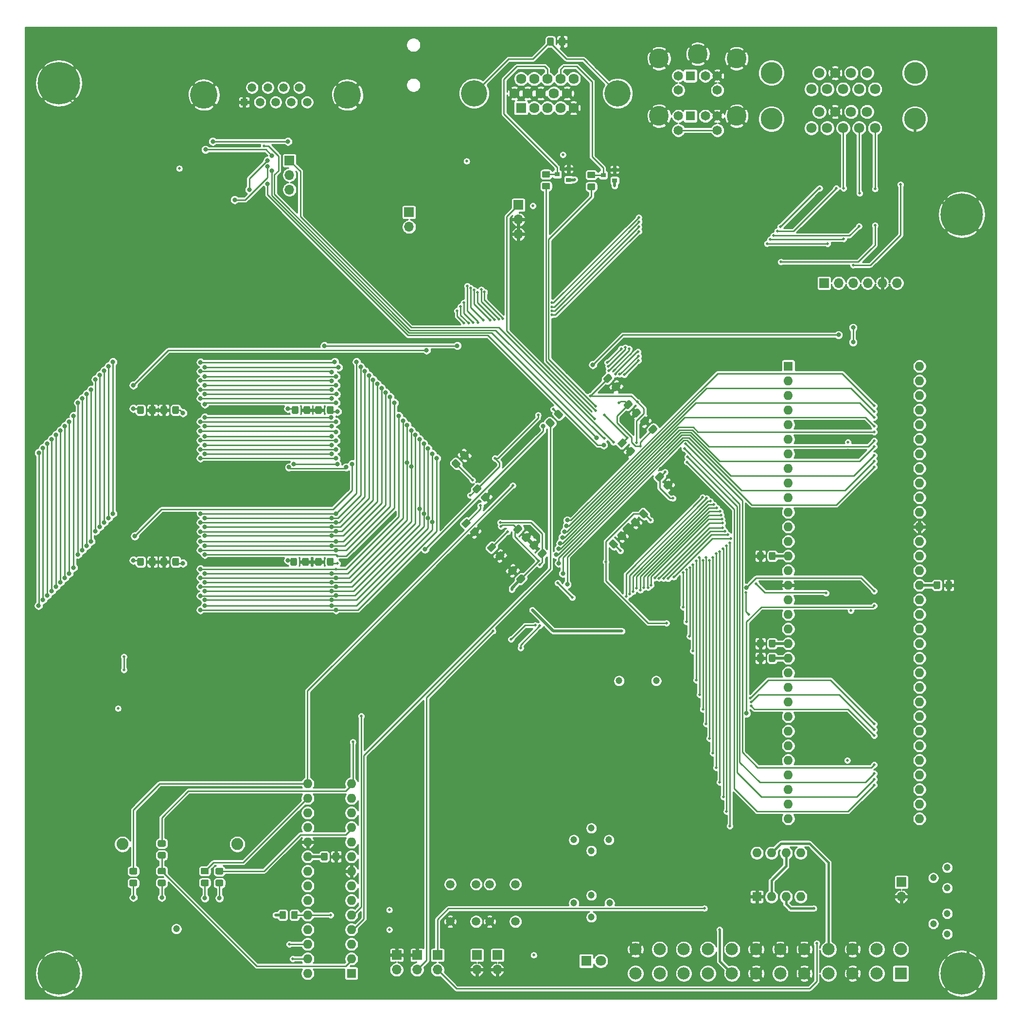
<source format=gbr>
%TF.GenerationSoftware,KiCad,Pcbnew,(5.1.6)-1*%
%TF.CreationDate,2022-06-23T16:10:57-04:00*%
%TF.ProjectId,MigStorm-ITX,4d696753-746f-4726-9d2d-4954582e6b69,rev?*%
%TF.SameCoordinates,Original*%
%TF.FileFunction,Copper,L4,Bot*%
%TF.FilePolarity,Positive*%
%FSLAX46Y46*%
G04 Gerber Fmt 4.6, Leading zero omitted, Abs format (unit mm)*
G04 Created by KiCad (PCBNEW (5.1.6)-1) date 2022-06-23 16:10:57*
%MOMM*%
%LPD*%
G01*
G04 APERTURE LIST*
%TA.AperFunction,ComponentPad*%
%ADD10C,7.400000*%
%TD*%
%TA.AperFunction,ComponentPad*%
%ADD11C,0.800000*%
%TD*%
%TA.AperFunction,ComponentPad*%
%ADD12R,1.800000X1.800000*%
%TD*%
%TA.AperFunction,ComponentPad*%
%ADD13C,1.800000*%
%TD*%
%TA.AperFunction,SMDPad,CuDef*%
%ADD14R,0.900000X0.800000*%
%TD*%
%TA.AperFunction,ComponentPad*%
%ADD15R,1.700000X1.700000*%
%TD*%
%TA.AperFunction,ComponentPad*%
%ADD16O,1.700000X1.700000*%
%TD*%
%TA.AperFunction,ComponentPad*%
%ADD17R,2.150000X2.150000*%
%TD*%
%TA.AperFunction,ComponentPad*%
%ADD18C,2.150000*%
%TD*%
%TA.AperFunction,ComponentPad*%
%ADD19R,1.650000X1.650000*%
%TD*%
%TA.AperFunction,ComponentPad*%
%ADD20C,1.650000*%
%TD*%
%TA.AperFunction,ComponentPad*%
%ADD21C,3.450000*%
%TD*%
%TA.AperFunction,ComponentPad*%
%ADD22C,2.085000*%
%TD*%
%TA.AperFunction,ComponentPad*%
%ADD23C,3.810000*%
%TD*%
%TA.AperFunction,ComponentPad*%
%ADD24R,1.200000X1.200000*%
%TD*%
%TA.AperFunction,ComponentPad*%
%ADD25C,1.500000*%
%TD*%
%TA.AperFunction,ComponentPad*%
%ADD26C,4.800000*%
%TD*%
%TA.AperFunction,ComponentPad*%
%ADD27R,1.785000X1.785000*%
%TD*%
%TA.AperFunction,ComponentPad*%
%ADD28C,1.785000*%
%TD*%
%TA.AperFunction,ComponentPad*%
%ADD29C,4.575000*%
%TD*%
%TA.AperFunction,ComponentPad*%
%ADD30R,1.600000X1.600000*%
%TD*%
%TA.AperFunction,ComponentPad*%
%ADD31O,1.600000X1.600000*%
%TD*%
%TA.AperFunction,ViaPad*%
%ADD32C,0.500000*%
%TD*%
%TA.AperFunction,ViaPad*%
%ADD33C,1.200000*%
%TD*%
%TA.AperFunction,ViaPad*%
%ADD34C,0.800000*%
%TD*%
%TA.AperFunction,Conductor*%
%ADD35C,0.250000*%
%TD*%
%TA.AperFunction,Conductor*%
%ADD36C,0.500000*%
%TD*%
%TA.AperFunction,Conductor*%
%ADD37C,0.400000*%
%TD*%
%TA.AperFunction,Conductor*%
%ADD38C,0.254000*%
%TD*%
G04 APERTURE END LIST*
D10*
%TO.P,REF\u002A\u002A,1*%
%TO.N,GND*%
X133604000Y-221996000D03*
D11*
%TO.N,N/C*%
X136379000Y-221996000D03*
X135566221Y-223958221D03*
X133604000Y-224771000D03*
X131641779Y-223958221D03*
X130829000Y-221996000D03*
X131641779Y-220033779D03*
X133604000Y-219221000D03*
X135566221Y-220033779D03*
%TD*%
D10*
%TO.P,REF\u002A\u002A,1*%
%TO.N,GND*%
X290830000Y-221996000D03*
D11*
%TO.N,N/C*%
X293605000Y-221996000D03*
X292792221Y-223958221D03*
X290830000Y-224771000D03*
X288867779Y-223958221D03*
X288055000Y-221996000D03*
X288867779Y-220033779D03*
X290830000Y-219221000D03*
X292792221Y-220033779D03*
%TD*%
D10*
%TO.P,REF\u002A\u002A,1*%
%TO.N,GND*%
X290830000Y-89916000D03*
D11*
%TO.N,N/C*%
X293605000Y-89916000D03*
X292792221Y-91878221D03*
X290830000Y-92691000D03*
X288867779Y-91878221D03*
X288055000Y-89916000D03*
X288867779Y-87953779D03*
X290830000Y-87141000D03*
X292792221Y-87953779D03*
%TD*%
%TO.P,REF\u002A\u002A,1*%
%TO.N,N/C*%
X135566221Y-65093779D03*
X133604000Y-64281000D03*
X131641779Y-65093779D03*
X130829000Y-67056000D03*
X131641779Y-69018221D03*
X133604000Y-69831000D03*
X135566221Y-69018221D03*
X136379000Y-67056000D03*
D10*
%TO.N,GND*%
X133604000Y-67056000D03*
%TD*%
%TO.P,C3,2*%
%TO.N,GND*%
%TA.AperFunction,SMDPad,CuDef*%
G36*
G01*
X204127612Y-132550785D02*
X203491215Y-131914388D01*
G75*
G02*
X203491215Y-131560836I176776J176776D01*
G01*
X203950836Y-131101215D01*
G75*
G02*
X204304388Y-131101215I176776J-176776D01*
G01*
X204940785Y-131737612D01*
G75*
G02*
X204940785Y-132091164I-176776J-176776D01*
G01*
X204481164Y-132550785D01*
G75*
G02*
X204127612Y-132550785I-176776J176776D01*
G01*
G37*
%TD.AperFunction*%
%TO.P,C3,1*%
%TO.N,3.3V*%
%TA.AperFunction,SMDPad,CuDef*%
G36*
G01*
X202678044Y-134000353D02*
X202041647Y-133363956D01*
G75*
G02*
X202041647Y-133010404I176776J176776D01*
G01*
X202501268Y-132550783D01*
G75*
G02*
X202854820Y-132550783I176776J-176776D01*
G01*
X203491217Y-133187180D01*
G75*
G02*
X203491217Y-133540732I-176776J-176776D01*
G01*
X203031596Y-134000353D01*
G75*
G02*
X202678044Y-134000353I-176776J176776D01*
G01*
G37*
%TD.AperFunction*%
%TD*%
%TO.P,C6,1*%
%TO.N,3.3V*%
%TA.AperFunction,SMDPad,CuDef*%
G36*
G01*
X203782431Y-143585828D02*
X204418828Y-142949431D01*
G75*
G02*
X204772380Y-142949431I176776J-176776D01*
G01*
X205232001Y-143409052D01*
G75*
G02*
X205232001Y-143762604I-176776J-176776D01*
G01*
X204595604Y-144399001D01*
G75*
G02*
X204242052Y-144399001I-176776J176776D01*
G01*
X203782431Y-143939380D01*
G75*
G02*
X203782431Y-143585828I176776J176776D01*
G01*
G37*
%TD.AperFunction*%
%TO.P,C6,2*%
%TO.N,GND*%
%TA.AperFunction,SMDPad,CuDef*%
G36*
G01*
X205231999Y-145035396D02*
X205868396Y-144398999D01*
G75*
G02*
X206221948Y-144398999I176776J-176776D01*
G01*
X206681569Y-144858620D01*
G75*
G02*
X206681569Y-145212172I-176776J-176776D01*
G01*
X206045172Y-145848569D01*
G75*
G02*
X205691620Y-145848569I-176776J176776D01*
G01*
X205231999Y-145388948D01*
G75*
G02*
X205231999Y-145035396I176776J176776D01*
G01*
G37*
%TD.AperFunction*%
%TD*%
%TO.P,C7,2*%
%TO.N,GND*%
%TA.AperFunction,SMDPad,CuDef*%
G36*
G01*
X209676999Y-149226396D02*
X210313396Y-148589999D01*
G75*
G02*
X210666948Y-148589999I176776J-176776D01*
G01*
X211126569Y-149049620D01*
G75*
G02*
X211126569Y-149403172I-176776J-176776D01*
G01*
X210490172Y-150039569D01*
G75*
G02*
X210136620Y-150039569I-176776J176776D01*
G01*
X209676999Y-149579948D01*
G75*
G02*
X209676999Y-149226396I176776J176776D01*
G01*
G37*
%TD.AperFunction*%
%TO.P,C7,1*%
%TO.N,3.3V*%
%TA.AperFunction,SMDPad,CuDef*%
G36*
G01*
X208227431Y-147776828D02*
X208863828Y-147140431D01*
G75*
G02*
X209217380Y-147140431I176776J-176776D01*
G01*
X209677001Y-147600052D01*
G75*
G02*
X209677001Y-147953604I-176776J-176776D01*
G01*
X209040604Y-148590001D01*
G75*
G02*
X208687052Y-148590001I-176776J176776D01*
G01*
X208227431Y-148130380D01*
G75*
G02*
X208227431Y-147776828I176776J176776D01*
G01*
G37*
%TD.AperFunction*%
%TD*%
%TO.P,C10,1*%
%TO.N,3.3V*%
%TA.AperFunction,SMDPad,CuDef*%
G36*
G01*
X230072828Y-148007569D02*
X229436431Y-147371172D01*
G75*
G02*
X229436431Y-147017620I176776J176776D01*
G01*
X229896052Y-146557999D01*
G75*
G02*
X230249604Y-146557999I176776J-176776D01*
G01*
X230886001Y-147194396D01*
G75*
G02*
X230886001Y-147547948I-176776J-176776D01*
G01*
X230426380Y-148007569D01*
G75*
G02*
X230072828Y-148007569I-176776J176776D01*
G01*
G37*
%TD.AperFunction*%
%TO.P,C10,2*%
%TO.N,GND*%
%TA.AperFunction,SMDPad,CuDef*%
G36*
G01*
X231522396Y-146558001D02*
X230885999Y-145921604D01*
G75*
G02*
X230885999Y-145568052I176776J176776D01*
G01*
X231345620Y-145108431D01*
G75*
G02*
X231699172Y-145108431I176776J-176776D01*
G01*
X232335569Y-145744828D01*
G75*
G02*
X232335569Y-146098380I-176776J-176776D01*
G01*
X231875948Y-146558001D01*
G75*
G02*
X231522396Y-146558001I-176776J176776D01*
G01*
G37*
%TD.AperFunction*%
%TD*%
%TO.P,C11,2*%
%TO.N,GND*%
%TA.AperFunction,SMDPad,CuDef*%
G36*
G01*
X238924215Y-136944612D02*
X239560612Y-136308215D01*
G75*
G02*
X239914164Y-136308215I176776J-176776D01*
G01*
X240373785Y-136767836D01*
G75*
G02*
X240373785Y-137121388I-176776J-176776D01*
G01*
X239737388Y-137757785D01*
G75*
G02*
X239383836Y-137757785I-176776J176776D01*
G01*
X238924215Y-137298164D01*
G75*
G02*
X238924215Y-136944612I176776J176776D01*
G01*
G37*
%TD.AperFunction*%
%TO.P,C11,1*%
%TO.N,3.3V*%
%TA.AperFunction,SMDPad,CuDef*%
G36*
G01*
X237474647Y-135495044D02*
X238111044Y-134858647D01*
G75*
G02*
X238464596Y-134858647I176776J-176776D01*
G01*
X238924217Y-135318268D01*
G75*
G02*
X238924217Y-135671820I-176776J-176776D01*
G01*
X238287820Y-136308217D01*
G75*
G02*
X237934268Y-136308217I-176776J176776D01*
G01*
X237474647Y-135848596D01*
G75*
G02*
X237474647Y-135495044I176776J176776D01*
G01*
G37*
%TD.AperFunction*%
%TD*%
%TO.P,C12,1*%
%TO.N,3.3V*%
%TA.AperFunction,SMDPad,CuDef*%
G36*
G01*
X228457647Y-118350044D02*
X229094044Y-117713647D01*
G75*
G02*
X229447596Y-117713647I176776J-176776D01*
G01*
X229907217Y-118173268D01*
G75*
G02*
X229907217Y-118526820I-176776J-176776D01*
G01*
X229270820Y-119163217D01*
G75*
G02*
X228917268Y-119163217I-176776J176776D01*
G01*
X228457647Y-118703596D01*
G75*
G02*
X228457647Y-118350044I176776J176776D01*
G01*
G37*
%TD.AperFunction*%
%TO.P,C12,2*%
%TO.N,GND*%
%TA.AperFunction,SMDPad,CuDef*%
G36*
G01*
X229907215Y-119799612D02*
X230543612Y-119163215D01*
G75*
G02*
X230897164Y-119163215I176776J-176776D01*
G01*
X231356785Y-119622836D01*
G75*
G02*
X231356785Y-119976388I-176776J-176776D01*
G01*
X230720388Y-120612785D01*
G75*
G02*
X230366836Y-120612785I-176776J176776D01*
G01*
X229907215Y-120153164D01*
G75*
G02*
X229907215Y-119799612I176776J176776D01*
G01*
G37*
%TD.AperFunction*%
%TD*%
%TO.P,C13,2*%
%TO.N,GND*%
%TA.AperFunction,SMDPad,CuDef*%
G36*
G01*
X232409999Y-131065396D02*
X233046396Y-130428999D01*
G75*
G02*
X233399948Y-130428999I176776J-176776D01*
G01*
X233859569Y-130888620D01*
G75*
G02*
X233859569Y-131242172I-176776J-176776D01*
G01*
X233223172Y-131878569D01*
G75*
G02*
X232869620Y-131878569I-176776J176776D01*
G01*
X232409999Y-131418948D01*
G75*
G02*
X232409999Y-131065396I176776J176776D01*
G01*
G37*
%TD.AperFunction*%
%TO.P,C13,1*%
%TO.N,+2V5*%
%TA.AperFunction,SMDPad,CuDef*%
G36*
G01*
X230960431Y-129615828D02*
X231596828Y-128979431D01*
G75*
G02*
X231950380Y-128979431I176776J-176776D01*
G01*
X232410001Y-129439052D01*
G75*
G02*
X232410001Y-129792604I-176776J-176776D01*
G01*
X231773604Y-130429001D01*
G75*
G02*
X231420052Y-130429001I-176776J176776D01*
G01*
X230960431Y-129969380D01*
G75*
G02*
X230960431Y-129615828I176776J176776D01*
G01*
G37*
%TD.AperFunction*%
%TD*%
%TO.P,C14,2*%
%TO.N,GND*%
%TA.AperFunction,SMDPad,CuDef*%
G36*
G01*
X214248999Y-146051396D02*
X214885396Y-145414999D01*
G75*
G02*
X215238948Y-145414999I176776J-176776D01*
G01*
X215698569Y-145874620D01*
G75*
G02*
X215698569Y-146228172I-176776J-176776D01*
G01*
X215062172Y-146864569D01*
G75*
G02*
X214708620Y-146864569I-176776J176776D01*
G01*
X214248999Y-146404948D01*
G75*
G02*
X214248999Y-146051396I176776J176776D01*
G01*
G37*
%TD.AperFunction*%
%TO.P,C14,1*%
%TO.N,+1V2*%
%TA.AperFunction,SMDPad,CuDef*%
G36*
G01*
X212799431Y-144601828D02*
X213435828Y-143965431D01*
G75*
G02*
X213789380Y-143965431I176776J-176776D01*
G01*
X214249001Y-144425052D01*
G75*
G02*
X214249001Y-144778604I-176776J-176776D01*
G01*
X213612604Y-145415001D01*
G75*
G02*
X213259052Y-145415001I-176776J176776D01*
G01*
X212799431Y-144955380D01*
G75*
G02*
X212799431Y-144601828I176776J176776D01*
G01*
G37*
%TD.AperFunction*%
%TD*%
%TO.P,C15,1*%
%TO.N,+2V5*%
%TA.AperFunction,SMDPad,CuDef*%
G36*
G01*
X205687431Y-137579612D02*
X206323828Y-136943215D01*
G75*
G02*
X206677380Y-136943215I176776J-176776D01*
G01*
X207137001Y-137402836D01*
G75*
G02*
X207137001Y-137756388I-176776J-176776D01*
G01*
X206500604Y-138392785D01*
G75*
G02*
X206147052Y-138392785I-176776J176776D01*
G01*
X205687431Y-137933164D01*
G75*
G02*
X205687431Y-137579612I176776J176776D01*
G01*
G37*
%TD.AperFunction*%
%TO.P,C15,2*%
%TO.N,GND*%
%TA.AperFunction,SMDPad,CuDef*%
G36*
G01*
X207136999Y-139029180D02*
X207773396Y-138392783D01*
G75*
G02*
X208126948Y-138392783I176776J-176776D01*
G01*
X208586569Y-138852404D01*
G75*
G02*
X208586569Y-139205956I-176776J-176776D01*
G01*
X207950172Y-139842353D01*
G75*
G02*
X207596620Y-139842353I-176776J176776D01*
G01*
X207136999Y-139382732D01*
G75*
G02*
X207136999Y-139029180I176776J176776D01*
G01*
G37*
%TD.AperFunction*%
%TD*%
%TO.P,C16,1*%
%TO.N,+1V2*%
%TA.AperFunction,SMDPad,CuDef*%
G36*
G01*
X214772353Y-153429956D02*
X214135956Y-154066353D01*
G75*
G02*
X213782404Y-154066353I-176776J176776D01*
G01*
X213322783Y-153606732D01*
G75*
G02*
X213322783Y-153253180I176776J176776D01*
G01*
X213959180Y-152616783D01*
G75*
G02*
X214312732Y-152616783I176776J-176776D01*
G01*
X214772353Y-153076404D01*
G75*
G02*
X214772353Y-153429956I-176776J-176776D01*
G01*
G37*
%TD.AperFunction*%
%TO.P,C16,2*%
%TO.N,GND*%
%TA.AperFunction,SMDPad,CuDef*%
G36*
G01*
X213322785Y-151980388D02*
X212686388Y-152616785D01*
G75*
G02*
X212332836Y-152616785I-176776J176776D01*
G01*
X211873215Y-152157164D01*
G75*
G02*
X211873215Y-151803612I176776J176776D01*
G01*
X212509612Y-151167215D01*
G75*
G02*
X212863164Y-151167215I176776J-176776D01*
G01*
X213322785Y-151626836D01*
G75*
G02*
X213322785Y-151980388I-176776J-176776D01*
G01*
G37*
%TD.AperFunction*%
%TD*%
%TO.P,C17,2*%
%TO.N,GND*%
%TA.AperFunction,SMDPad,CuDef*%
G36*
G01*
X217043001Y-147572604D02*
X216406604Y-148209001D01*
G75*
G02*
X216053052Y-148209001I-176776J176776D01*
G01*
X215593431Y-147749380D01*
G75*
G02*
X215593431Y-147395828I176776J176776D01*
G01*
X216229828Y-146759431D01*
G75*
G02*
X216583380Y-146759431I176776J-176776D01*
G01*
X217043001Y-147219052D01*
G75*
G02*
X217043001Y-147572604I-176776J-176776D01*
G01*
G37*
%TD.AperFunction*%
%TO.P,C17,1*%
%TO.N,+2V5*%
%TA.AperFunction,SMDPad,CuDef*%
G36*
G01*
X218492569Y-149022172D02*
X217856172Y-149658569D01*
G75*
G02*
X217502620Y-149658569I-176776J176776D01*
G01*
X217042999Y-149198948D01*
G75*
G02*
X217042999Y-148845396I176776J176776D01*
G01*
X217679396Y-148208999D01*
G75*
G02*
X218032948Y-148208999I176776J-176776D01*
G01*
X218492569Y-148668620D01*
G75*
G02*
X218492569Y-149022172I-176776J-176776D01*
G01*
G37*
%TD.AperFunction*%
%TD*%
%TO.P,C18,2*%
%TO.N,GND*%
%TA.AperFunction,SMDPad,CuDef*%
G36*
G01*
X233463215Y-124371612D02*
X234099612Y-123735215D01*
G75*
G02*
X234453164Y-123735215I176776J-176776D01*
G01*
X234912785Y-124194836D01*
G75*
G02*
X234912785Y-124548388I-176776J-176776D01*
G01*
X234276388Y-125184785D01*
G75*
G02*
X233922836Y-125184785I-176776J176776D01*
G01*
X233463215Y-124725164D01*
G75*
G02*
X233463215Y-124371612I176776J176776D01*
G01*
G37*
%TD.AperFunction*%
%TO.P,C18,1*%
%TO.N,+1V2*%
%TA.AperFunction,SMDPad,CuDef*%
G36*
G01*
X232013647Y-122922044D02*
X232650044Y-122285647D01*
G75*
G02*
X233003596Y-122285647I176776J-176776D01*
G01*
X233463217Y-122745268D01*
G75*
G02*
X233463217Y-123098820I-176776J-176776D01*
G01*
X232826820Y-123735217D01*
G75*
G02*
X232473268Y-123735217I-176776J176776D01*
G01*
X232013647Y-123275596D01*
G75*
G02*
X232013647Y-122922044I176776J176776D01*
G01*
G37*
%TD.AperFunction*%
%TD*%
%TO.P,C19,1*%
%TO.N,+2V5*%
%TA.AperFunction,SMDPad,CuDef*%
G36*
G01*
X235509172Y-141298431D02*
X236145569Y-141934828D01*
G75*
G02*
X236145569Y-142288380I-176776J-176776D01*
G01*
X235685948Y-142748001D01*
G75*
G02*
X235332396Y-142748001I-176776J176776D01*
G01*
X234695999Y-142111604D01*
G75*
G02*
X234695999Y-141758052I176776J176776D01*
G01*
X235155620Y-141298431D01*
G75*
G02*
X235509172Y-141298431I176776J-176776D01*
G01*
G37*
%TD.AperFunction*%
%TO.P,C19,2*%
%TO.N,GND*%
%TA.AperFunction,SMDPad,CuDef*%
G36*
G01*
X234059604Y-142747999D02*
X234696001Y-143384396D01*
G75*
G02*
X234696001Y-143737948I-176776J-176776D01*
G01*
X234236380Y-144197569D01*
G75*
G02*
X233882828Y-144197569I-176776J176776D01*
G01*
X233246431Y-143561172D01*
G75*
G02*
X233246431Y-143207620I176776J176776D01*
G01*
X233706052Y-142747999D01*
G75*
G02*
X234059604Y-142747999I176776J-176776D01*
G01*
G37*
%TD.AperFunction*%
%TD*%
%TO.P,C20,1*%
%TO.N,+1V2*%
%TA.AperFunction,SMDPad,CuDef*%
G36*
G01*
X237759353Y-127394956D02*
X237122956Y-128031353D01*
G75*
G02*
X236769404Y-128031353I-176776J176776D01*
G01*
X236309783Y-127571732D01*
G75*
G02*
X236309783Y-127218180I176776J176776D01*
G01*
X236946180Y-126581783D01*
G75*
G02*
X237299732Y-126581783I176776J-176776D01*
G01*
X237759353Y-127041404D01*
G75*
G02*
X237759353Y-127394956I-176776J-176776D01*
G01*
G37*
%TD.AperFunction*%
%TO.P,C20,2*%
%TO.N,GND*%
%TA.AperFunction,SMDPad,CuDef*%
G36*
G01*
X236309785Y-125945388D02*
X235673388Y-126581785D01*
G75*
G02*
X235319836Y-126581785I-176776J176776D01*
G01*
X234860215Y-126122164D01*
G75*
G02*
X234860215Y-125768612I176776J176776D01*
G01*
X235496612Y-125132215D01*
G75*
G02*
X235850164Y-125132215I176776J-176776D01*
G01*
X236309785Y-125591836D01*
G75*
G02*
X236309785Y-125945388I-176776J-176776D01*
G01*
G37*
%TD.AperFunction*%
%TD*%
%TO.P,C21,2*%
%TO.N,GND*%
%TA.AperFunction,SMDPad,CuDef*%
G36*
G01*
X256344000Y-148901999D02*
X256344000Y-149802001D01*
G75*
G02*
X256094001Y-150052000I-249999J0D01*
G01*
X255443999Y-150052000D01*
G75*
G02*
X255194000Y-149802001I0J249999D01*
G01*
X255194000Y-148901999D01*
G75*
G02*
X255443999Y-148652000I249999J0D01*
G01*
X256094001Y-148652000D01*
G75*
G02*
X256344000Y-148901999I0J-249999D01*
G01*
G37*
%TD.AperFunction*%
%TO.P,C21,1*%
%TO.N,5VDC*%
%TA.AperFunction,SMDPad,CuDef*%
G36*
G01*
X258394000Y-148901999D02*
X258394000Y-149802001D01*
G75*
G02*
X258144001Y-150052000I-249999J0D01*
G01*
X257493999Y-150052000D01*
G75*
G02*
X257244000Y-149802001I0J249999D01*
G01*
X257244000Y-148901999D01*
G75*
G02*
X257493999Y-148652000I249999J0D01*
G01*
X258144001Y-148652000D01*
G75*
G02*
X258394000Y-148901999I0J-249999D01*
G01*
G37*
%TD.AperFunction*%
%TD*%
%TO.P,C22,2*%
%TO.N,GND*%
%TA.AperFunction,SMDPad,CuDef*%
G36*
G01*
X287987000Y-154882001D02*
X287987000Y-153981999D01*
G75*
G02*
X288236999Y-153732000I249999J0D01*
G01*
X288887001Y-153732000D01*
G75*
G02*
X289137000Y-153981999I0J-249999D01*
G01*
X289137000Y-154882001D01*
G75*
G02*
X288887001Y-155132000I-249999J0D01*
G01*
X288236999Y-155132000D01*
G75*
G02*
X287987000Y-154882001I0J249999D01*
G01*
G37*
%TD.AperFunction*%
%TO.P,C22,1*%
%TO.N,5VDC*%
%TA.AperFunction,SMDPad,CuDef*%
G36*
G01*
X285937000Y-154882001D02*
X285937000Y-153981999D01*
G75*
G02*
X286186999Y-153732000I249999J0D01*
G01*
X286837001Y-153732000D01*
G75*
G02*
X287087000Y-153981999I0J-249999D01*
G01*
X287087000Y-154882001D01*
G75*
G02*
X286837001Y-155132000I-249999J0D01*
G01*
X286186999Y-155132000D01*
G75*
G02*
X285937000Y-154882001I0J249999D01*
G01*
G37*
%TD.AperFunction*%
%TD*%
%TO.P,C23,1*%
%TO.N,5VDC*%
%TA.AperFunction,SMDPad,CuDef*%
G36*
G01*
X258385000Y-164141999D02*
X258385000Y-165042001D01*
G75*
G02*
X258135001Y-165292000I-249999J0D01*
G01*
X257484999Y-165292000D01*
G75*
G02*
X257235000Y-165042001I0J249999D01*
G01*
X257235000Y-164141999D01*
G75*
G02*
X257484999Y-163892000I249999J0D01*
G01*
X258135001Y-163892000D01*
G75*
G02*
X258385000Y-164141999I0J-249999D01*
G01*
G37*
%TD.AperFunction*%
%TO.P,C23,2*%
%TO.N,GND*%
%TA.AperFunction,SMDPad,CuDef*%
G36*
G01*
X256335000Y-164141999D02*
X256335000Y-165042001D01*
G75*
G02*
X256085001Y-165292000I-249999J0D01*
G01*
X255434999Y-165292000D01*
G75*
G02*
X255185000Y-165042001I0J249999D01*
G01*
X255185000Y-164141999D01*
G75*
G02*
X255434999Y-163892000I249999J0D01*
G01*
X256085001Y-163892000D01*
G75*
G02*
X256335000Y-164141999I0J-249999D01*
G01*
G37*
%TD.AperFunction*%
%TD*%
%TO.P,C24,2*%
%TO.N,GND*%
%TA.AperFunction,SMDPad,CuDef*%
G36*
G01*
X256335000Y-166681999D02*
X256335000Y-167582001D01*
G75*
G02*
X256085001Y-167832000I-249999J0D01*
G01*
X255434999Y-167832000D01*
G75*
G02*
X255185000Y-167582001I0J249999D01*
G01*
X255185000Y-166681999D01*
G75*
G02*
X255434999Y-166432000I249999J0D01*
G01*
X256085001Y-166432000D01*
G75*
G02*
X256335000Y-166681999I0J-249999D01*
G01*
G37*
%TD.AperFunction*%
%TO.P,C24,1*%
%TO.N,5VDC*%
%TA.AperFunction,SMDPad,CuDef*%
G36*
G01*
X258385000Y-166681999D02*
X258385000Y-167582001D01*
G75*
G02*
X258135001Y-167832000I-249999J0D01*
G01*
X257484999Y-167832000D01*
G75*
G02*
X257235000Y-167582001I0J249999D01*
G01*
X257235000Y-166681999D01*
G75*
G02*
X257484999Y-166432000I249999J0D01*
G01*
X258135001Y-166432000D01*
G75*
G02*
X258385000Y-166681999I0J-249999D01*
G01*
G37*
%TD.AperFunction*%
%TD*%
%TO.P,C25,1*%
%TO.N,3.3V*%
%TA.AperFunction,SMDPad,CuDef*%
G36*
G01*
X147244000Y-124402001D02*
X147244000Y-123501999D01*
G75*
G02*
X147493999Y-123252000I249999J0D01*
G01*
X148144001Y-123252000D01*
G75*
G02*
X148394000Y-123501999I0J-249999D01*
G01*
X148394000Y-124402001D01*
G75*
G02*
X148144001Y-124652000I-249999J0D01*
G01*
X147493999Y-124652000D01*
G75*
G02*
X147244000Y-124402001I0J249999D01*
G01*
G37*
%TD.AperFunction*%
%TO.P,C25,2*%
%TO.N,GND*%
%TA.AperFunction,SMDPad,CuDef*%
G36*
G01*
X149294000Y-124402001D02*
X149294000Y-123501999D01*
G75*
G02*
X149543999Y-123252000I249999J0D01*
G01*
X150194001Y-123252000D01*
G75*
G02*
X150444000Y-123501999I0J-249999D01*
G01*
X150444000Y-124402001D01*
G75*
G02*
X150194001Y-124652000I-249999J0D01*
G01*
X149543999Y-124652000D01*
G75*
G02*
X149294000Y-124402001I0J249999D01*
G01*
G37*
%TD.AperFunction*%
%TD*%
%TO.P,C26,1*%
%TO.N,3.3V*%
%TA.AperFunction,SMDPad,CuDef*%
G36*
G01*
X154499000Y-123501999D02*
X154499000Y-124402001D01*
G75*
G02*
X154249001Y-124652000I-249999J0D01*
G01*
X153598999Y-124652000D01*
G75*
G02*
X153349000Y-124402001I0J249999D01*
G01*
X153349000Y-123501999D01*
G75*
G02*
X153598999Y-123252000I249999J0D01*
G01*
X154249001Y-123252000D01*
G75*
G02*
X154499000Y-123501999I0J-249999D01*
G01*
G37*
%TD.AperFunction*%
%TO.P,C26,2*%
%TO.N,GND*%
%TA.AperFunction,SMDPad,CuDef*%
G36*
G01*
X152449000Y-123501999D02*
X152449000Y-124402001D01*
G75*
G02*
X152199001Y-124652000I-249999J0D01*
G01*
X151548999Y-124652000D01*
G75*
G02*
X151299000Y-124402001I0J249999D01*
G01*
X151299000Y-123501999D01*
G75*
G02*
X151548999Y-123252000I249999J0D01*
G01*
X152199001Y-123252000D01*
G75*
G02*
X152449000Y-123501999I0J-249999D01*
G01*
G37*
%TD.AperFunction*%
%TD*%
%TO.P,C27,2*%
%TO.N,GND*%
%TA.AperFunction,SMDPad,CuDef*%
G36*
G01*
X176218000Y-124402001D02*
X176218000Y-123501999D01*
G75*
G02*
X176467999Y-123252000I249999J0D01*
G01*
X177118001Y-123252000D01*
G75*
G02*
X177368000Y-123501999I0J-249999D01*
G01*
X177368000Y-124402001D01*
G75*
G02*
X177118001Y-124652000I-249999J0D01*
G01*
X176467999Y-124652000D01*
G75*
G02*
X176218000Y-124402001I0J249999D01*
G01*
G37*
%TD.AperFunction*%
%TO.P,C27,1*%
%TO.N,3.3V*%
%TA.AperFunction,SMDPad,CuDef*%
G36*
G01*
X174168000Y-124402001D02*
X174168000Y-123501999D01*
G75*
G02*
X174417999Y-123252000I249999J0D01*
G01*
X175068001Y-123252000D01*
G75*
G02*
X175318000Y-123501999I0J-249999D01*
G01*
X175318000Y-124402001D01*
G75*
G02*
X175068001Y-124652000I-249999J0D01*
G01*
X174417999Y-124652000D01*
G75*
G02*
X174168000Y-124402001I0J249999D01*
G01*
G37*
%TD.AperFunction*%
%TD*%
%TO.P,C28,1*%
%TO.N,3.3V*%
%TA.AperFunction,SMDPad,CuDef*%
G36*
G01*
X181432000Y-123501999D02*
X181432000Y-124402001D01*
G75*
G02*
X181182001Y-124652000I-249999J0D01*
G01*
X180531999Y-124652000D01*
G75*
G02*
X180282000Y-124402001I0J249999D01*
G01*
X180282000Y-123501999D01*
G75*
G02*
X180531999Y-123252000I249999J0D01*
G01*
X181182001Y-123252000D01*
G75*
G02*
X181432000Y-123501999I0J-249999D01*
G01*
G37*
%TD.AperFunction*%
%TO.P,C28,2*%
%TO.N,GND*%
%TA.AperFunction,SMDPad,CuDef*%
G36*
G01*
X179382000Y-123501999D02*
X179382000Y-124402001D01*
G75*
G02*
X179132001Y-124652000I-249999J0D01*
G01*
X178481999Y-124652000D01*
G75*
G02*
X178232000Y-124402001I0J249999D01*
G01*
X178232000Y-123501999D01*
G75*
G02*
X178481999Y-123252000I249999J0D01*
G01*
X179132001Y-123252000D01*
G75*
G02*
X179382000Y-123501999I0J-249999D01*
G01*
G37*
%TD.AperFunction*%
%TD*%
%TO.P,C29,2*%
%TO.N,GND*%
%TA.AperFunction,SMDPad,CuDef*%
G36*
G01*
X149294000Y-150818001D02*
X149294000Y-149917999D01*
G75*
G02*
X149543999Y-149668000I249999J0D01*
G01*
X150194001Y-149668000D01*
G75*
G02*
X150444000Y-149917999I0J-249999D01*
G01*
X150444000Y-150818001D01*
G75*
G02*
X150194001Y-151068000I-249999J0D01*
G01*
X149543999Y-151068000D01*
G75*
G02*
X149294000Y-150818001I0J249999D01*
G01*
G37*
%TD.AperFunction*%
%TO.P,C29,1*%
%TO.N,3.3V*%
%TA.AperFunction,SMDPad,CuDef*%
G36*
G01*
X147244000Y-150818001D02*
X147244000Y-149917999D01*
G75*
G02*
X147493999Y-149668000I249999J0D01*
G01*
X148144001Y-149668000D01*
G75*
G02*
X148394000Y-149917999I0J-249999D01*
G01*
X148394000Y-150818001D01*
G75*
G02*
X148144001Y-151068000I-249999J0D01*
G01*
X147493999Y-151068000D01*
G75*
G02*
X147244000Y-150818001I0J249999D01*
G01*
G37*
%TD.AperFunction*%
%TD*%
%TO.P,C30,1*%
%TO.N,3.3V*%
%TA.AperFunction,SMDPad,CuDef*%
G36*
G01*
X154508000Y-149917999D02*
X154508000Y-150818001D01*
G75*
G02*
X154258001Y-151068000I-249999J0D01*
G01*
X153607999Y-151068000D01*
G75*
G02*
X153358000Y-150818001I0J249999D01*
G01*
X153358000Y-149917999D01*
G75*
G02*
X153607999Y-149668000I249999J0D01*
G01*
X154258001Y-149668000D01*
G75*
G02*
X154508000Y-149917999I0J-249999D01*
G01*
G37*
%TD.AperFunction*%
%TO.P,C30,2*%
%TO.N,GND*%
%TA.AperFunction,SMDPad,CuDef*%
G36*
G01*
X152458000Y-149917999D02*
X152458000Y-150818001D01*
G75*
G02*
X152208001Y-151068000I-249999J0D01*
G01*
X151557999Y-151068000D01*
G75*
G02*
X151308000Y-150818001I0J249999D01*
G01*
X151308000Y-149917999D01*
G75*
G02*
X151557999Y-149668000I249999J0D01*
G01*
X152208001Y-149668000D01*
G75*
G02*
X152458000Y-149917999I0J-249999D01*
G01*
G37*
%TD.AperFunction*%
%TD*%
%TO.P,C31,2*%
%TO.N,GND*%
%TA.AperFunction,SMDPad,CuDef*%
G36*
G01*
X175964000Y-150818001D02*
X175964000Y-149917999D01*
G75*
G02*
X176213999Y-149668000I249999J0D01*
G01*
X176864001Y-149668000D01*
G75*
G02*
X177114000Y-149917999I0J-249999D01*
G01*
X177114000Y-150818001D01*
G75*
G02*
X176864001Y-151068000I-249999J0D01*
G01*
X176213999Y-151068000D01*
G75*
G02*
X175964000Y-150818001I0J249999D01*
G01*
G37*
%TD.AperFunction*%
%TO.P,C31,1*%
%TO.N,3.3V*%
%TA.AperFunction,SMDPad,CuDef*%
G36*
G01*
X173914000Y-150818001D02*
X173914000Y-149917999D01*
G75*
G02*
X174163999Y-149668000I249999J0D01*
G01*
X174814001Y-149668000D01*
G75*
G02*
X175064000Y-149917999I0J-249999D01*
G01*
X175064000Y-150818001D01*
G75*
G02*
X174814001Y-151068000I-249999J0D01*
G01*
X174163999Y-151068000D01*
G75*
G02*
X173914000Y-150818001I0J249999D01*
G01*
G37*
%TD.AperFunction*%
%TD*%
%TO.P,C32,1*%
%TO.N,3.3V*%
%TA.AperFunction,SMDPad,CuDef*%
G36*
G01*
X181432000Y-149917999D02*
X181432000Y-150818001D01*
G75*
G02*
X181182001Y-151068000I-249999J0D01*
G01*
X180531999Y-151068000D01*
G75*
G02*
X180282000Y-150818001I0J249999D01*
G01*
X180282000Y-149917999D01*
G75*
G02*
X180531999Y-149668000I249999J0D01*
G01*
X181182001Y-149668000D01*
G75*
G02*
X181432000Y-149917999I0J-249999D01*
G01*
G37*
%TD.AperFunction*%
%TO.P,C32,2*%
%TO.N,GND*%
%TA.AperFunction,SMDPad,CuDef*%
G36*
G01*
X179382000Y-149917999D02*
X179382000Y-150818001D01*
G75*
G02*
X179132001Y-151068000I-249999J0D01*
G01*
X178481999Y-151068000D01*
G75*
G02*
X178232000Y-150818001I0J249999D01*
G01*
X178232000Y-149917999D01*
G75*
G02*
X178481999Y-149668000I249999J0D01*
G01*
X179132001Y-149668000D01*
G75*
G02*
X179382000Y-149917999I0J-249999D01*
G01*
G37*
%TD.AperFunction*%
%TD*%
%TO.P,C41,2*%
%TO.N,GND*%
%TA.AperFunction,SMDPad,CuDef*%
G36*
G01*
X181289000Y-202126001D02*
X181289000Y-201225999D01*
G75*
G02*
X181538999Y-200976000I249999J0D01*
G01*
X182189001Y-200976000D01*
G75*
G02*
X182439000Y-201225999I0J-249999D01*
G01*
X182439000Y-202126001D01*
G75*
G02*
X182189001Y-202376000I-249999J0D01*
G01*
X181538999Y-202376000D01*
G75*
G02*
X181289000Y-202126001I0J249999D01*
G01*
G37*
%TD.AperFunction*%
%TO.P,C41,1*%
%TO.N,3.3V*%
%TA.AperFunction,SMDPad,CuDef*%
G36*
G01*
X179239000Y-202126001D02*
X179239000Y-201225999D01*
G75*
G02*
X179488999Y-200976000I249999J0D01*
G01*
X180139001Y-200976000D01*
G75*
G02*
X180389000Y-201225999I0J-249999D01*
G01*
X180389000Y-202126001D01*
G75*
G02*
X180139001Y-202376000I-249999J0D01*
G01*
X179488999Y-202376000D01*
G75*
G02*
X179239000Y-202126001I0J249999D01*
G01*
G37*
%TD.AperFunction*%
%TD*%
D12*
%TO.P,D1,1*%
%TO.N,Net-(D1-Pad1)*%
X225425000Y-219837000D03*
D13*
%TO.P,D1,2*%
%TO.N,5VDC*%
X227965000Y-219837000D03*
%TD*%
D14*
%TO.P,D5,3*%
%TO.N,Net-(D5-Pad3)*%
X220361000Y-82931000D03*
%TO.P,D5,2*%
%TO.N,3.3V*%
X222361000Y-83881000D03*
%TO.P,D5,1*%
%TO.N,GND*%
X222361000Y-81981000D03*
%TD*%
%TO.P,D6,1*%
%TO.N,GND*%
X230378000Y-82108000D03*
%TO.P,D6,2*%
%TO.N,3.3V*%
X230378000Y-84008000D03*
%TO.P,D6,3*%
%TO.N,Net-(D6-Pad3)*%
X228378000Y-83058000D03*
%TD*%
D15*
%TO.P,J1,1*%
%TO.N,Net-(J1-Pad1)*%
X266827000Y-101854000D03*
D16*
%TO.P,J1,2*%
%TO.N,Net-(J1-Pad2)*%
X269367000Y-101854000D03*
%TO.P,J1,3*%
%TO.N,Net-(J1-Pad3)*%
X271907000Y-101854000D03*
%TO.P,J1,4*%
%TO.N,Net-(J1-Pad4)*%
X274447000Y-101854000D03*
%TO.P,J1,5*%
%TO.N,GND*%
X276987000Y-101854000D03*
%TO.P,J1,6*%
%TO.N,3.3V*%
X279527000Y-101854000D03*
%TD*%
D17*
%TO.P,J2,1*%
%TO.N,3.3V*%
X280207000Y-222005000D03*
D18*
%TO.P,J2,2*%
X276007000Y-222005000D03*
%TO.P,J2,3*%
%TO.N,GND*%
X271807000Y-222005000D03*
%TO.P,J2,4*%
%TO.N,5VDC*%
X267607000Y-222005000D03*
%TO.P,J2,5*%
%TO.N,GND*%
X263407000Y-222005000D03*
%TO.P,J2,6*%
%TO.N,5VDC*%
X259207000Y-222005000D03*
%TO.P,J2,7*%
%TO.N,GND*%
X255007000Y-222005000D03*
%TO.P,J2,8*%
%TO.N,PWROK*%
X250807000Y-222005000D03*
%TO.P,J2,9*%
%TO.N,5VSB*%
X246607000Y-222005000D03*
%TO.P,J2,10*%
%TO.N,12VDC*%
X242407000Y-222005000D03*
%TO.P,J2,11*%
X238207000Y-222005000D03*
%TO.P,J2,12*%
%TO.N,3.3V*%
X234007000Y-222005000D03*
%TO.P,J2,13*%
X280207000Y-217805000D03*
%TO.P,J2,14*%
%TO.N,-12V*%
X276007000Y-217805000D03*
%TO.P,J2,15*%
%TO.N,GND*%
X271807000Y-217805000D03*
%TO.P,J2,16*%
%TO.N,PS_ON*%
X267607000Y-217805000D03*
%TO.P,J2,17*%
%TO.N,GND*%
X263407000Y-217805000D03*
%TO.P,J2,18*%
X259207000Y-217805000D03*
%TO.P,J2,19*%
X255007000Y-217805000D03*
%TO.P,J2,20*%
%TO.N,-5V*%
X250807000Y-217805000D03*
%TO.P,J2,21*%
%TO.N,5VDC*%
X246607000Y-217805000D03*
%TO.P,J2,22*%
X242407000Y-217805000D03*
%TO.P,J2,23*%
X238207000Y-217805000D03*
%TO.P,J2,24*%
%TO.N,GND*%
X234007000Y-217805000D03*
%TD*%
D15*
%TO.P,J3,1*%
%TO.N,Net-(C40-Pad2)*%
X199517000Y-218821000D03*
D16*
%TO.P,J3,2*%
%TO.N,Net-(C38-Pad1)*%
X199517000Y-221361000D03*
%TD*%
D15*
%TO.P,J4,1*%
%TO.N,GND*%
X195961000Y-218821000D03*
D16*
%TO.P,J4,2*%
%TO.N,Net-(J4-Pad2)*%
X195961000Y-221361000D03*
%TD*%
D15*
%TO.P,J5,1*%
%TO.N,15KHZ*%
X213614000Y-88265000D03*
D16*
%TO.P,J5,2*%
%TO.N,GND*%
X213614000Y-90805000D03*
%TO.P,J5,3*%
X213614000Y-93345000D03*
%TD*%
%TO.P,J6,2*%
%TO.N,Net-(J6-Pad2)*%
X192405000Y-221361000D03*
D15*
%TO.P,J6,1*%
%TO.N,GND*%
X192405000Y-218821000D03*
%TD*%
D19*
%TO.P,J7,A1*%
%TO.N,Net-(J7-PadA1)*%
X243556000Y-65776000D03*
D20*
%TO.P,J7,A2*%
X246156000Y-65776000D03*
%TO.P,J7,A3*%
%TO.N,5VDC*%
X241456000Y-65776000D03*
%TO.P,J7,A5*%
%TO.N,GND*%
X248256000Y-65776000D03*
%TO.P,J7,A6*%
%TO.N,Net-(J7-PadA6)*%
X241456000Y-68276000D03*
%TO.P,J7,A8*%
X248256000Y-68276000D03*
D19*
%TO.P,J7,B1*%
%TO.N,Net-(J7-PadB1)*%
X243556000Y-72776000D03*
D20*
%TO.P,J7,B2*%
X246156000Y-72776000D03*
%TO.P,J7,B3*%
%TO.N,5VDC*%
X241456000Y-72776000D03*
%TO.P,J7,B5*%
%TO.N,GND*%
X248256000Y-72776000D03*
%TO.P,J7,B6*%
%TO.N,Net-(J7-PadB6)*%
X241456000Y-75276000D03*
%TO.P,J7,B8*%
X248256000Y-75276000D03*
D21*
%TO.P,J7,MH1*%
%TO.N,GND*%
X251606000Y-62776000D03*
%TO.P,J7,MH2*%
X244856000Y-61976000D03*
%TO.P,J7,MH3*%
X238106000Y-62776000D03*
%TO.P,J7,MH4*%
X251606000Y-72776000D03*
%TO.P,J7,MH5*%
X238106000Y-72776000D03*
%TD*%
D15*
%TO.P,J8,1*%
%TO.N,MCLR*%
X209931000Y-218821000D03*
D16*
%TO.P,J8,2*%
%TO.N,GND*%
X209931000Y-221361000D03*
%TD*%
%TO.P,J9,2*%
%TO.N,GND*%
X206375000Y-221361000D03*
D15*
%TO.P,J9,1*%
%TO.N,BUTTON*%
X206375000Y-218821000D03*
%TD*%
D16*
%TO.P,J10,3*%
%TO.N,TXD_MCU*%
X173736000Y-85598000D03*
%TO.P,J10,2*%
%TO.N,Net-(J10-Pad2)*%
X173736000Y-83058000D03*
D15*
%TO.P,J10,1*%
%TO.N,TXD*%
X173736000Y-80518000D03*
%TD*%
D22*
%TO.P,J11,15*%
%TO.N,Net-(J11-Pad15)*%
X164656000Y-199503000D03*
%TO.P,J11,16*%
%TO.N,Net-(J11-Pad16)*%
X144656000Y-199503000D03*
%TD*%
D16*
%TO.P,J12,2*%
%TO.N,Net-(C46-Pad1)*%
X194564000Y-92075000D03*
D15*
%TO.P,J12,1*%
%TO.N,Net-(J12-Pad1)*%
X194564000Y-89535000D03*
%TD*%
D13*
%TO.P,J13,9B*%
%TO.N,Net-(J13-Pad9B)*%
X266010000Y-72028000D03*
%TO.P,J13,6B*%
%TO.N,Net-(J13-Pad6B)*%
X274320000Y-72028000D03*
%TO.P,J13,7B*%
%TO.N,5VDC*%
X271550000Y-72028000D03*
%TO.P,J13,8B*%
%TO.N,GND*%
X268780000Y-72028000D03*
%TO.P,J13,5B*%
%TO.N,Net-(J13-Pad5B)*%
X264625000Y-74868000D03*
%TO.P,J13,4B*%
%TO.N,Net-(J13-Pad4B)*%
X267395000Y-74868000D03*
%TO.P,J13,1B*%
%TO.N,Net-(J13-Pad1B)*%
X275705000Y-74868000D03*
%TO.P,J13,2B*%
%TO.N,Net-(J13-Pad2B)*%
X272935000Y-74868000D03*
%TO.P,J13,9A*%
%TO.N,Net-(J13-Pad9A)*%
X266010000Y-65278000D03*
%TO.P,J13,6A*%
%TO.N,Net-(J13-Pad6A)*%
X274320000Y-65278000D03*
%TO.P,J13,7A*%
%TO.N,5VDC*%
X271550000Y-65278000D03*
%TO.P,J13,8A*%
%TO.N,GND*%
X268780000Y-65278000D03*
%TO.P,J13,5A*%
%TO.N,Net-(J13-Pad5A)*%
X264625000Y-68118000D03*
%TO.P,J13,4A*%
%TO.N,Net-(J13-Pad4A)*%
X267395000Y-68118000D03*
%TO.P,J13,1A*%
%TO.N,Net-(J13-Pad1A)*%
X275705000Y-68118000D03*
%TO.P,J13,2A*%
%TO.N,Net-(J13-Pad2A)*%
X272935000Y-68118000D03*
%TO.P,J13,3B*%
%TO.N,Net-(J13-Pad3B)*%
X270165000Y-74868000D03*
%TO.P,J13,3A*%
%TO.N,Net-(J13-Pad3A)*%
X270165000Y-68118000D03*
D23*
%TO.P,J13,MH3*%
%TO.N,N/C*%
X257675000Y-73278000D03*
%TO.P,J13,MH4*%
X257675000Y-65278000D03*
%TO.P,J13,MH2*%
X282655000Y-65278000D03*
%TO.P,J13,MH1*%
X282655000Y-73278000D03*
%TD*%
D24*
%TO.P,J14,1*%
%TO.N,GND*%
X165862000Y-70358000D03*
D25*
%TO.P,J14,2*%
%TO.N,Net-(J14-Pad2)*%
X167232000Y-67818000D03*
%TO.P,J14,3*%
%TO.N,Net-(J14-Pad3)*%
X168602000Y-70358000D03*
%TO.P,J14,4*%
%TO.N,Net-(J14-Pad4)*%
X169972000Y-67818000D03*
%TO.P,J14,5*%
%TO.N,Net-(J14-Pad5)*%
X171342000Y-70358000D03*
%TO.P,J14,6*%
%TO.N,Net-(J14-Pad6)*%
X172712000Y-67818000D03*
%TO.P,J14,7*%
%TO.N,Net-(J14-Pad7)*%
X174082000Y-70358000D03*
%TO.P,J14,8*%
%TO.N,Net-(J14-Pad3)*%
X175452000Y-67818000D03*
%TO.P,J14,9*%
%TO.N,Net-(J14-Pad9)*%
X176822000Y-70358000D03*
D26*
%TO.P,J14,MH1*%
%TO.N,GND*%
X158847000Y-69088000D03*
%TO.P,J14,MH2*%
X183837000Y-69088000D03*
%TD*%
D27*
%TO.P,J16,1*%
%TO.N,Net-(D2-Pad3)*%
X214066000Y-71374000D03*
D28*
%TO.P,J16,2*%
%TO.N,Net-(D3-Pad3)*%
X216356000Y-71374000D03*
%TO.P,J16,3*%
%TO.N,Net-(D4-Pad3)*%
X218646000Y-71374000D03*
%TO.P,J16,4*%
%TO.N,Net-(J16-Pad4)*%
X220936000Y-71374000D03*
%TO.P,J16,5*%
%TO.N,GND*%
X223226000Y-71374000D03*
%TO.P,J16,6*%
X212921000Y-68834000D03*
%TO.P,J16,7*%
X215211000Y-68834000D03*
%TO.P,J16,8*%
X217501000Y-68834000D03*
%TO.P,J16,9*%
%TO.N,Net-(J16-Pad9)*%
X219791000Y-68834000D03*
%TO.P,J16,10*%
%TO.N,GND*%
X222081000Y-68834000D03*
%TO.P,J16,11*%
%TO.N,Net-(J16-Pad11)*%
X214066000Y-66294000D03*
%TO.P,J16,12*%
%TO.N,Net-(J16-Pad12)*%
X216356000Y-66294000D03*
%TO.P,J16,13*%
%TO.N,Net-(D5-Pad3)*%
X218646000Y-66294000D03*
%TO.P,J16,14*%
%TO.N,Net-(D6-Pad3)*%
X220936000Y-66294000D03*
%TO.P,J16,15*%
%TO.N,Net-(J16-Pad15)*%
X223226000Y-66294000D03*
D29*
%TO.P,J16,MH1*%
%TO.N,Net-(J16-PadMH1)*%
X205896000Y-68834000D03*
%TO.P,J16,MH2*%
X230886000Y-68834000D03*
%TD*%
%TO.P,R7,2*%
%TO.N,PROG_B*%
%TA.AperFunction,SMDPad,CuDef*%
G36*
G01*
X220510612Y-125438785D02*
X219874215Y-124802388D01*
G75*
G02*
X219874215Y-124448836I176776J176776D01*
G01*
X220333836Y-123989215D01*
G75*
G02*
X220687388Y-123989215I176776J-176776D01*
G01*
X221323785Y-124625612D01*
G75*
G02*
X221323785Y-124979164I-176776J-176776D01*
G01*
X220864164Y-125438785D01*
G75*
G02*
X220510612Y-125438785I-176776J176776D01*
G01*
G37*
%TD.AperFunction*%
%TO.P,R7,1*%
%TO.N,Net-(IC7-Pad4)*%
%TA.AperFunction,SMDPad,CuDef*%
G36*
G01*
X219061044Y-126888353D02*
X218424647Y-126251956D01*
G75*
G02*
X218424647Y-125898404I176776J176776D01*
G01*
X218884268Y-125438783D01*
G75*
G02*
X219237820Y-125438783I176776J-176776D01*
G01*
X219874217Y-126075180D01*
G75*
G02*
X219874217Y-126428732I-176776J-176776D01*
G01*
X219414596Y-126888353D01*
G75*
G02*
X219061044Y-126888353I-176776J176776D01*
G01*
G37*
%TD.AperFunction*%
%TD*%
%TO.P,R24,2*%
%TO.N,Net-(IC7-Pad24)*%
%TA.AperFunction,SMDPad,CuDef*%
G36*
G01*
X174050000Y-212286001D02*
X174050000Y-211385999D01*
G75*
G02*
X174299999Y-211136000I249999J0D01*
G01*
X174950001Y-211136000D01*
G75*
G02*
X175200000Y-211385999I0J-249999D01*
G01*
X175200000Y-212286001D01*
G75*
G02*
X174950001Y-212536000I-249999J0D01*
G01*
X174299999Y-212536000D01*
G75*
G02*
X174050000Y-212286001I0J249999D01*
G01*
G37*
%TD.AperFunction*%
%TO.P,R24,1*%
%TO.N,3.3V*%
%TA.AperFunction,SMDPad,CuDef*%
G36*
G01*
X172000000Y-212286001D02*
X172000000Y-211385999D01*
G75*
G02*
X172249999Y-211136000I249999J0D01*
G01*
X172900001Y-211136000D01*
G75*
G02*
X173150000Y-211385999I0J-249999D01*
G01*
X173150000Y-212286001D01*
G75*
G02*
X172900001Y-212536000I-249999J0D01*
G01*
X172249999Y-212536000D01*
G75*
G02*
X172000000Y-212286001I0J249999D01*
G01*
G37*
%TD.AperFunction*%
%TD*%
%TO.P,R29,2*%
%TO.N,SPI_CLK*%
%TA.AperFunction,SMDPad,CuDef*%
G36*
G01*
X151961001Y-199965000D02*
X151060999Y-199965000D01*
G75*
G02*
X150811000Y-199715001I0J249999D01*
G01*
X150811000Y-199064999D01*
G75*
G02*
X151060999Y-198815000I249999J0D01*
G01*
X151961001Y-198815000D01*
G75*
G02*
X152211000Y-199064999I0J-249999D01*
G01*
X152211000Y-199715001D01*
G75*
G02*
X151961001Y-199965000I-249999J0D01*
G01*
G37*
%TD.AperFunction*%
%TO.P,R29,1*%
%TO.N,MCC_CLKEN*%
%TA.AperFunction,SMDPad,CuDef*%
G36*
G01*
X151961001Y-202015000D02*
X151060999Y-202015000D01*
G75*
G02*
X150811000Y-201765001I0J249999D01*
G01*
X150811000Y-201114999D01*
G75*
G02*
X151060999Y-200865000I249999J0D01*
G01*
X151961001Y-200865000D01*
G75*
G02*
X152211000Y-201114999I0J-249999D01*
G01*
X152211000Y-201765001D01*
G75*
G02*
X151961001Y-202015000I-249999J0D01*
G01*
G37*
%TD.AperFunction*%
%TD*%
%TO.P,R30,2*%
%TO.N,MCC_SEL*%
%TA.AperFunction,SMDPad,CuDef*%
G36*
G01*
X161994001Y-204791000D02*
X161093999Y-204791000D01*
G75*
G02*
X160844000Y-204541001I0J249999D01*
G01*
X160844000Y-203890999D01*
G75*
G02*
X161093999Y-203641000I249999J0D01*
G01*
X161994001Y-203641000D01*
G75*
G02*
X162244000Y-203890999I0J-249999D01*
G01*
X162244000Y-204541001D01*
G75*
G02*
X161994001Y-204791000I-249999J0D01*
G01*
G37*
%TD.AperFunction*%
%TO.P,R30,1*%
%TO.N,Net-(J11-Pad1)*%
%TA.AperFunction,SMDPad,CuDef*%
G36*
G01*
X161994001Y-206841000D02*
X161093999Y-206841000D01*
G75*
G02*
X160844000Y-206591001I0J249999D01*
G01*
X160844000Y-205940999D01*
G75*
G02*
X161093999Y-205691000I249999J0D01*
G01*
X161994001Y-205691000D01*
G75*
G02*
X162244000Y-205940999I0J-249999D01*
G01*
X162244000Y-206591001D01*
G75*
G02*
X161994001Y-206841000I-249999J0D01*
G01*
G37*
%TD.AperFunction*%
%TD*%
%TO.P,R31,1*%
%TO.N,Net-(J11-Pad2)*%
%TA.AperFunction,SMDPad,CuDef*%
G36*
G01*
X159454001Y-206823000D02*
X158553999Y-206823000D01*
G75*
G02*
X158304000Y-206573001I0J249999D01*
G01*
X158304000Y-205922999D01*
G75*
G02*
X158553999Y-205673000I249999J0D01*
G01*
X159454001Y-205673000D01*
G75*
G02*
X159704000Y-205922999I0J-249999D01*
G01*
X159704000Y-206573001D01*
G75*
G02*
X159454001Y-206823000I-249999J0D01*
G01*
G37*
%TD.AperFunction*%
%TO.P,R31,2*%
%TO.N,SPI_DIN*%
%TA.AperFunction,SMDPad,CuDef*%
G36*
G01*
X159454001Y-204773000D02*
X158553999Y-204773000D01*
G75*
G02*
X158304000Y-204523001I0J249999D01*
G01*
X158304000Y-203872999D01*
G75*
G02*
X158553999Y-203623000I249999J0D01*
G01*
X159454001Y-203623000D01*
G75*
G02*
X159704000Y-203872999I0J-249999D01*
G01*
X159704000Y-204523001D01*
G75*
G02*
X159454001Y-204773000I-249999J0D01*
G01*
G37*
%TD.AperFunction*%
%TD*%
%TO.P,R32,1*%
%TO.N,Net-(J11-Pad5)*%
%TA.AperFunction,SMDPad,CuDef*%
G36*
G01*
X151961001Y-206823000D02*
X151060999Y-206823000D01*
G75*
G02*
X150811000Y-206573001I0J249999D01*
G01*
X150811000Y-205922999D01*
G75*
G02*
X151060999Y-205673000I249999J0D01*
G01*
X151961001Y-205673000D01*
G75*
G02*
X152211000Y-205922999I0J-249999D01*
G01*
X152211000Y-206573001D01*
G75*
G02*
X151961001Y-206823000I-249999J0D01*
G01*
G37*
%TD.AperFunction*%
%TO.P,R32,2*%
%TO.N,MCC_CLKEN*%
%TA.AperFunction,SMDPad,CuDef*%
G36*
G01*
X151961001Y-204773000D02*
X151060999Y-204773000D01*
G75*
G02*
X150811000Y-204523001I0J249999D01*
G01*
X150811000Y-203872999D01*
G75*
G02*
X151060999Y-203623000I249999J0D01*
G01*
X151961001Y-203623000D01*
G75*
G02*
X152211000Y-203872999I0J-249999D01*
G01*
X152211000Y-204523001D01*
G75*
G02*
X151961001Y-204773000I-249999J0D01*
G01*
G37*
%TD.AperFunction*%
%TD*%
%TO.P,R33,1*%
%TO.N,Net-(J11-Pad7)*%
%TA.AperFunction,SMDPad,CuDef*%
G36*
G01*
X147008001Y-206841000D02*
X146107999Y-206841000D01*
G75*
G02*
X145858000Y-206591001I0J249999D01*
G01*
X145858000Y-205940999D01*
G75*
G02*
X146107999Y-205691000I249999J0D01*
G01*
X147008001Y-205691000D01*
G75*
G02*
X147258000Y-205940999I0J-249999D01*
G01*
X147258000Y-206591001D01*
G75*
G02*
X147008001Y-206841000I-249999J0D01*
G01*
G37*
%TD.AperFunction*%
%TO.P,R33,2*%
%TO.N,SPI_DOUT*%
%TA.AperFunction,SMDPad,CuDef*%
G36*
G01*
X147008001Y-204791000D02*
X146107999Y-204791000D01*
G75*
G02*
X145858000Y-204541001I0J249999D01*
G01*
X145858000Y-203890999D01*
G75*
G02*
X146107999Y-203641000I249999J0D01*
G01*
X147008001Y-203641000D01*
G75*
G02*
X147258000Y-203890999I0J-249999D01*
G01*
X147258000Y-204541001D01*
G75*
G02*
X147008001Y-204791000I-249999J0D01*
G01*
G37*
%TD.AperFunction*%
%TD*%
%TO.P,R63,1*%
%TO.N,Net-(J16-PadMH1)*%
%TA.AperFunction,SMDPad,CuDef*%
G36*
G01*
X218618000Y-60267001D02*
X218618000Y-59366999D01*
G75*
G02*
X218867999Y-59117000I249999J0D01*
G01*
X219518001Y-59117000D01*
G75*
G02*
X219768000Y-59366999I0J-249999D01*
G01*
X219768000Y-60267001D01*
G75*
G02*
X219518001Y-60517000I-249999J0D01*
G01*
X218867999Y-60517000D01*
G75*
G02*
X218618000Y-60267001I0J249999D01*
G01*
G37*
%TD.AperFunction*%
%TO.P,R63,2*%
%TO.N,GND*%
%TA.AperFunction,SMDPad,CuDef*%
G36*
G01*
X220668000Y-60267001D02*
X220668000Y-59366999D01*
G75*
G02*
X220917999Y-59117000I249999J0D01*
G01*
X221568001Y-59117000D01*
G75*
G02*
X221818000Y-59366999I0J-249999D01*
G01*
X221818000Y-60267001D01*
G75*
G02*
X221568001Y-60517000I-249999J0D01*
G01*
X220917999Y-60517000D01*
G75*
G02*
X220668000Y-60267001I0J249999D01*
G01*
G37*
%TD.AperFunction*%
%TD*%
%TO.P,R64,1*%
%TO.N,HSYNC*%
%TA.AperFunction,SMDPad,CuDef*%
G36*
G01*
X218890001Y-85556000D02*
X217989999Y-85556000D01*
G75*
G02*
X217740000Y-85306001I0J249999D01*
G01*
X217740000Y-84655999D01*
G75*
G02*
X217989999Y-84406000I249999J0D01*
G01*
X218890001Y-84406000D01*
G75*
G02*
X219140000Y-84655999I0J-249999D01*
G01*
X219140000Y-85306001D01*
G75*
G02*
X218890001Y-85556000I-249999J0D01*
G01*
G37*
%TD.AperFunction*%
%TO.P,R64,2*%
%TO.N,Net-(D5-Pad3)*%
%TA.AperFunction,SMDPad,CuDef*%
G36*
G01*
X218890001Y-83506000D02*
X217989999Y-83506000D01*
G75*
G02*
X217740000Y-83256001I0J249999D01*
G01*
X217740000Y-82605999D01*
G75*
G02*
X217989999Y-82356000I249999J0D01*
G01*
X218890001Y-82356000D01*
G75*
G02*
X219140000Y-82605999I0J-249999D01*
G01*
X219140000Y-83256001D01*
G75*
G02*
X218890001Y-83506000I-249999J0D01*
G01*
G37*
%TD.AperFunction*%
%TD*%
%TO.P,R65,2*%
%TO.N,Net-(D6-Pad3)*%
%TA.AperFunction,SMDPad,CuDef*%
G36*
G01*
X226764001Y-83615000D02*
X225863999Y-83615000D01*
G75*
G02*
X225614000Y-83365001I0J249999D01*
G01*
X225614000Y-82714999D01*
G75*
G02*
X225863999Y-82465000I249999J0D01*
G01*
X226764001Y-82465000D01*
G75*
G02*
X227014000Y-82714999I0J-249999D01*
G01*
X227014000Y-83365001D01*
G75*
G02*
X226764001Y-83615000I-249999J0D01*
G01*
G37*
%TD.AperFunction*%
%TO.P,R65,1*%
%TO.N,VSYNC*%
%TA.AperFunction,SMDPad,CuDef*%
G36*
G01*
X226764001Y-85665000D02*
X225863999Y-85665000D01*
G75*
G02*
X225614000Y-85415001I0J249999D01*
G01*
X225614000Y-84764999D01*
G75*
G02*
X225863999Y-84515000I249999J0D01*
G01*
X226764001Y-84515000D01*
G75*
G02*
X227014000Y-84764999I0J-249999D01*
G01*
X227014000Y-85415001D01*
G75*
G02*
X226764001Y-85665000I-249999J0D01*
G01*
G37*
%TD.AperFunction*%
%TD*%
D25*
%TO.P,S1,4*%
%TO.N,GND*%
X208606000Y-212979000D03*
%TO.P,S1,3*%
%TO.N,Net-(S1-Pad3)*%
X208606000Y-206479000D03*
%TO.P,S1,2*%
%TO.N,MCLR*%
X213106000Y-212979000D03*
%TO.P,S1,1*%
%TO.N,Net-(S1-Pad1)*%
X213106000Y-206479000D03*
%TD*%
%TO.P,S2,1*%
%TO.N,Net-(S2-Pad1)*%
X206248000Y-206479000D03*
%TO.P,S2,2*%
%TO.N,BUTTON*%
X206248000Y-212979000D03*
%TO.P,S2,3*%
%TO.N,Net-(S2-Pad3)*%
X201748000Y-206479000D03*
%TO.P,S2,4*%
%TO.N,GND*%
X201748000Y-212979000D03*
%TD*%
D30*
%TO.P,U7,1*%
%TO.N,GND*%
X255143000Y-208661000D03*
D31*
%TO.P,U7,5*%
%TO.N,Net-(C35-Pad2)*%
X262763000Y-201041000D03*
%TO.P,U7,2*%
%TO.N,Net-(C40-Pad2)*%
X257683000Y-208661000D03*
%TO.P,U7,6*%
X260223000Y-201041000D03*
%TO.P,U7,3*%
%TO.N,Net-(R18-Pad1)*%
X260223000Y-208661000D03*
%TO.P,U7,7*%
%TO.N,PS_ON*%
X257683000Y-201041000D03*
%TO.P,U7,4*%
%TO.N,5VSB*%
X262763000Y-208661000D03*
%TO.P,U7,8*%
X255143000Y-201041000D03*
%TD*%
D30*
%TO.P,IC7,1*%
%TO.N,MCLR*%
X184531000Y-221996000D03*
D31*
%TO.P,IC7,15*%
%TO.N,SPI_DOUT*%
X176911000Y-188976000D03*
%TO.P,IC7,2*%
%TO.N,MCC_CLKEN*%
X184531000Y-219456000D03*
%TO.P,IC7,16*%
%TO.N,SPI_DIN*%
X176911000Y-191516000D03*
%TO.P,IC7,3*%
%TO.N,FPGA_SEL0*%
X184531000Y-216916000D03*
%TO.P,IC7,17*%
%TO.N,TXD_MCU*%
X176911000Y-194056000D03*
%TO.P,IC7,4*%
%TO.N,Net-(IC7-Pad4)*%
X184531000Y-214376000D03*
%TO.P,IC7,18*%
%TO.N,RXD*%
X176911000Y-196596000D03*
%TO.P,IC7,5*%
%TO.N,Net-(IC7-Pad5)*%
X184531000Y-211836000D03*
%TO.P,IC7,19*%
%TO.N,GND*%
X176911000Y-199136000D03*
%TO.P,IC7,6*%
%TO.N,Net-(IC7-Pad6)*%
X184531000Y-209296000D03*
%TO.P,IC7,20*%
%TO.N,3.3V*%
X176911000Y-201676000D03*
%TO.P,IC7,7*%
%TO.N,Net-(IC7-Pad7)*%
X184531000Y-206756000D03*
%TO.P,IC7,21*%
%TO.N,Net-(IC7-Pad21)*%
X176911000Y-204216000D03*
%TO.P,IC7,8*%
%TO.N,GND*%
X184531000Y-204216000D03*
%TO.P,IC7,22*%
%TO.N,Net-(IC7-Pad22)*%
X176911000Y-206756000D03*
%TO.P,IC7,9*%
%TO.N,Net-(C33-Pad1)*%
X184531000Y-201676000D03*
%TO.P,IC7,23*%
%TO.N,Net-(IC7-Pad23)*%
X176911000Y-209296000D03*
%TO.P,IC7,10*%
%TO.N,Net-(C34-Pad2)*%
X184531000Y-199136000D03*
%TO.P,IC7,24*%
%TO.N,Net-(IC7-Pad24)*%
X176911000Y-211836000D03*
%TO.P,IC7,11*%
%TO.N,MCC_SEL*%
X184531000Y-196596000D03*
%TO.P,IC7,25*%
%TO.N,DISKLED*%
X176911000Y-214376000D03*
%TO.P,IC7,12*%
%TO.N,Net-(IC7-Pad12)*%
X184531000Y-194056000D03*
%TO.P,IC7,26*%
%TO.N,FPGA_SEL1*%
X176911000Y-216916000D03*
%TO.P,IC7,13*%
%TO.N,Net-(IC7-Pad13)*%
X184531000Y-191516000D03*
%TO.P,IC7,27*%
%TO.N,FPGA_SEL2*%
X176911000Y-219456000D03*
%TO.P,IC7,14*%
%TO.N,SPI_CLK*%
X184531000Y-188976000D03*
%TO.P,IC7,28*%
%TO.N,Net-(IC7-Pad28)*%
X176911000Y-221996000D03*
%TD*%
D15*
%TO.P,J17,1*%
%TO.N,PS_ON*%
X280289000Y-206121000D03*
D16*
%TO.P,J17,2*%
%TO.N,GND*%
X280289000Y-208661000D03*
%TD*%
D30*
%TO.P,U2,1*%
%TO.N,D4*%
X260604000Y-116332000D03*
D31*
%TO.P,U2,33*%
%TO.N,A5*%
X283464000Y-195072000D03*
%TO.P,U2,2*%
%TO.N,D3*%
X260604000Y-118872000D03*
%TO.P,U2,34*%
%TO.N,A6*%
X283464000Y-192532000D03*
%TO.P,U2,3*%
%TO.N,D2*%
X260604000Y-121412000D03*
%TO.P,U2,35*%
%TO.N,A7*%
X283464000Y-189992000D03*
%TO.P,U2,4*%
%TO.N,D1*%
X260604000Y-123952000D03*
%TO.P,U2,36*%
%TO.N,A8*%
X283464000Y-187452000D03*
%TO.P,U2,5*%
%TO.N,D0*%
X260604000Y-126492000D03*
%TO.P,U2,37*%
%TO.N,A9*%
X283464000Y-184912000D03*
%TO.P,U2,6*%
%TO.N,AS*%
X260604000Y-129032000D03*
%TO.P,U2,38*%
%TO.N,A10*%
X283464000Y-182372000D03*
%TO.P,U2,7*%
%TO.N,UDS*%
X260604000Y-131572000D03*
%TO.P,U2,39*%
%TO.N,A11*%
X283464000Y-179832000D03*
%TO.P,U2,8*%
%TO.N,LDS*%
X260604000Y-134112000D03*
%TO.P,U2,40*%
%TO.N,A12*%
X283464000Y-177292000D03*
%TO.P,U2,9*%
%TO.N,RW*%
X260604000Y-136652000D03*
%TO.P,U2,41*%
%TO.N,A13*%
X283464000Y-174752000D03*
%TO.P,U2,10*%
%TO.N,DTACK*%
X260604000Y-139192000D03*
%TO.P,U2,42*%
%TO.N,A14*%
X283464000Y-172212000D03*
%TO.P,U2,11*%
%TO.N,BG*%
X260604000Y-141732000D03*
%TO.P,U2,43*%
%TO.N,A15*%
X283464000Y-169672000D03*
%TO.P,U2,12*%
%TO.N,BGACK*%
X260604000Y-144272000D03*
%TO.P,U2,44*%
%TO.N,A16*%
X283464000Y-167132000D03*
%TO.P,U2,13*%
%TO.N,BR*%
X260604000Y-146812000D03*
%TO.P,U2,45*%
%TO.N,A17*%
X283464000Y-164592000D03*
%TO.P,U2,14*%
%TO.N,5VDC*%
X260604000Y-149352000D03*
%TO.P,U2,46*%
%TO.N,A18*%
X283464000Y-162052000D03*
%TO.P,U2,15*%
%TO.N,CLK*%
X260604000Y-151892000D03*
%TO.P,U2,47*%
%TO.N,A19*%
X283464000Y-159512000D03*
%TO.P,U2,16*%
%TO.N,GND*%
X260604000Y-154432000D03*
%TO.P,U2,48*%
%TO.N,A20*%
X283464000Y-156972000D03*
%TO.P,U2,17*%
%TO.N,Net-(R1-Pad1)*%
X260604000Y-156972000D03*
%TO.P,U2,49*%
%TO.N,5VDC*%
X283464000Y-154432000D03*
%TO.P,U2,18*%
%TO.N,Net-(R2-Pad1)*%
X260604000Y-159512000D03*
%TO.P,U2,50*%
%TO.N,A21*%
X283464000Y-151892000D03*
%TO.P,U2,19*%
%TO.N,5VDC*%
X260604000Y-162052000D03*
%TO.P,U2,51*%
%TO.N,A22*%
X283464000Y-149352000D03*
%TO.P,U2,20*%
%TO.N,5VDC*%
X260604000Y-164592000D03*
%TO.P,U2,52*%
%TO.N,A23*%
X283464000Y-146812000D03*
%TO.P,U2,21*%
%TO.N,5VDC*%
X260604000Y-167132000D03*
%TO.P,U2,53*%
%TO.N,GND*%
X283464000Y-144272000D03*
%TO.P,U2,22*%
%TO.N,BERR*%
X260604000Y-169672000D03*
%TO.P,U2,54*%
%TO.N,D15*%
X283464000Y-141732000D03*
%TO.P,U2,23*%
%TO.N,IPL2*%
X260604000Y-172212000D03*
%TO.P,U2,55*%
%TO.N,D14*%
X283464000Y-139192000D03*
%TO.P,U2,24*%
%TO.N,IPL1*%
X260604000Y-174752000D03*
%TO.P,U2,56*%
%TO.N,D13*%
X283464000Y-136652000D03*
%TO.P,U2,25*%
%TO.N,IPL0*%
X260604000Y-177292000D03*
%TO.P,U2,57*%
%TO.N,D12*%
X283464000Y-134112000D03*
%TO.P,U2,26*%
%TO.N,FC2*%
X260604000Y-179832000D03*
%TO.P,U2,58*%
%TO.N,D11*%
X283464000Y-131572000D03*
%TO.P,U2,27*%
%TO.N,FC1*%
X260604000Y-182372000D03*
%TO.P,U2,59*%
%TO.N,D10*%
X283464000Y-129032000D03*
%TO.P,U2,28*%
%TO.N,FC0*%
X260604000Y-184912000D03*
%TO.P,U2,60*%
%TO.N,D9*%
X283464000Y-126492000D03*
%TO.P,U2,29*%
%TO.N,A1*%
X260604000Y-187452000D03*
%TO.P,U2,61*%
%TO.N,D8*%
X283464000Y-123952000D03*
%TO.P,U2,30*%
%TO.N,A2*%
X260604000Y-189992000D03*
%TO.P,U2,62*%
%TO.N,D7*%
X283464000Y-121412000D03*
%TO.P,U2,31*%
%TO.N,A3*%
X260604000Y-192532000D03*
%TO.P,U2,63*%
%TO.N,D6*%
X283464000Y-118872000D03*
%TO.P,U2,32*%
%TO.N,A4*%
X260604000Y-195072000D03*
%TO.P,U2,64*%
%TO.N,D5*%
X283464000Y-116332000D03*
%TD*%
D32*
%TO.N,GND*%
X151257000Y-80518000D03*
X239903000Y-140081000D03*
X237744000Y-142113000D03*
X241681000Y-137033000D03*
X241427000Y-132715000D03*
X238296586Y-134156586D03*
X231902000Y-132080000D03*
X231394000Y-120650000D03*
X225476173Y-120852827D03*
X226314000Y-117602000D03*
X222047175Y-117423828D03*
X218922413Y-122529413D03*
X217832451Y-123543549D03*
X213711043Y-127762000D03*
X212445413Y-129133413D03*
X208153000Y-133223000D03*
X206248000Y-135128000D03*
X206589999Y-140028998D03*
X208788000Y-139954000D03*
X202946000Y-138811000D03*
X209042000Y-142748000D03*
X212344000Y-145796000D03*
X212344000Y-150368000D03*
X217805000Y-151638000D03*
X218440000Y-156337000D03*
X224028000Y-157861000D03*
X228092000Y-155829000D03*
X228092000Y-151638000D03*
X232309646Y-147852528D03*
X233896087Y-146266087D03*
X232410000Y-145034000D03*
X143891000Y-124333000D03*
X157861000Y-123571000D03*
X157988000Y-149987000D03*
X143764000Y-150749000D03*
X170688000Y-150749000D03*
X184785000Y-149606000D03*
X170688000Y-124333000D03*
X184785000Y-123571000D03*
X234950000Y-161163000D03*
X293370000Y-211709000D03*
X293370000Y-215011000D03*
X157861000Y-78613000D03*
X149098000Y-213741000D03*
X156464000Y-213868000D03*
X270764000Y-181356000D03*
X275689166Y-181431528D03*
X278511000Y-185674000D03*
X278511000Y-178054000D03*
X271399000Y-185547000D03*
X267970000Y-159258000D03*
X270764000Y-154813000D03*
X278384000Y-151765000D03*
X278384000Y-154647000D03*
X278384000Y-159131000D03*
X270891000Y-125984000D03*
X271018000Y-130877000D03*
X278511000Y-122936000D03*
X278511000Y-125730000D03*
X278384000Y-130302000D03*
X177800000Y-123952000D03*
X177673000Y-150368000D03*
X215646000Y-146812000D03*
X234188000Y-124460000D03*
X181991000Y-138938000D03*
X162941000Y-163068000D03*
X190373000Y-156718000D03*
X254635000Y-149352000D03*
X202438000Y-136779000D03*
X181864000Y-193802000D03*
D33*
%TO.N,5VDC*%
X226314000Y-196723000D03*
X229362000Y-198755000D03*
X226314000Y-200660000D03*
X223266000Y-198755000D03*
X226314000Y-208407000D03*
X226314000Y-212217000D03*
X223266000Y-209768000D03*
X229489000Y-209768000D03*
X237617000Y-171069000D03*
X231140000Y-171069000D03*
D32*
X270891000Y-184912000D03*
X271526000Y-158877000D03*
X271018000Y-129540000D03*
D34*
%TO.N,3.3V*%
X146558000Y-123698000D03*
X155194000Y-124460000D03*
X173482000Y-123698000D03*
X182118000Y-124206000D03*
X173482000Y-150114000D03*
X146558000Y-150114000D03*
X155194000Y-150622000D03*
D32*
X205613000Y-136144000D03*
X207010000Y-140589000D03*
X211709000Y-145161000D03*
X223012000Y-156591000D03*
X220472000Y-154051000D03*
X231394000Y-148463000D03*
X239141000Y-134747000D03*
X240538000Y-139319000D03*
X226111173Y-121487827D03*
X234315000Y-122555000D03*
X234213587Y-129641413D03*
D33*
X154051000Y-214249000D03*
D32*
X143891000Y-175895000D03*
X154559000Y-81915000D03*
X204597000Y-80645000D03*
X216154000Y-88392000D03*
X223393000Y-83820000D03*
X221361000Y-79502000D03*
X230378000Y-84963000D03*
D33*
X288290000Y-215138000D03*
X288290000Y-211582000D03*
X285877000Y-213360000D03*
X288290000Y-207137000D03*
X288290000Y-203581000D03*
X285877000Y-205359000D03*
D32*
X191135000Y-210947000D03*
X191135000Y-214376000D03*
X171323000Y-211836000D03*
X216281000Y-218821000D03*
X182118000Y-150622000D03*
%TO.N,+2V5*%
X205232000Y-138811000D03*
X217297000Y-150876000D03*
X236601000Y-143129000D03*
X232537000Y-128778000D03*
X228560223Y-124801223D03*
X228854000Y-150368000D03*
X210439000Y-143510000D03*
X209550000Y-132334000D03*
X217043000Y-124841000D03*
X239395000Y-161036000D03*
%TO.N,+1V2*%
X210577766Y-144197893D03*
X217188307Y-150171520D03*
X234820180Y-130248006D03*
X231157209Y-122699209D03*
X231648000Y-162433000D03*
X216027000Y-158750000D03*
X212471000Y-155194000D03*
%TO.N,Net-(C38-Pad1)*%
X265557000Y-216789000D03*
%TO.N,Net-(C40-Pad2)*%
X245999000Y-210693000D03*
%TO.N,PWROK*%
X248666000Y-214376000D03*
%TO.N,Net-(IC1-Pad10)*%
X144907000Y-169164000D03*
X144907000Y-166878000D03*
%TO.N,CPU_D5*%
X245716808Y-139153233D03*
X232388127Y-156351582D03*
%TO.N,CPU_D6*%
X246395942Y-139322882D03*
X232970564Y-155963291D03*
%TO.N,CPU_D7*%
X247015000Y-139835471D03*
X233553000Y-155575000D03*
%TO.N,CPU_D8*%
X247608788Y-140410471D03*
X234200400Y-154972873D03*
%TO.N,CPU_D9*%
X248183789Y-140985471D03*
X234823000Y-155321000D03*
%TO.N,CPU_D10*%
X248758789Y-141560471D03*
X235434646Y-154828245D03*
%TO.N,CPU_D11*%
X248895706Y-142246952D03*
X236167998Y-154852001D03*
%TO.N,CPU_D12*%
X249034552Y-142933046D03*
X236728000Y-154432000D03*
%TO.N,CPU_D13*%
X249158913Y-143621913D03*
X237351136Y-153173864D03*
%TO.N,CPU_D14*%
X249134999Y-144459000D03*
X238103834Y-153219454D03*
%TO.N,CPU_DTACK*%
X275590000Y-133858000D03*
D34*
X222123000Y-154305000D03*
D32*
%TO.N,CPU_RW*%
X275590000Y-132842000D03*
D34*
X221361000Y-152400000D03*
D32*
%TO.N,CPU_LDS*%
X275590000Y-131826000D03*
D34*
X220636000Y-150621998D03*
D32*
%TO.N,CPU_UDS*%
X275590000Y-130302000D03*
D34*
X220190223Y-149151650D03*
D32*
%TO.N,CPU_AS*%
X275590000Y-129286000D03*
D34*
X220611231Y-148094231D03*
D32*
%TO.N,CPU_D0*%
X275590000Y-127762000D03*
D34*
X220903157Y-147133537D03*
D32*
%TO.N,CPU_D1*%
X275590000Y-126746000D03*
D34*
X221265017Y-146136678D03*
D32*
%TO.N,CPU_D2*%
X275589997Y-125222003D03*
D34*
X221639631Y-145125653D03*
D32*
%TO.N,CPU_D3*%
X275590000Y-124206000D03*
D34*
X222006694Y-144122180D03*
D32*
%TO.N,CPU_D4*%
X275590000Y-123190000D03*
D34*
X222139774Y-143131073D03*
D32*
%TO.N,CPU_CLK*%
X275590000Y-155448000D03*
D34*
X253339020Y-154851997D03*
D32*
%TO.N,CPU_RESET*%
X275590000Y-157988000D03*
D34*
X253339020Y-176747000D03*
D32*
%TO.N,CPU_A15*%
X244581002Y-170942000D03*
X244581002Y-150241000D03*
%TO.N,CPU_A16*%
X244006002Y-165862000D03*
X243967000Y-150876000D03*
%TO.N,CPU_A17*%
X243431002Y-163322000D03*
X243456397Y-151401008D03*
%TO.N,CPU_A18*%
X242856002Y-160782000D03*
X242856012Y-151760945D03*
%TO.N,CPU_A19*%
X242281002Y-158242000D03*
X242281002Y-152259976D03*
%TO.N,RESET*%
X253238000Y-155702000D03*
X253746000Y-159512000D03*
%TO.N,CPU_A21*%
X267208000Y-155829000D03*
X255016000Y-154178000D03*
%TO.N,CPU_A22*%
X250571000Y-146304000D03*
X240665000Y-153035000D03*
%TO.N,CPU_A23*%
X250063000Y-145669000D03*
X239635966Y-153302034D03*
%TO.N,CPU_D15*%
X249555000Y-145034000D03*
X238883743Y-153292257D03*
%TO.N,CPU_A14*%
X245156002Y-173482000D03*
X245103491Y-149612509D03*
%TO.N,CPU_A13*%
X245731002Y-176022000D03*
X245731002Y-150114000D03*
%TO.N,CPU_A12*%
X246306002Y-178562000D03*
X246306012Y-149597233D03*
%TO.N,CPU_A11*%
X246881002Y-181102000D03*
X246881002Y-150114000D03*
%TO.N,CPU_A10*%
X247456002Y-183642000D03*
X247456024Y-149606000D03*
%TO.N,CPU_A9*%
X248031002Y-186182000D03*
X248031006Y-148971006D03*
%TO.N,CPU_A8*%
X248666000Y-188722000D03*
X248666000Y-148590000D03*
%TO.N,CPU_A7*%
X249294000Y-191262000D03*
X249241010Y-148129609D03*
%TO.N,CPU_A6*%
X249869000Y-193802000D03*
X249834623Y-147622382D03*
%TO.N,CPU_A5*%
X250444000Y-196342000D03*
X250444000Y-147066000D03*
%TO.N,CPU_A4*%
X275590000Y-189230000D03*
X242976595Y-132994595D03*
%TO.N,CPU_A3*%
X275590000Y-188214000D03*
X243078004Y-132080000D03*
%TO.N,CPU_A2*%
X275590000Y-187198000D03*
X242570000Y-130683000D03*
%TO.N,CPU_A1*%
X275590000Y-185674000D03*
X242697000Y-129794000D03*
%TO.N,CPU_IPL0*%
X275590000Y-180594000D03*
X254127000Y-175447000D03*
%TO.N,CPU_IPL1*%
X275590000Y-179578000D03*
X254127000Y-174746997D03*
%TO.N,CPU_IPL2*%
X275590000Y-178562000D03*
X254000000Y-174057000D03*
%TO.N,Net-(IC7-Pad5)*%
X186245500Y-177228500D03*
%TO.N,SPI_CLK*%
X184785000Y-181737000D03*
%TO.N,SPI_DOUT*%
X212635913Y-137070913D03*
D34*
%TO.N,RXD*%
X169926000Y-84582000D03*
X228473000Y-130048000D03*
D32*
%TO.N,Net-(IC7-Pad24)*%
X180915000Y-211836000D03*
%TO.N,FPGA_SEL1*%
X173729000Y-216916000D03*
%TO.N,FPGA_SEL2*%
X174304000Y-219456000D03*
%TO.N,Net-(J4-Pad2)*%
X209169000Y-162433000D03*
%TO.N,15KHZ*%
X226911089Y-125513911D03*
%TO.N,TXD*%
X230154712Y-129570708D03*
D34*
%TO.N,Net-(J11-Pad1)*%
X161544000Y-208915000D03*
%TO.N,Net-(J11-Pad2)*%
X159004000Y-208915000D03*
%TO.N,Net-(J11-Pad5)*%
X151511000Y-208788000D03*
%TO.N,Net-(J11-Pad7)*%
X146558000Y-208788000D03*
D32*
%TO.N,Net-(J13-Pad1B)*%
X275717000Y-85471000D03*
%TO.N,Net-(J13-Pad2B)*%
X273050000Y-86233000D03*
%TO.N,Net-(J13-Pad3B)*%
X270256000Y-85344000D03*
D34*
%TO.N,Net-(J14-Pad4)*%
X169926000Y-80518000D03*
X166751000Y-85598000D03*
%TO.N,Net-(J14-Pad5)*%
X170697000Y-79685949D03*
X159131000Y-78613000D03*
%TO.N,Net-(J14-Pad6)*%
X169938651Y-81530654D03*
X164211000Y-87376000D03*
%TO.N,Net-(J14-Pad7)*%
X173482000Y-77216000D03*
X160401000Y-77216000D03*
%TO.N,TDI*%
X226568000Y-116078000D03*
X269367000Y-110871000D03*
%TO.N,TDO*%
X271907000Y-112141000D03*
X271907000Y-109601000D03*
D32*
%TO.N,PROG_B*%
X219710000Y-123825000D03*
%TO.N,CCLK*%
X217322151Y-161495138D03*
X213995008Y-165354000D03*
%TO.N,Net-(R18-Pad1)*%
X265049000Y-210693000D03*
%TO.N,KBDDAT*%
X234569000Y-90424000D03*
X219465010Y-105283000D03*
X204130319Y-105283000D03*
X205740000Y-108712000D03*
%TO.N,KBDCLK*%
X234625585Y-91180588D03*
X219465010Y-105983003D03*
X203555319Y-105918000D03*
X204978000Y-108839000D03*
%TO.N,MSDAT*%
X234569000Y-92075000D03*
X219465010Y-106683006D03*
X202946000Y-106680000D03*
X204126913Y-108801087D03*
%TO.N,DONE*%
X216544010Y-161417000D03*
X212344000Y-163830000D03*
%TO.N,MSCLK*%
X234594587Y-92862587D03*
X219465010Y-107383009D03*
%TO.N,JOYA4*%
X271907000Y-98739000D03*
X280162000Y-84709000D03*
%TO.N,JOYB4*%
X258699000Y-92837000D03*
X268986000Y-85344000D03*
%TO.N,JOYB5*%
X259207000Y-92075000D03*
X266065000Y-85344000D03*
%TO.N,JOYB3*%
X259334000Y-98171000D03*
X275717000Y-91821000D03*
%TO.N,JOYB2*%
X258064000Y-93599000D03*
X272923000Y-91948000D03*
%TO.N,JOYB1*%
X257489000Y-94234000D03*
X270256000Y-94174000D03*
%TO.N,JOYB0*%
X256913999Y-94988999D03*
X267462000Y-94996000D03*
%TO.N,RED0*%
X209423000Y-108204000D03*
X206502000Y-103437990D03*
%TO.N,RED1*%
X208666405Y-108260592D03*
X205905433Y-103071759D03*
%TO.N,RED2*%
X207518000Y-108331006D03*
X205305620Y-102710870D03*
%TO.N,RED3*%
X204705319Y-102350795D03*
X206566983Y-108705664D03*
%TO.N,GREEN0*%
X232220679Y-113066522D03*
X229298313Y-116344499D03*
%TO.N,GREEN1*%
X231547292Y-113257708D03*
X229100917Y-115672895D03*
%TO.N,GREEN2*%
X207712000Y-103417001D03*
X210894525Y-108070664D03*
%TO.N,GREEN3*%
X207137000Y-102997000D03*
X210197039Y-108129964D03*
%TO.N,BLUE0*%
X234525724Y-115334623D03*
X232047623Y-117812724D03*
%TO.N,BLUE1*%
X234498585Y-114548588D03*
X231191330Y-117715327D03*
%TO.N,BLUE2*%
X234442000Y-113792000D03*
X230491457Y-117729269D03*
%TO.N,BLUE3*%
X232918000Y-113284000D03*
X229362000Y-117094000D03*
%TO.N,HSYNC*%
X227076000Y-124079000D03*
%TO.N,VSYNC*%
X227065529Y-123255356D03*
D34*
%TO.N,RAM_SEL2*%
X184658000Y-133350000D03*
X146812000Y-145893000D03*
%TO.N,RAM_SEL3*%
X217932000Y-126746000D03*
X197358000Y-148183022D03*
%TO.N,RAM_SEL1*%
X202972527Y-112749473D03*
X179832000Y-112761053D03*
%TO.N,RAM_A5*%
X143002000Y-141986000D03*
X143002000Y-115570000D03*
%TO.N,RAM_A4*%
X142240000Y-142748000D03*
X142240000Y-116332000D03*
%TO.N,RAM_A3*%
X141478000Y-143510000D03*
X141478000Y-117094000D03*
%TO.N,RAM_A2*%
X140716000Y-117856000D03*
X140716000Y-144272000D03*
%TO.N,RAM_A1*%
X139954000Y-145034000D03*
X139954000Y-118618000D03*
%TO.N,RAM_SEL0*%
X197616653Y-113533347D03*
X146558000Y-119627000D03*
%TO.N,RAM_D0*%
X139192000Y-146812000D03*
X139192000Y-120396000D03*
%TO.N,RAM_D1*%
X138430000Y-121158000D03*
X138430000Y-147574000D03*
%TO.N,RAM_D2*%
X137668000Y-121920000D03*
X137668000Y-148336000D03*
%TO.N,RAM_D3*%
X136906000Y-149098000D03*
X136906000Y-122682000D03*
%TO.N,RAM_A6*%
X181864000Y-141986000D03*
X158260000Y-141968000D03*
X158242000Y-115627000D03*
X185420000Y-115570000D03*
X181628022Y-115552000D03*
%TO.N,RAM_A7*%
X159004000Y-142748000D03*
X181102000Y-142748000D03*
X159007251Y-116502000D03*
X186145000Y-116402051D03*
X182290113Y-116510124D03*
%TO.N,RAM_A8*%
X158242000Y-143510000D03*
X181864000Y-143510000D03*
X158242000Y-117227000D03*
X181102000Y-117348000D03*
X186870000Y-117187639D03*
%TO.N,RAM_OE*%
X159004000Y-144272000D03*
X181102000Y-144272000D03*
X159004000Y-118102000D03*
X181864000Y-118110000D03*
X187595000Y-117941789D03*
%TO.N,RAM_UB*%
X158242000Y-145093000D03*
X181864000Y-145034000D03*
X158242000Y-118827000D03*
X181102000Y-118872000D03*
X188320000Y-118679412D03*
%TO.N,RAM_LB*%
X159004000Y-145818000D03*
X181102000Y-145818000D03*
X159004000Y-119634000D03*
X181864000Y-119634000D03*
X189045000Y-119409367D03*
%TO.N,RAM_D15*%
X158242000Y-146812000D03*
X181864000Y-146812000D03*
X158242000Y-120396000D03*
X181102000Y-120396000D03*
X189770000Y-120142000D03*
%TO.N,RAM_D14*%
X159004000Y-147574000D03*
X181102000Y-147574000D03*
X159004000Y-121158000D03*
X181934051Y-121195000D03*
X190500000Y-120904000D03*
%TO.N,RAM_D13*%
X158242000Y-148336000D03*
X181864000Y-148336000D03*
X158242000Y-121920000D03*
X181102000Y-121920000D03*
X191262000Y-121666000D03*
%TO.N,RAM_D12*%
X159004000Y-149098000D03*
X159004000Y-122936000D03*
X181864004Y-122682000D03*
X192024000Y-122682000D03*
D32*
X182118000Y-149352000D03*
D34*
%TO.N,RAM_D11*%
X158242000Y-151638000D03*
X159004000Y-125222000D03*
X181031949Y-125259000D03*
X192786000Y-124968000D03*
D32*
X181864000Y-151638000D03*
D34*
%TO.N,RAM_D10*%
X159004000Y-152400000D03*
X181102000Y-152400000D03*
X158242000Y-125984000D03*
X181864000Y-125984000D03*
X193511000Y-125800051D03*
%TO.N,RAM_D9*%
X158242000Y-153162000D03*
X181864000Y-153162000D03*
X159004000Y-126746000D03*
X181102000Y-126746000D03*
X194236000Y-126585639D03*
X194236000Y-133077000D03*
%TO.N,RAM_D8*%
X159004000Y-153924000D03*
X181102000Y-153924000D03*
X158242000Y-127627000D03*
X181864000Y-127762000D03*
X194961000Y-127508000D03*
X194961000Y-133802000D03*
%TO.N,RAM_A9*%
X159004000Y-155448000D03*
X181102000Y-155448000D03*
X158242000Y-129227000D03*
X181864000Y-129286000D03*
X196411000Y-129035930D03*
X196411000Y-141155000D03*
%TO.N,RAM_A10*%
X158242000Y-156293000D03*
X181864000Y-156210000D03*
X159004000Y-130048000D03*
X181102000Y-130048000D03*
X197136000Y-129794000D03*
X197136000Y-142006067D03*
%TO.N,RAM_A11*%
X159004000Y-157018000D03*
X181102000Y-157018000D03*
X158242000Y-130810000D03*
X181864000Y-130847000D03*
X197861000Y-130642125D03*
X197861000Y-142748000D03*
%TO.N,RAM_A12*%
X159004000Y-158018003D03*
X181102000Y-158018003D03*
X159004000Y-131572000D03*
X181102000Y-131572000D03*
X198628000Y-131572000D03*
X198628000Y-143420280D03*
%TO.N,RAM_A13*%
X183601557Y-133898443D03*
X173665949Y-133904701D03*
%TO.N,RAM_A14*%
X130085000Y-131388051D03*
X130048000Y-157988000D03*
X174498000Y-133350000D03*
X182072904Y-133386990D03*
%TO.N,RAM_D4*%
X136144000Y-151384000D03*
X136144000Y-124968000D03*
%TO.N,RAM_D5*%
X135382000Y-125984000D03*
X135382000Y-152400000D03*
%TO.N,RAM_D6*%
X134620000Y-126746000D03*
X134620000Y-153162000D03*
%TO.N,RAM_D7*%
X133858000Y-153924000D03*
X133858000Y-127508000D03*
%TO.N,RAM_WE*%
X133096000Y-128270000D03*
X133096000Y-154686000D03*
%TO.N,RAM_A19*%
X158242000Y-154693000D03*
X181864000Y-154686000D03*
X159004000Y-128502000D03*
X181102000Y-128502000D03*
X195686000Y-128284178D03*
%TO.N,RAM_A18*%
X158242000Y-158750000D03*
X181864000Y-158750000D03*
X158242000Y-132334000D03*
X181864000Y-132334000D03*
X199390000Y-132334000D03*
%TO.N,RAM_A17*%
X132334000Y-155448000D03*
X132334000Y-129032000D03*
%TO.N,RAM_A16*%
X131572000Y-129794000D03*
X131572000Y-156210000D03*
%TO.N,RAM_A15*%
X130810000Y-156972000D03*
X130810000Y-130556000D03*
D32*
%TO.N,RTS*%
X169291000Y-77978000D03*
X228593024Y-128905000D03*
D34*
%TO.N,CTS*%
X170663651Y-82333000D03*
X227203002Y-128778000D03*
%TD*%
D35*
%TO.N,GND*%
X207861784Y-139117568D02*
X207951568Y-139117568D01*
X207951568Y-139117568D02*
X208788000Y-139954000D01*
X231610784Y-145833216D02*
X232410000Y-145034000D01*
D36*
X291942220Y-220883780D02*
X290830000Y-221996000D01*
X291942220Y-216438780D02*
X291942220Y-220883780D01*
X293370000Y-215011000D02*
X291942220Y-216438780D01*
D35*
X145992998Y-80518000D02*
X151257000Y-80518000D01*
X133604000Y-68129002D02*
X145992998Y-80518000D01*
X133604000Y-67056000D02*
X133604000Y-68129002D01*
X142932002Y-213741000D02*
X149098000Y-213741000D01*
X134677002Y-221996000D02*
X142932002Y-213741000D01*
X133604000Y-221996000D02*
X134677002Y-221996000D01*
X176793000Y-123952000D02*
X177800000Y-123952000D01*
X178807000Y-123952000D02*
X177800000Y-123952000D01*
X176539000Y-150368000D02*
X177673000Y-150368000D01*
X178807000Y-150368000D02*
X177673000Y-150368000D01*
X216318216Y-147484216D02*
X215646000Y-146812000D01*
X214973784Y-146139784D02*
X215646000Y-146812000D01*
D36*
X255769000Y-149352000D02*
X254635000Y-149352000D01*
X202946000Y-138811000D02*
X202946000Y-137287000D01*
X202946000Y-137287000D02*
X202438000Y-136779000D01*
X282655000Y-82999002D02*
X289571998Y-89916000D01*
X289571998Y-89916000D02*
X290830000Y-89916000D01*
X282655000Y-73278000D02*
X282655000Y-82999002D01*
%TO.N,5VDC*%
X257819000Y-149352000D02*
X260604000Y-149352000D01*
X257810000Y-164592000D02*
X260604000Y-164592000D01*
X257810000Y-167132000D02*
X260604000Y-167132000D01*
X283464000Y-154432000D02*
X286512000Y-154432000D01*
D35*
%TO.N,3.3V*%
X147565000Y-123698000D02*
X147819000Y-123952000D01*
X146558000Y-123698000D02*
X147565000Y-123698000D01*
X155194000Y-124460000D02*
X154686000Y-123952000D01*
X154686000Y-123952000D02*
X153924000Y-123952000D01*
X174489000Y-123698000D02*
X174743000Y-123952000D01*
X173482000Y-123698000D02*
X174489000Y-123698000D01*
X181111000Y-124206000D02*
X180857000Y-123952000D01*
X182118000Y-124206000D02*
X181111000Y-124206000D01*
X181111000Y-150622000D02*
X180857000Y-150368000D01*
X182118000Y-150622000D02*
X181111000Y-150622000D01*
X174235000Y-150114000D02*
X174489000Y-150368000D01*
X173482000Y-150114000D02*
X174235000Y-150114000D01*
X147565000Y-150114000D02*
X147819000Y-150368000D01*
X146558000Y-150114000D02*
X147565000Y-150114000D01*
X154187000Y-150622000D02*
X153933000Y-150368000D01*
X155194000Y-150622000D02*
X154187000Y-150622000D01*
D36*
X179814000Y-201676000D02*
X176911000Y-201676000D01*
D35*
X202766432Y-133275568D02*
X205613000Y-136122136D01*
X205613000Y-136122136D02*
X205613000Y-136144000D01*
X204507216Y-143674216D02*
X207010000Y-141171432D01*
X207010000Y-141171432D02*
X207010000Y-140589000D01*
X208952216Y-147865216D02*
X211656432Y-145161000D01*
X211656432Y-145161000D02*
X211709000Y-145161000D01*
X223012000Y-156591000D02*
X220472000Y-154051000D01*
X230161216Y-147282784D02*
X230213784Y-147282784D01*
X230213784Y-147282784D02*
X231394000Y-148463000D01*
X238199432Y-135583432D02*
X238304568Y-135583432D01*
X238304568Y-135583432D02*
X239141000Y-134747000D01*
X240030000Y-139319000D02*
X240538000Y-139319000D01*
X238199432Y-135583432D02*
X238199432Y-137488432D01*
X238199432Y-137488432D02*
X240030000Y-139319000D01*
X229182432Y-118438432D02*
X226133037Y-121487827D01*
X226133037Y-121487827D02*
X226111173Y-121487827D01*
X226111173Y-121487827D02*
X233247827Y-121487827D01*
X233247827Y-121487827D02*
X234315000Y-122555000D01*
X234213587Y-125832817D02*
X234213587Y-129641413D01*
X235458000Y-124588404D02*
X234213587Y-125832817D01*
X234315000Y-122555000D02*
X235458000Y-123698000D01*
X235458000Y-123698000D02*
X235458000Y-124588404D01*
D36*
X222361000Y-83881000D02*
X223332000Y-83881000D01*
X223332000Y-83881000D02*
X223393000Y-83820000D01*
X230378000Y-84008000D02*
X230378000Y-84963000D01*
X172575000Y-211836000D02*
X171323000Y-211836000D01*
D35*
%TO.N,+2V5*%
X206412216Y-137668000D02*
X206375000Y-137668000D01*
X206375000Y-137668000D02*
X205232000Y-138811000D01*
X217767784Y-148933784D02*
X217767784Y-150405216D01*
X217767784Y-150405216D02*
X217297000Y-150876000D01*
X235420784Y-142023216D02*
X235495216Y-142023216D01*
X235495216Y-142023216D02*
X236601000Y-143129000D01*
X231685216Y-129704216D02*
X231685216Y-129629784D01*
X231685216Y-129629784D02*
X232537000Y-128778000D01*
X232537000Y-128778000D02*
X228560223Y-124801223D01*
X235420784Y-142023216D02*
X233642784Y-142023216D01*
X228854000Y-146812000D02*
X228854000Y-150368000D01*
X233642784Y-142023216D02*
X228854000Y-146812000D01*
X206412216Y-137668000D02*
X210312000Y-133768216D01*
X210312000Y-133768216D02*
X210312000Y-133096000D01*
X210312000Y-133096000D02*
X209550000Y-132334000D01*
X217043000Y-125349000D02*
X217043000Y-124841000D01*
X209550000Y-132334000D02*
X210058000Y-132334000D01*
X210058000Y-132334000D02*
X217043000Y-125349000D01*
X236221543Y-161036000D02*
X239395000Y-161036000D01*
X228854000Y-153668457D02*
X236221543Y-161036000D01*
X228854000Y-150368000D02*
X228854000Y-153668457D01*
X215773000Y-143510000D02*
X210439000Y-143510000D01*
X217767784Y-148933784D02*
X217767784Y-145504784D01*
X217767784Y-145504784D02*
X215773000Y-143510000D01*
%TO.N,+1V2*%
X213524216Y-144690216D02*
X212794010Y-143960010D01*
X212794010Y-143960010D02*
X210815649Y-143960010D01*
X210815649Y-143960010D02*
X210577766Y-144197893D01*
X214047568Y-153341568D02*
X214047568Y-153312259D01*
X214047568Y-153312259D02*
X217188307Y-150171520D01*
X237034568Y-127306568D02*
X234820180Y-129520956D01*
X234820180Y-129520956D02*
X234820180Y-130248006D01*
X232738432Y-123010432D02*
X232156000Y-122428000D01*
X232156000Y-122428000D02*
X231428418Y-122428000D01*
X231428418Y-122428000D02*
X231157209Y-122699209D01*
X212979000Y-145235432D02*
X213524216Y-144690216D01*
X217188307Y-150171520D02*
X212979000Y-145962213D01*
X212979000Y-145962213D02*
X212979000Y-145235432D01*
X233969178Y-130248006D02*
X233299000Y-129577828D01*
X234820180Y-130248006D02*
X233969178Y-130248006D01*
X233299000Y-128688998D02*
X230759000Y-126148998D01*
X233299000Y-129577828D02*
X233299000Y-128688998D01*
X230759000Y-124989864D02*
X232738432Y-123010432D01*
X230759000Y-126148998D02*
X230759000Y-124989864D01*
D36*
X231648000Y-162433000D02*
X219710000Y-162433000D01*
X219710000Y-162433000D02*
X216027000Y-158750000D01*
X212471000Y-154918136D02*
X214047568Y-153341568D01*
X212471000Y-155194000D02*
X212471000Y-154918136D01*
D35*
%TO.N,Net-(C38-Pad1)*%
X265557000Y-216789000D02*
X265557000Y-223393000D01*
X265557000Y-223393000D02*
X264287000Y-224663000D01*
X202819000Y-224663000D02*
X199517000Y-221361000D01*
X264287000Y-224663000D02*
X202819000Y-224663000D01*
D37*
%TO.N,Net-(C40-Pad2)*%
X260223000Y-201041000D02*
X260223000Y-203327000D01*
X257683000Y-205867000D02*
X257683000Y-208661000D01*
X260223000Y-203327000D02*
X257683000Y-205867000D01*
D35*
X201422000Y-210693000D02*
X245999000Y-210693000D01*
X199517000Y-218821000D02*
X199517000Y-212598000D01*
X199517000Y-212598000D02*
X201422000Y-210693000D01*
D37*
%TO.N,PWROK*%
X250807000Y-222005000D02*
X248666000Y-219864000D01*
X248666000Y-219864000D02*
X248666000Y-214376000D01*
D35*
%TO.N,Net-(D5-Pad3)*%
X218440000Y-82931000D02*
X220361000Y-82931000D01*
X218646000Y-64595000D02*
X218646000Y-66294000D01*
X218186000Y-64135000D02*
X218646000Y-64595000D01*
X220361000Y-81677000D02*
X211074000Y-72390000D01*
X220361000Y-82931000D02*
X220361000Y-81677000D01*
X211074000Y-72390000D02*
X211074000Y-66421000D01*
X211074000Y-66421000D02*
X213360000Y-64135000D01*
X213360000Y-64135000D02*
X218186000Y-64135000D01*
%TO.N,Net-(D6-Pad3)*%
X228360000Y-83040000D02*
X228378000Y-83058000D01*
X226314000Y-83040000D02*
X228360000Y-83040000D01*
X228378000Y-83058000D02*
X228378000Y-81820000D01*
X228378000Y-81820000D02*
X226441000Y-79883000D01*
X226441000Y-79883000D02*
X226441000Y-66802000D01*
X226441000Y-66802000D02*
X223774000Y-64135000D01*
X223774000Y-64135000D02*
X221488000Y-64135000D01*
X220936000Y-64687000D02*
X220936000Y-66294000D01*
X221488000Y-64135000D02*
X220936000Y-64687000D01*
%TO.N,Net-(IC1-Pad10)*%
X144907000Y-169164000D02*
X144907000Y-166878000D01*
%TO.N,CPU_D5*%
X232395563Y-156344146D02*
X232388127Y-156351582D01*
X245716808Y-139153233D02*
X232395563Y-152474478D01*
X232395563Y-152474478D02*
X232395563Y-156344146D01*
%TO.N,CPU_D6*%
X232977999Y-155955856D02*
X232970564Y-155963291D01*
X246395942Y-139322882D02*
X232977999Y-152740825D01*
X232977999Y-152740825D02*
X232977999Y-155955856D01*
%TO.N,CPU_D7*%
X233553000Y-152938948D02*
X233553000Y-155575000D01*
X247015000Y-139835471D02*
X246656477Y-139835471D01*
X246656477Y-139835471D02*
X233553000Y-152938948D01*
%TO.N,CPU_D8*%
X234200400Y-152927958D02*
X234200400Y-154972873D01*
X247608788Y-140410471D02*
X246717887Y-140410471D01*
X246717887Y-140410471D02*
X234200400Y-152927958D01*
%TO.N,CPU_D9*%
X248183789Y-140985471D02*
X246779297Y-140985471D01*
X234823000Y-152941768D02*
X234823000Y-155321000D01*
X246779297Y-140985471D02*
X234823000Y-152941768D01*
%TO.N,CPU_D10*%
X248758789Y-141560471D02*
X246840707Y-141560471D01*
X235434646Y-152966532D02*
X235434646Y-154828245D01*
X246840707Y-141560471D02*
X235434646Y-152966532D01*
%TO.N,CPU_D11*%
X236152999Y-154837002D02*
X236167998Y-154852001D01*
X236152999Y-152884589D02*
X236152999Y-154837002D01*
X248895706Y-142246952D02*
X246790636Y-142246952D01*
X246790636Y-142246952D02*
X236152999Y-152884589D01*
%TO.N,CPU_D12*%
X236728000Y-152945998D02*
X236728000Y-154432000D01*
X249034552Y-142933046D02*
X246740952Y-142933046D01*
X246740952Y-142933046D02*
X236728000Y-152945998D01*
%TO.N,CPU_D13*%
X249158913Y-143621913D02*
X246850373Y-143621913D01*
X237351136Y-153121150D02*
X237351136Y-153173864D01*
X246850373Y-143621913D02*
X237351136Y-153121150D01*
%TO.N,CPU_D14*%
X238105544Y-153219454D02*
X238103834Y-153219454D01*
X249134999Y-144459000D02*
X246865998Y-144459000D01*
X246865998Y-144459000D02*
X238105544Y-153219454D01*
%TO.N,CPU_DTACK*%
X222123000Y-149516998D02*
X222123000Y-154305000D01*
X275590000Y-133858000D02*
X268986000Y-140462000D01*
X254254000Y-140462000D02*
X243010999Y-129218999D01*
X268986000Y-140462000D02*
X254254000Y-140462000D01*
X243010999Y-129218999D02*
X242420999Y-129218999D01*
X242420999Y-129218999D02*
X222123000Y-149516998D01*
%TO.N,CPU_RW*%
X270510000Y-137922000D02*
X252476000Y-137922000D01*
X275590000Y-132842000D02*
X270510000Y-137922000D01*
X252476000Y-137922000D02*
X243322990Y-128768990D01*
X221361000Y-149642588D02*
X221361000Y-152400000D01*
X243322990Y-128768990D02*
X242234598Y-128768990D01*
X242234598Y-128768990D02*
X221361000Y-149642588D01*
%TO.N,CPU_LDS*%
X275590000Y-131826000D02*
X272034000Y-135382000D01*
X272034000Y-135382000D02*
X250572410Y-135382000D01*
X220636000Y-149731178D02*
X220636000Y-150621998D01*
X242048197Y-128318981D02*
X220636000Y-149731178D01*
X243509390Y-128318980D02*
X242048197Y-128318981D01*
X250572410Y-135382000D02*
X243509390Y-128318980D01*
%TO.N,CPU_UDS*%
X275590000Y-130302000D02*
X273050000Y-132842000D01*
X273050000Y-132842000D02*
X259080000Y-132842000D01*
X259080000Y-132842000D02*
X248668820Y-132842000D01*
X243695789Y-127868971D02*
X241861796Y-127868972D01*
X248668820Y-132842000D02*
X243695789Y-127868971D01*
X241861796Y-127868972D02*
X220579118Y-149151650D01*
X220579118Y-149151650D02*
X220190223Y-149151650D01*
%TO.N,CPU_AS*%
X243882188Y-127418963D02*
X241644447Y-127418963D01*
X241644447Y-127418963D02*
X220969179Y-148094231D01*
X220969179Y-148094231D02*
X220611231Y-148094231D01*
X275590000Y-129286000D02*
X274574000Y-130302000D01*
X246765225Y-130302000D02*
X243882188Y-127418963D01*
X274574000Y-130302000D02*
X246765225Y-130302000D01*
%TO.N,CPU_D0*%
X244068588Y-126968952D02*
X241458048Y-126968952D01*
X244861635Y-127762000D02*
X244068588Y-126968952D01*
X275590000Y-127762000D02*
X244861635Y-127762000D01*
X221293463Y-147133537D02*
X220903157Y-147133537D01*
X241458048Y-126968952D02*
X221293463Y-147133537D01*
%TO.N,CPU_D1*%
X275590000Y-126746000D02*
X274066000Y-125222000D01*
X274066000Y-125222000D02*
X259080000Y-125222000D01*
X259080000Y-125222000D02*
X242568590Y-125222000D01*
X242568590Y-125222000D02*
X221653912Y-146136678D01*
X221653912Y-146136678D02*
X221265017Y-146136678D01*
%TO.N,CPU_D2*%
X275589997Y-125222003D02*
X273049994Y-122682000D01*
X273049994Y-122682000D02*
X259080000Y-122682000D01*
X259080000Y-122682000D02*
X244472180Y-122682000D01*
X244472180Y-122682000D02*
X222028527Y-145125653D01*
X222028527Y-145125653D02*
X221639631Y-145125653D01*
%TO.N,CPU_D3*%
X271526000Y-120142000D02*
X275590000Y-124206000D01*
X259080000Y-120142000D02*
X271526000Y-120142000D01*
X259080000Y-120142000D02*
X246375770Y-120142000D01*
X246375770Y-120142000D02*
X222395590Y-144122180D01*
X222395590Y-144122180D02*
X222006694Y-144122180D01*
%TO.N,CPU_D4*%
X275590000Y-123190000D02*
X270002000Y-117602000D01*
X270002000Y-117602000D02*
X259080000Y-117602000D01*
X259080000Y-117602000D02*
X248279360Y-117602000D01*
X248279360Y-117602000D02*
X222750287Y-143131073D01*
X222750287Y-143131073D02*
X222139774Y-143131073D01*
%TO.N,CPU_CLK*%
X275590000Y-155448000D02*
X273304000Y-153162000D01*
X273304000Y-153162000D02*
X259080000Y-153162000D01*
X259080000Y-153162000D02*
X255029017Y-153162000D01*
X255029017Y-153162000D02*
X253339020Y-154851997D01*
%TO.N,CPU_RESET*%
X275590000Y-157988000D02*
X275336000Y-158242000D01*
X275336000Y-158242000D02*
X259080000Y-158242000D01*
X259080000Y-158242000D02*
X255905000Y-158242000D01*
X255905000Y-158242000D02*
X253339020Y-160807980D01*
X253339020Y-160807980D02*
X253339020Y-176747000D01*
%TO.N,CPU_A15*%
X244581002Y-170942000D02*
X244581002Y-150241000D01*
%TO.N,CPU_A16*%
X244006002Y-165862000D02*
X244031398Y-165836604D01*
X244031398Y-165836604D02*
X244031398Y-150940398D01*
X244031398Y-150940398D02*
X243967000Y-150876000D01*
%TO.N,CPU_A17*%
X243431002Y-163322000D02*
X243456397Y-163296605D01*
X243456397Y-163296605D02*
X243456397Y-151401008D01*
%TO.N,CPU_A18*%
X242856002Y-151760955D02*
X242856012Y-151760945D01*
X242856002Y-160782000D02*
X242856002Y-151760955D01*
%TO.N,CPU_A19*%
X242281002Y-158242000D02*
X242281002Y-152259976D01*
%TO.N,RESET*%
X253238000Y-155702000D02*
X253238000Y-159004000D01*
X253238000Y-159004000D02*
X253746000Y-159512000D01*
%TO.N,CPU_A21*%
X256540000Y-155702000D02*
X255016000Y-154178000D01*
X267208000Y-155829000D02*
X267081000Y-155702000D01*
X267081000Y-155702000D02*
X256540000Y-155702000D01*
%TO.N,CPU_A22*%
X240665000Y-153024976D02*
X240665000Y-153035000D01*
X250571000Y-146304000D02*
X247385976Y-146304000D01*
X247385976Y-146304000D02*
X240665000Y-153024976D01*
%TO.N,CPU_A23*%
X239635966Y-153213032D02*
X239635966Y-153302034D01*
X250063000Y-145669000D02*
X247179998Y-145669000D01*
X247179998Y-145669000D02*
X239635966Y-153213032D01*
%TO.N,CPU_D15*%
X238883743Y-153203255D02*
X238883743Y-153292257D01*
X249555000Y-145034000D02*
X247052998Y-145034000D01*
X247052998Y-145034000D02*
X238883743Y-153203255D01*
%TO.N,CPU_A14*%
X245156002Y-173482000D02*
X245156002Y-149665020D01*
X245156002Y-149665020D02*
X245103491Y-149612509D01*
%TO.N,CPU_A13*%
X245731002Y-176022000D02*
X245731002Y-150114000D01*
%TO.N,CPU_A12*%
X246306002Y-149597243D02*
X246306012Y-149597233D01*
X246306002Y-178562000D02*
X246306002Y-149597243D01*
%TO.N,CPU_A11*%
X246881002Y-181102000D02*
X246881002Y-150114000D01*
%TO.N,CPU_A10*%
X247456002Y-183642000D02*
X247456002Y-149606022D01*
X247456002Y-149606022D02*
X247456024Y-149606000D01*
%TO.N,CPU_A9*%
X248031025Y-148971025D02*
X248031006Y-148971006D01*
X248031002Y-186182000D02*
X248031025Y-186181977D01*
X248031025Y-186181977D02*
X248031025Y-148971025D01*
%TO.N,CPU_A8*%
X248666000Y-148943553D02*
X248666000Y-148590000D01*
X248666000Y-188722000D02*
X248666000Y-148943553D01*
%TO.N,CPU_A7*%
X249294000Y-191262000D02*
X249294000Y-148182599D01*
X249294000Y-148182599D02*
X249241010Y-148129609D01*
%TO.N,CPU_A6*%
X249869000Y-193802000D02*
X249869000Y-147656759D01*
X249869000Y-147656759D02*
X249834623Y-147622382D01*
%TO.N,CPU_A5*%
X250444000Y-196342000D02*
X250444000Y-147066000D01*
%TO.N,CPU_A4*%
X271018000Y-193802000D02*
X255143000Y-193802000D01*
X275590000Y-189230000D02*
X271018000Y-193802000D01*
X255143000Y-193802000D02*
X251206000Y-189865000D01*
X251206000Y-189865000D02*
X251206000Y-141224000D01*
X251206000Y-141224000D02*
X242976595Y-132994595D01*
%TO.N,CPU_A3*%
X272542000Y-191262000D02*
X255905000Y-191262000D01*
X251714000Y-187071000D02*
X251714000Y-140715996D01*
X251714000Y-140715996D02*
X243078004Y-132080000D01*
X255905000Y-191262000D02*
X251714000Y-187071000D01*
X275590000Y-188214000D02*
X272542000Y-191262000D01*
%TO.N,CPU_A2*%
X275590000Y-187198000D02*
X274066000Y-188722000D01*
X274066000Y-188722000D02*
X255651000Y-188722000D01*
X252164010Y-185235010D02*
X252164010Y-140277010D01*
X252164010Y-140277010D02*
X242570000Y-130683000D01*
X255651000Y-188722000D02*
X252164010Y-185235010D01*
%TO.N,CPU_A1*%
X275590000Y-185674000D02*
X275082000Y-186182000D01*
X275082000Y-186182000D02*
X259080000Y-186182000D01*
X255270000Y-186182000D02*
X252614020Y-183526020D01*
X259080000Y-186182000D02*
X255270000Y-186182000D01*
X252614020Y-183526020D02*
X252614020Y-139711020D01*
X252614020Y-139711020D02*
X242697000Y-129794000D01*
%TO.N,CPU_IPL0*%
X275590000Y-180594000D02*
X271018000Y-176022000D01*
X254702000Y-176022000D02*
X254127000Y-175447000D01*
X271018000Y-176022000D02*
X254702000Y-176022000D01*
%TO.N,CPU_IPL1*%
X275590000Y-179578000D02*
X269494000Y-173482000D01*
X269494000Y-173482000D02*
X255391997Y-173482000D01*
X255391997Y-173482000D02*
X254127000Y-174746997D01*
%TO.N,CPU_IPL2*%
X267970000Y-170942000D02*
X257115000Y-170942000D01*
X257115000Y-170942000D02*
X254000000Y-174057000D01*
X275590000Y-178562000D02*
X267970000Y-170942000D01*
%TO.N,MCC_CLKEN*%
X151511000Y-204198000D02*
X151511000Y-201440000D01*
X168021000Y-220726000D02*
X183547000Y-220726000D01*
X151511000Y-201440000D02*
X151511000Y-204216000D01*
X183547000Y-220726000D02*
X184817000Y-219456000D01*
X151511000Y-204216000D02*
X168021000Y-220726000D01*
%TO.N,Net-(IC7-Pad4)*%
X186695510Y-212497490D02*
X184817000Y-214376000D01*
X186695510Y-184055488D02*
X186695510Y-212497490D01*
X219149432Y-151601566D02*
X186695510Y-184055488D01*
X219149432Y-126163568D02*
X219149432Y-151601566D01*
%TO.N,Net-(IC7-Pad5)*%
X186245500Y-210407500D02*
X186245500Y-177228500D01*
X184817000Y-211836000D02*
X186245500Y-210407500D01*
%TO.N,SPI_CLK*%
X184785000Y-188944000D02*
X184785000Y-181737000D01*
X151511000Y-194887010D02*
X156152010Y-190246000D01*
X156152010Y-190246000D02*
X183547000Y-190246000D01*
X183547000Y-190246000D02*
X184817000Y-188976000D01*
X151511000Y-199390000D02*
X151511000Y-194887010D01*
X184817000Y-188976000D02*
X184785000Y-188944000D01*
%TO.N,SPI_DOUT*%
X146558000Y-204216000D02*
X146558000Y-193548000D01*
X151130000Y-188976000D02*
X176879000Y-188976000D01*
X146558000Y-193548000D02*
X151130000Y-188976000D01*
X176879000Y-172827826D02*
X176879000Y-188976000D01*
X212635913Y-137070913D02*
X176879000Y-172827826D01*
%TO.N,SPI_DIN*%
X160528000Y-202692000D02*
X165703000Y-202692000D01*
X159904010Y-203315990D02*
X160528000Y-202692000D01*
X159004000Y-204198000D02*
X159886010Y-203315990D01*
X165703000Y-202692000D02*
X176879000Y-191516000D01*
X159886010Y-203315990D02*
X159904010Y-203315990D01*
%TO.N,RXD*%
X169926000Y-84582000D02*
X169926000Y-86488410D01*
X169926000Y-86488410D02*
X194377600Y-110940010D01*
X227400000Y-130048000D02*
X228473000Y-130048000D01*
X194377600Y-110940010D02*
X208292010Y-110940010D01*
X208292010Y-110940010D02*
X227400000Y-130048000D01*
%TO.N,Net-(IC7-Pad24)*%
X176879000Y-211836000D02*
X174625000Y-211836000D01*
X180915000Y-211836000D02*
X176911000Y-211836000D01*
%TO.N,FPGA_SEL1*%
X173729000Y-216916000D02*
X176879000Y-216916000D01*
%TO.N,FPGA_SEL2*%
X174304000Y-219456000D02*
X176879000Y-219456000D01*
D37*
%TO.N,PS_ON*%
X267607000Y-202710000D02*
X267607000Y-217805000D01*
X264287000Y-199390000D02*
X267607000Y-202710000D01*
X257683000Y-201041000D02*
X259334000Y-199390000D01*
X259334000Y-199390000D02*
X264287000Y-199390000D01*
D35*
%TO.N,Net-(J4-Pad2)*%
X209169000Y-162433000D02*
X197612000Y-173990000D01*
X197612000Y-219710000D02*
X195961000Y-221361000D01*
X197612000Y-173990000D02*
X197612000Y-219710000D01*
%TO.N,15KHZ*%
X213614000Y-88265000D02*
X211582000Y-90297000D01*
X211582000Y-90297000D02*
X211582000Y-110184822D01*
X211582000Y-110184822D02*
X226911089Y-125513911D01*
%TO.N,Net-(J7-PadB6)*%
X241456000Y-75276000D02*
X248256000Y-75276000D01*
%TO.N,TXD*%
X175641000Y-82423000D02*
X173736000Y-80518000D01*
X175641000Y-90294180D02*
X175641000Y-82423000D01*
X194936801Y-109589981D02*
X175641000Y-90294180D01*
X230154712Y-129570708D02*
X210173985Y-109589981D01*
X210173985Y-109589981D02*
X194936801Y-109589981D01*
%TO.N,Net-(J11-Pad1)*%
X161544000Y-208915000D02*
X161544000Y-206266000D01*
%TO.N,Net-(J11-Pad2)*%
X159004000Y-208915000D02*
X159004000Y-206248000D01*
%TO.N,Net-(J11-Pad5)*%
X151511000Y-208788000D02*
X151511000Y-206248000D01*
%TO.N,Net-(J11-Pad7)*%
X146558000Y-208788000D02*
X146558000Y-206266000D01*
%TO.N,Net-(J13-Pad1B)*%
X275705000Y-74868000D02*
X275705000Y-85459000D01*
X275705000Y-85459000D02*
X275717000Y-85471000D01*
%TO.N,Net-(J13-Pad2B)*%
X272935000Y-74868000D02*
X272935000Y-86118000D01*
X272935000Y-86118000D02*
X273050000Y-86233000D01*
%TO.N,Net-(J13-Pad3B)*%
X270165000Y-74868000D02*
X270165000Y-85253000D01*
X270165000Y-85253000D02*
X270256000Y-85344000D01*
%TO.N,Net-(J14-Pad4)*%
X169926000Y-80518000D02*
X166751000Y-83693000D01*
X166751000Y-83693000D02*
X166751000Y-85598000D01*
%TO.N,Net-(J14-Pad5)*%
X170697000Y-79685949D02*
X169624051Y-78613000D01*
X169624051Y-78613000D02*
X159131000Y-78613000D01*
%TO.N,Net-(J14-Pad6)*%
X169938651Y-81530654D02*
X169938651Y-83483351D01*
X166046002Y-87376000D02*
X164211000Y-87376000D01*
X169938651Y-83483351D02*
X166046002Y-87376000D01*
%TO.N,Net-(J14-Pad7)*%
X173482000Y-77216000D02*
X160401000Y-77216000D01*
%TO.N,Net-(J16-PadMH1)*%
X219193000Y-59817000D02*
X219193000Y-60062000D01*
X219193000Y-60062000D02*
X221996000Y-62865000D01*
X224917000Y-62865000D02*
X230886000Y-68834000D01*
X221996000Y-62865000D02*
X224917000Y-62865000D01*
X219193000Y-59817000D02*
X219193000Y-59826000D01*
X219193000Y-59826000D02*
X216154000Y-62865000D01*
X211865000Y-62865000D02*
X205896000Y-68834000D01*
X216154000Y-62865000D02*
X211865000Y-62865000D01*
%TO.N,TDI*%
X226568000Y-116078000D02*
X231775000Y-110871000D01*
X231775000Y-110871000D02*
X269367000Y-110871000D01*
%TO.N,TDO*%
X271907000Y-112141000D02*
X271907000Y-109601000D01*
%TO.N,PROG_B*%
X219710000Y-123825000D02*
X220599000Y-124714000D01*
%TO.N,CCLK*%
X217322151Y-161495138D02*
X213995008Y-164822281D01*
X213995008Y-164822281D02*
X213995008Y-165354000D01*
D37*
%TO.N,Net-(R18-Pad1)*%
X260223000Y-209931000D02*
X260223000Y-208661000D01*
X265049000Y-210693000D02*
X260985000Y-210693000D01*
X260985000Y-210693000D02*
X260223000Y-209931000D01*
D35*
%TO.N,KBDDAT*%
X234569000Y-90424000D02*
X219710000Y-105283000D01*
X219710000Y-105283000D02*
X219465010Y-105283000D01*
X204130319Y-105283000D02*
X204130319Y-107102319D01*
X204130319Y-107102319D02*
X205740000Y-108712000D01*
%TO.N,KBDCLK*%
X234625585Y-91180588D02*
X219823170Y-105983003D01*
X219823170Y-105983003D02*
X219465010Y-105983003D01*
X203555319Y-105918000D02*
X203555319Y-107416319D01*
X203555319Y-107416319D02*
X204978000Y-108839000D01*
%TO.N,MSDAT*%
X234569000Y-92075000D02*
X219960994Y-106683006D01*
X219960994Y-106683006D02*
X219465010Y-106683006D01*
X202946000Y-106680000D02*
X202946000Y-107620174D01*
X202946000Y-107620174D02*
X204126913Y-108801087D01*
%TO.N,DONE*%
X216544010Y-161417000D02*
X214757000Y-161417000D01*
X214757000Y-161417000D02*
X212344000Y-163830000D01*
%TO.N,MSCLK*%
X234594587Y-92862587D02*
X220074165Y-107383009D01*
X220074165Y-107383009D02*
X219465010Y-107383009D01*
%TO.N,MCC_SEL*%
X183547000Y-197866000D02*
X184817000Y-196596000D01*
X175641000Y-197866000D02*
X183547000Y-197866000D01*
X161544000Y-204216000D02*
X169291000Y-204216000D01*
X169291000Y-204216000D02*
X175641000Y-197866000D01*
%TO.N,JOYA4*%
X271907000Y-98739000D02*
X274895000Y-98739000D01*
X274895000Y-98739000D02*
X280162000Y-93472000D01*
X280162000Y-93472000D02*
X280162000Y-84709000D01*
%TO.N,JOYB4*%
X258699000Y-92837000D02*
X261493000Y-92837000D01*
X261493000Y-92837000D02*
X268986000Y-85344000D01*
%TO.N,JOYB5*%
X259207000Y-92075000D02*
X265938000Y-85344000D01*
X265938000Y-85344000D02*
X266065000Y-85344000D01*
%TO.N,JOYB3*%
X259341001Y-98163999D02*
X272788999Y-98163999D01*
X259334000Y-98171000D02*
X259341001Y-98163999D01*
X275067998Y-95885000D02*
X275082000Y-95885000D01*
X272788999Y-98163999D02*
X275067998Y-95885000D01*
X275082000Y-95885000D02*
X275717000Y-95250000D01*
X275717000Y-95250000D02*
X275717000Y-91821000D01*
%TO.N,JOYB2*%
X258064000Y-93599000D02*
X271272000Y-93599000D01*
X271272000Y-93599000D02*
X272923000Y-91948000D01*
%TO.N,JOYB1*%
X257489000Y-94234000D02*
X270196000Y-94234000D01*
X270196000Y-94234000D02*
X270256000Y-94174000D01*
%TO.N,JOYB0*%
X256913999Y-94988999D02*
X267454999Y-94988999D01*
X267454999Y-94988999D02*
X267462000Y-94996000D01*
%TO.N,RED0*%
X209423000Y-108204000D02*
X206502000Y-105283000D01*
X206502000Y-105283000D02*
X206502000Y-103437990D01*
%TO.N,RED1*%
X208666405Y-108260592D02*
X205905433Y-105499620D01*
X205905433Y-105499620D02*
X205905433Y-103071759D01*
%TO.N,RED2*%
X207518000Y-108331006D02*
X205305620Y-106118626D01*
X205305620Y-106118626D02*
X205305620Y-102710870D01*
%TO.N,RED3*%
X204705319Y-102350795D02*
X204705319Y-106699317D01*
X204705319Y-106699317D02*
X206566983Y-108560981D01*
X206566983Y-108560981D02*
X206566983Y-108705664D01*
%TO.N,GREEN0*%
X232220679Y-113066522D02*
X232220679Y-113422133D01*
X232220679Y-113422133D02*
X229298313Y-116344499D01*
%TO.N,GREEN1*%
X231547292Y-113257708D02*
X229132105Y-115672895D01*
X229132105Y-115672895D02*
X229100917Y-115672895D01*
%TO.N,GREEN2*%
X207712000Y-103417001D02*
X207712000Y-104842000D01*
X210894525Y-107976448D02*
X210894525Y-108070664D01*
X207712000Y-104842000D02*
X207760077Y-104842000D01*
X207760077Y-104842000D02*
X210894525Y-107976448D01*
%TO.N,GREEN3*%
X207137000Y-102997000D02*
X207137000Y-105069925D01*
X207137000Y-105069925D02*
X210197039Y-108129964D01*
%TO.N,BLUE0*%
X234525724Y-115334623D02*
X232047623Y-117812724D01*
%TO.N,BLUE1*%
X234498585Y-114548588D02*
X231331846Y-117715327D01*
X231331846Y-117715327D02*
X231191330Y-117715327D01*
%TO.N,BLUE2*%
X230491457Y-117565767D02*
X230491457Y-117729269D01*
X234442000Y-113792000D02*
X234265224Y-113792000D01*
X234265224Y-113792000D02*
X230491457Y-117565767D01*
%TO.N,BLUE3*%
X232918000Y-113538000D02*
X229362000Y-117094000D01*
X232918000Y-113284000D02*
X232918000Y-113538000D01*
%TO.N,HSYNC*%
X218440000Y-84981000D02*
X218440000Y-115443000D01*
X218440000Y-115443000D02*
X227076000Y-124079000D01*
%TO.N,VSYNC*%
X226314000Y-85090000D02*
X226314000Y-86810010D01*
X226314000Y-86810010D02*
X218890010Y-94234000D01*
X218890010Y-94234000D02*
X218890010Y-115079837D01*
X218890010Y-115079837D02*
X227065529Y-123255356D01*
%TO.N,RAM_SEL2*%
X184658000Y-133350000D02*
X184658000Y-137922000D01*
X184658000Y-137922000D02*
X181356000Y-141224000D01*
X181356000Y-141224000D02*
X151481000Y-141224000D01*
X151481000Y-141224000D02*
X146812000Y-145893000D01*
%TO.N,RAM_SEL3*%
X197383978Y-148183022D02*
X197358000Y-148183022D01*
X217932000Y-126746000D02*
X217932000Y-127635000D01*
X217932000Y-127635000D02*
X197383978Y-148183022D01*
%TO.N,RAM_SEL1*%
X202972527Y-112749473D02*
X179843580Y-112749473D01*
X179843580Y-112749473D02*
X179832000Y-112761053D01*
%TO.N,RAM_A5*%
X143002000Y-141986000D02*
X143002000Y-115570000D01*
%TO.N,RAM_A4*%
X142240000Y-142748000D02*
X142240000Y-116332000D01*
%TO.N,RAM_A3*%
X141478000Y-143510000D02*
X141478000Y-117094000D01*
%TO.N,RAM_A2*%
X140716000Y-117856000D02*
X140716000Y-144272000D01*
%TO.N,RAM_A1*%
X139954000Y-145034000D02*
X139954000Y-118618000D01*
%TO.N,RAM_SEL0*%
X197616653Y-113533347D02*
X152651653Y-113533347D01*
X152651653Y-113533347D02*
X146558000Y-119627000D01*
%TO.N,RAM_D0*%
X139192000Y-146812000D02*
X139192000Y-120396000D01*
%TO.N,RAM_D1*%
X138430000Y-121158000D02*
X138430000Y-147574000D01*
%TO.N,RAM_D2*%
X137668000Y-121920000D02*
X137668000Y-148336000D01*
%TO.N,RAM_D3*%
X136906000Y-149098000D02*
X136906000Y-122682000D01*
%TO.N,RAM_A6*%
X181864000Y-141986000D02*
X158278000Y-141986000D01*
X158278000Y-141986000D02*
X158260000Y-141968000D01*
X181864000Y-141986000D02*
X185420000Y-138430000D01*
X185420000Y-138430000D02*
X185420000Y-115570000D01*
X158242000Y-115627000D02*
X181553022Y-115627000D01*
X181553022Y-115627000D02*
X181628022Y-115552000D01*
%TO.N,RAM_A7*%
X159004000Y-142748000D02*
X181102000Y-142748000D01*
X182175002Y-142748000D02*
X181102000Y-142748000D01*
X186145000Y-138778002D02*
X182175002Y-142748000D01*
X186145000Y-116402051D02*
X186145000Y-138778002D01*
X159007251Y-116502000D02*
X182281989Y-116502000D01*
X182281989Y-116502000D02*
X182290113Y-116510124D01*
%TO.N,RAM_A8*%
X158242000Y-143510000D02*
X181864000Y-143510000D01*
X158242000Y-117227000D02*
X180981000Y-117227000D01*
X180981000Y-117227000D02*
X181102000Y-117348000D01*
X182429685Y-143510000D02*
X181864000Y-143510000D01*
X186870000Y-139069685D02*
X182429685Y-143510000D01*
X186870000Y-117187639D02*
X186870000Y-139069685D01*
%TO.N,RAM_OE*%
X159004000Y-144272000D02*
X181102000Y-144272000D01*
X159004000Y-118102000D02*
X181856000Y-118102000D01*
X181856000Y-118102000D02*
X181864000Y-118110000D01*
X182626000Y-144272000D02*
X181102000Y-144272000D01*
X187595000Y-117941789D02*
X187595000Y-139303000D01*
X187595000Y-139303000D02*
X182626000Y-144272000D01*
%TO.N,RAM_UB*%
X158242000Y-145093000D02*
X181805000Y-145093000D01*
X181805000Y-145093000D02*
X181864000Y-145034000D01*
X158242000Y-118827000D02*
X181057000Y-118827000D01*
X181057000Y-118827000D02*
X181102000Y-118872000D01*
X182880000Y-145034000D02*
X181864000Y-145034000D01*
X188320000Y-118679412D02*
X188320000Y-139594000D01*
X188320000Y-139594000D02*
X182880000Y-145034000D01*
%TO.N,RAM_LB*%
X159004000Y-145818000D02*
X181102000Y-145818000D01*
X159004000Y-119634000D02*
X181864000Y-119634000D01*
X183112000Y-145818000D02*
X181102000Y-145818000D01*
X189045000Y-119409367D02*
X189045000Y-139885000D01*
X189045000Y-139885000D02*
X183112000Y-145818000D01*
%TO.N,RAM_D15*%
X158242000Y-146812000D02*
X181864000Y-146812000D01*
X158242000Y-120396000D02*
X181102000Y-120396000D01*
X183134000Y-146812000D02*
X181864000Y-146812000D01*
X189770000Y-120142000D02*
X189770000Y-140176000D01*
X189770000Y-140176000D02*
X183134000Y-146812000D01*
%TO.N,RAM_D14*%
X159004000Y-147574000D02*
X181102000Y-147574000D01*
X159004000Y-121158000D02*
X181897051Y-121158000D01*
X181897051Y-121158000D02*
X181934051Y-121195000D01*
X190500000Y-120904000D02*
X190500000Y-140462000D01*
X183388000Y-147574000D02*
X181102000Y-147574000D01*
X190500000Y-140462000D02*
X183388000Y-147574000D01*
%TO.N,RAM_D13*%
X158242000Y-148336000D02*
X181864000Y-148336000D01*
X158242000Y-121920000D02*
X181102000Y-121920000D01*
X191262000Y-121666000D02*
X191262000Y-140716000D01*
X183642000Y-148336000D02*
X181864000Y-148336000D01*
X191262000Y-140716000D02*
X183642000Y-148336000D01*
%TO.N,RAM_D12*%
X159004000Y-149098000D02*
X181864000Y-149098000D01*
X181864000Y-149098000D02*
X182118000Y-149352000D01*
X159258000Y-122682000D02*
X181864004Y-122682000D01*
X159004000Y-122936000D02*
X159258000Y-122682000D01*
X192024000Y-122682000D02*
X192024000Y-140970000D01*
X183642000Y-149352000D02*
X182118000Y-149352000D01*
X192024000Y-140970000D02*
X183642000Y-149352000D01*
%TO.N,RAM_D11*%
X158242000Y-151638000D02*
X181864000Y-151638000D01*
X159004000Y-125222000D02*
X180994949Y-125222000D01*
X180994949Y-125222000D02*
X181031949Y-125259000D01*
X183642000Y-151638000D02*
X181864000Y-151638000D01*
X192786000Y-124968000D02*
X192786000Y-142494000D01*
X192786000Y-142494000D02*
X183642000Y-151638000D01*
%TO.N,RAM_D10*%
X159004000Y-152400000D02*
X181102000Y-152400000D01*
X158242000Y-125984000D02*
X181864000Y-125984000D01*
X193511000Y-125800051D02*
X193511000Y-142785000D01*
X181138999Y-152436999D02*
X181102000Y-152400000D01*
X183859001Y-152436999D02*
X181138999Y-152436999D01*
X193511000Y-142785000D02*
X183859001Y-152436999D01*
%TO.N,RAM_D9*%
X158242000Y-153162000D02*
X181864000Y-153162000D01*
X159004000Y-126746000D02*
X181102000Y-126746000D01*
X194236000Y-126585639D02*
X194236000Y-143076000D01*
X184150000Y-153162000D02*
X181864000Y-153162000D01*
X194236000Y-143076000D02*
X184150000Y-153162000D01*
%TO.N,RAM_D8*%
X159004000Y-153924000D02*
X181102000Y-153924000D01*
X158242000Y-127627000D02*
X181729000Y-127627000D01*
X181729000Y-127627000D02*
X181864000Y-127762000D01*
X194961000Y-127508000D02*
X194961000Y-143367000D01*
X184404000Y-153924000D02*
X181102000Y-153924000D01*
X194961000Y-143367000D02*
X184404000Y-153924000D01*
%TO.N,RAM_A9*%
X159004000Y-155448000D02*
X181102000Y-155448000D01*
X158242000Y-129227000D02*
X181805000Y-129227000D01*
X181805000Y-129227000D02*
X181864000Y-129286000D01*
X184912000Y-155448000D02*
X181102000Y-155448000D01*
X196411000Y-143949000D02*
X184912000Y-155448000D01*
X196411000Y-129035930D02*
X196411000Y-141155000D01*
X196411000Y-141155000D02*
X196411000Y-143949000D01*
%TO.N,RAM_A10*%
X158242000Y-156293000D02*
X181781000Y-156293000D01*
X181781000Y-156293000D02*
X181864000Y-156210000D01*
X159004000Y-130048000D02*
X181102000Y-130048000D01*
X197136000Y-141886994D02*
X197135997Y-141886997D01*
X185166000Y-156210000D02*
X181864000Y-156210000D01*
X197136000Y-129794000D02*
X197136000Y-141886994D01*
X197135997Y-141886997D02*
X197135997Y-144240003D01*
X197135997Y-144240003D02*
X185166000Y-156210000D01*
%TO.N,RAM_A11*%
X159004000Y-157018000D02*
X181102000Y-157018000D01*
X158242000Y-130810000D02*
X181827000Y-130810000D01*
X181827000Y-130810000D02*
X181864000Y-130847000D01*
X197861000Y-144531000D02*
X197861000Y-142748000D01*
X197861000Y-130642125D02*
X197861000Y-142235000D01*
X181102000Y-157018000D02*
X185374000Y-157018000D01*
X197861000Y-142235000D02*
X197861000Y-142748000D01*
X185374000Y-157018000D02*
X197861000Y-144531000D01*
%TO.N,RAM_A12*%
X159004000Y-158018003D02*
X181102000Y-158018003D01*
X159004000Y-131572000D02*
X181102000Y-131572000D01*
X198628000Y-131572000D02*
X198628000Y-143420280D01*
X185389997Y-158018003D02*
X198628000Y-144780000D01*
X181102000Y-158018003D02*
X185389997Y-158018003D01*
X198628000Y-144780000D02*
X198628000Y-143420280D01*
%TO.N,RAM_A13*%
X173873248Y-134112000D02*
X173665949Y-133904701D01*
X183601557Y-133898443D02*
X183388000Y-134112000D01*
X183388000Y-134112000D02*
X173873248Y-134112000D01*
%TO.N,RAM_A14*%
X130085000Y-157951000D02*
X130048000Y-157988000D01*
X130085000Y-131388051D02*
X130085000Y-157951000D01*
X174498000Y-133350000D02*
X182035914Y-133350000D01*
X182035914Y-133350000D02*
X182072904Y-133386990D01*
%TO.N,RAM_D4*%
X136144000Y-151384000D02*
X136144000Y-124968000D01*
%TO.N,RAM_D5*%
X135382000Y-125984000D02*
X135382000Y-152400000D01*
%TO.N,RAM_D6*%
X134620000Y-126746000D02*
X134620000Y-153162000D01*
%TO.N,RAM_D7*%
X133858000Y-153924000D02*
X133858000Y-127508000D01*
%TO.N,RAM_WE*%
X133096000Y-154686000D02*
X133096000Y-128270000D01*
%TO.N,RAM_A19*%
X158242000Y-154693000D02*
X181857000Y-154693000D01*
X181857000Y-154693000D02*
X181864000Y-154686000D01*
X159004000Y-128502000D02*
X181102000Y-128502000D01*
X195686000Y-128284178D02*
X195686000Y-143658000D01*
X184658000Y-154686000D02*
X181864000Y-154686000D01*
X195686000Y-143658000D02*
X184658000Y-154686000D01*
%TO.N,RAM_A18*%
X158242000Y-158750000D02*
X181864000Y-158750000D01*
X158242000Y-132334000D02*
X181864000Y-132334000D01*
X185674000Y-158750000D02*
X181864000Y-158750000D01*
X199390000Y-132334000D02*
X199390000Y-145034000D01*
X199390000Y-145034000D02*
X185674000Y-158750000D01*
%TO.N,RAM_A17*%
X132334000Y-155448000D02*
X132334000Y-129032000D01*
%TO.N,RAM_A16*%
X131572000Y-129794000D02*
X131572000Y-156210000D01*
%TO.N,RAM_A15*%
X130810000Y-156972000D02*
X130810000Y-130556000D01*
%TO.N,RTS*%
X171113661Y-86403251D02*
X194750400Y-110039990D01*
X171113661Y-83013339D02*
X171113661Y-86403251D01*
X194750400Y-110039990D02*
X209607991Y-110039991D01*
X209607991Y-110039991D02*
X228473000Y-128905000D01*
X228473000Y-128905000D02*
X228593024Y-128905000D01*
X171831000Y-79746947D02*
X171831000Y-82296000D01*
X171831000Y-82296000D02*
X171113661Y-83013339D01*
X170062053Y-77978000D02*
X171831000Y-79746947D01*
X169291000Y-77978000D02*
X170062053Y-77978000D01*
%TO.N,CTS*%
X208915002Y-110490000D02*
X227203002Y-128778000D01*
X194564000Y-110490000D02*
X208915002Y-110490000D01*
X170663651Y-82333000D02*
X170663651Y-86589651D01*
X170663651Y-86589651D02*
X194564000Y-110490000D01*
%TD*%
D38*
%TO.N,GND*%
G36*
X296802000Y-226444000D02*
G01*
X127706000Y-226444000D01*
X127706000Y-222006199D01*
X129457044Y-222006199D01*
X129538716Y-222815035D01*
X129776615Y-223592395D01*
X130150266Y-224291445D01*
X130627425Y-224727916D01*
X130947549Y-224407792D01*
X130999407Y-224485402D01*
X131114598Y-224600593D01*
X131192208Y-224652451D01*
X130872084Y-224972575D01*
X131308555Y-225449734D01*
X132026451Y-225831191D01*
X132804972Y-226065264D01*
X133614199Y-226142956D01*
X134423035Y-226061284D01*
X135200395Y-225823385D01*
X135899445Y-225449734D01*
X136335916Y-224972575D01*
X136015792Y-224652451D01*
X136093402Y-224600593D01*
X136208593Y-224485402D01*
X136260451Y-224407792D01*
X136580575Y-224727916D01*
X137057734Y-224291445D01*
X137439191Y-223573549D01*
X137673264Y-222795028D01*
X137750956Y-221985801D01*
X137669284Y-221176965D01*
X137431385Y-220399605D01*
X137057734Y-219700555D01*
X136580575Y-219264084D01*
X136260451Y-219584208D01*
X136208593Y-219506598D01*
X136093402Y-219391407D01*
X136015792Y-219339549D01*
X136335916Y-219019425D01*
X135899445Y-218542266D01*
X135181549Y-218160809D01*
X134403028Y-217926736D01*
X133593801Y-217849044D01*
X132784965Y-217930716D01*
X132007605Y-218168615D01*
X131308555Y-218542266D01*
X130872084Y-219019425D01*
X131192208Y-219339549D01*
X131114598Y-219391407D01*
X130999407Y-219506598D01*
X130947549Y-219584208D01*
X130627425Y-219264084D01*
X130150266Y-219700555D01*
X129768809Y-220418451D01*
X129534736Y-221196972D01*
X129457044Y-222006199D01*
X127706000Y-222006199D01*
X127706000Y-214147849D01*
X153024000Y-214147849D01*
X153024000Y-214350151D01*
X153063467Y-214548565D01*
X153140885Y-214735467D01*
X153253277Y-214903674D01*
X153396326Y-215046723D01*
X153564533Y-215159115D01*
X153751435Y-215236533D01*
X153949849Y-215276000D01*
X154152151Y-215276000D01*
X154350565Y-215236533D01*
X154537467Y-215159115D01*
X154705674Y-215046723D01*
X154848723Y-214903674D01*
X154961115Y-214735467D01*
X155038533Y-214548565D01*
X155078000Y-214350151D01*
X155078000Y-214147849D01*
X155038533Y-213949435D01*
X154961115Y-213762533D01*
X154848723Y-213594326D01*
X154705674Y-213451277D01*
X154537467Y-213338885D01*
X154350565Y-213261467D01*
X154152151Y-213222000D01*
X153949849Y-213222000D01*
X153751435Y-213261467D01*
X153564533Y-213338885D01*
X153396326Y-213451277D01*
X153253277Y-213594326D01*
X153140885Y-213762533D01*
X153063467Y-213949435D01*
X153024000Y-214147849D01*
X127706000Y-214147849D01*
X127706000Y-205940999D01*
X145428934Y-205940999D01*
X145428934Y-206591001D01*
X145441982Y-206723480D01*
X145480625Y-206850868D01*
X145543377Y-206968269D01*
X145627828Y-207071172D01*
X145730731Y-207155623D01*
X145848132Y-207218375D01*
X145975520Y-207257018D01*
X146006001Y-207260020D01*
X146006000Y-208170447D01*
X145915628Y-208260819D01*
X145825123Y-208396269D01*
X145762782Y-208546773D01*
X145731000Y-208706548D01*
X145731000Y-208869452D01*
X145762782Y-209029227D01*
X145825123Y-209179731D01*
X145915628Y-209315181D01*
X146030819Y-209430372D01*
X146166269Y-209520877D01*
X146316773Y-209583218D01*
X146476548Y-209615000D01*
X146639452Y-209615000D01*
X146799227Y-209583218D01*
X146949731Y-209520877D01*
X147085181Y-209430372D01*
X147200372Y-209315181D01*
X147290877Y-209179731D01*
X147353218Y-209029227D01*
X147385000Y-208869452D01*
X147385000Y-208706548D01*
X147353218Y-208546773D01*
X147290877Y-208396269D01*
X147200372Y-208260819D01*
X147110000Y-208170447D01*
X147110000Y-207260020D01*
X147140480Y-207257018D01*
X147267868Y-207218375D01*
X147385269Y-207155623D01*
X147488172Y-207071172D01*
X147572623Y-206968269D01*
X147635375Y-206850868D01*
X147674018Y-206723480D01*
X147687066Y-206591001D01*
X147687066Y-205940999D01*
X147674018Y-205808520D01*
X147635375Y-205681132D01*
X147572623Y-205563731D01*
X147488172Y-205460828D01*
X147385269Y-205376377D01*
X147267868Y-205313625D01*
X147140480Y-205274982D01*
X147008001Y-205261934D01*
X146107999Y-205261934D01*
X145975520Y-205274982D01*
X145848132Y-205313625D01*
X145730731Y-205376377D01*
X145627828Y-205460828D01*
X145543377Y-205563731D01*
X145480625Y-205681132D01*
X145441982Y-205808520D01*
X145428934Y-205940999D01*
X127706000Y-205940999D01*
X127706000Y-199358267D01*
X143186500Y-199358267D01*
X143186500Y-199647733D01*
X143242972Y-199931637D01*
X143353746Y-200199069D01*
X143514565Y-200439751D01*
X143719249Y-200644435D01*
X143959931Y-200805254D01*
X144227363Y-200916028D01*
X144511267Y-200972500D01*
X144800733Y-200972500D01*
X145084637Y-200916028D01*
X145352069Y-200805254D01*
X145592751Y-200644435D01*
X145797435Y-200439751D01*
X145958254Y-200199069D01*
X146006000Y-200083799D01*
X146006000Y-203221980D01*
X145975520Y-203224982D01*
X145848132Y-203263625D01*
X145730731Y-203326377D01*
X145627828Y-203410828D01*
X145543377Y-203513731D01*
X145480625Y-203631132D01*
X145441982Y-203758520D01*
X145428934Y-203890999D01*
X145428934Y-204541001D01*
X145441982Y-204673480D01*
X145480625Y-204800868D01*
X145543377Y-204918269D01*
X145627828Y-205021172D01*
X145730731Y-205105623D01*
X145848132Y-205168375D01*
X145975520Y-205207018D01*
X146107999Y-205220066D01*
X147008001Y-205220066D01*
X147140480Y-205207018D01*
X147267868Y-205168375D01*
X147385269Y-205105623D01*
X147488172Y-205021172D01*
X147572623Y-204918269D01*
X147635375Y-204800868D01*
X147674018Y-204673480D01*
X147687066Y-204541001D01*
X147687066Y-203890999D01*
X147674018Y-203758520D01*
X147635375Y-203631132D01*
X147572623Y-203513731D01*
X147488172Y-203410828D01*
X147385269Y-203326377D01*
X147267868Y-203263625D01*
X147140480Y-203224982D01*
X147110000Y-203221980D01*
X147110000Y-201114999D01*
X150381934Y-201114999D01*
X150381934Y-201765001D01*
X150394982Y-201897480D01*
X150433625Y-202024868D01*
X150496377Y-202142269D01*
X150580828Y-202245172D01*
X150683731Y-202329623D01*
X150801132Y-202392375D01*
X150928520Y-202431018D01*
X150959000Y-202434020D01*
X150959000Y-203203980D01*
X150928520Y-203206982D01*
X150801132Y-203245625D01*
X150683731Y-203308377D01*
X150580828Y-203392828D01*
X150496377Y-203495731D01*
X150433625Y-203613132D01*
X150394982Y-203740520D01*
X150381934Y-203872999D01*
X150381934Y-204523001D01*
X150394982Y-204655480D01*
X150433625Y-204782868D01*
X150496377Y-204900269D01*
X150580828Y-205003172D01*
X150683731Y-205087623D01*
X150801132Y-205150375D01*
X150928520Y-205189018D01*
X151060999Y-205202066D01*
X151716422Y-205202066D01*
X151758290Y-205243934D01*
X151060999Y-205243934D01*
X150928520Y-205256982D01*
X150801132Y-205295625D01*
X150683731Y-205358377D01*
X150580828Y-205442828D01*
X150496377Y-205545731D01*
X150433625Y-205663132D01*
X150394982Y-205790520D01*
X150381934Y-205922999D01*
X150381934Y-206573001D01*
X150394982Y-206705480D01*
X150433625Y-206832868D01*
X150496377Y-206950269D01*
X150580828Y-207053172D01*
X150683731Y-207137623D01*
X150801132Y-207200375D01*
X150928520Y-207239018D01*
X150959001Y-207242020D01*
X150959000Y-208170447D01*
X150868628Y-208260819D01*
X150778123Y-208396269D01*
X150715782Y-208546773D01*
X150684000Y-208706548D01*
X150684000Y-208869452D01*
X150715782Y-209029227D01*
X150778123Y-209179731D01*
X150868628Y-209315181D01*
X150983819Y-209430372D01*
X151119269Y-209520877D01*
X151269773Y-209583218D01*
X151429548Y-209615000D01*
X151592452Y-209615000D01*
X151752227Y-209583218D01*
X151902731Y-209520877D01*
X152038181Y-209430372D01*
X152153372Y-209315181D01*
X152243877Y-209179731D01*
X152306218Y-209029227D01*
X152338000Y-208869452D01*
X152338000Y-208706548D01*
X152306218Y-208546773D01*
X152243877Y-208396269D01*
X152153372Y-208260819D01*
X152063000Y-208170447D01*
X152063000Y-207242020D01*
X152093480Y-207239018D01*
X152220868Y-207200375D01*
X152338269Y-207137623D01*
X152441172Y-207053172D01*
X152525623Y-206950269D01*
X152588375Y-206832868D01*
X152627018Y-206705480D01*
X152640066Y-206573001D01*
X152640066Y-206125710D01*
X167611504Y-221097149D01*
X167628789Y-221118211D01*
X167712842Y-221187191D01*
X167808737Y-221238448D01*
X167912789Y-221270012D01*
X167993891Y-221278000D01*
X167993894Y-221278000D01*
X168021000Y-221280670D01*
X168048106Y-221278000D01*
X175915052Y-221278000D01*
X175823647Y-221414798D01*
X175731153Y-221638097D01*
X175684000Y-221875151D01*
X175684000Y-222116849D01*
X175731153Y-222353903D01*
X175823647Y-222577202D01*
X175957927Y-222778167D01*
X176128833Y-222949073D01*
X176329798Y-223083353D01*
X176553097Y-223175847D01*
X176790151Y-223223000D01*
X177031849Y-223223000D01*
X177268903Y-223175847D01*
X177492202Y-223083353D01*
X177693167Y-222949073D01*
X177864073Y-222778167D01*
X177998353Y-222577202D01*
X178090847Y-222353903D01*
X178138000Y-222116849D01*
X178138000Y-221875151D01*
X178090847Y-221638097D01*
X177998353Y-221414798D01*
X177906948Y-221278000D01*
X183301934Y-221278000D01*
X183301934Y-222796000D01*
X183310178Y-222879707D01*
X183334595Y-222960196D01*
X183374245Y-223034376D01*
X183427605Y-223099395D01*
X183492624Y-223152755D01*
X183566804Y-223192405D01*
X183647293Y-223216822D01*
X183731000Y-223225066D01*
X185331000Y-223225066D01*
X185414707Y-223216822D01*
X185495196Y-223192405D01*
X185569376Y-223152755D01*
X185634395Y-223099395D01*
X185687755Y-223034376D01*
X185727405Y-222960196D01*
X185751822Y-222879707D01*
X185760066Y-222796000D01*
X185760066Y-221196000D01*
X185751822Y-221112293D01*
X185727405Y-221031804D01*
X185687755Y-220957624D01*
X185634395Y-220892605D01*
X185569376Y-220839245D01*
X185495196Y-220799595D01*
X185414707Y-220775178D01*
X185331000Y-220766934D01*
X184286711Y-220766934D01*
X184377199Y-220676445D01*
X184410151Y-220683000D01*
X184651849Y-220683000D01*
X184888903Y-220635847D01*
X185112202Y-220543353D01*
X185313167Y-220409073D01*
X185484073Y-220238167D01*
X185618353Y-220037202D01*
X185710847Y-219813903D01*
X185739272Y-219671000D01*
X191125934Y-219671000D01*
X191134178Y-219754707D01*
X191158595Y-219835196D01*
X191198245Y-219909376D01*
X191251605Y-219974395D01*
X191316624Y-220027755D01*
X191390804Y-220067405D01*
X191471293Y-220091822D01*
X191555000Y-220100066D01*
X192125250Y-220098000D01*
X192231998Y-219991252D01*
X192231998Y-220093394D01*
X192032513Y-220133074D01*
X191800114Y-220229337D01*
X191590960Y-220369089D01*
X191413089Y-220546960D01*
X191273337Y-220756114D01*
X191177074Y-220988513D01*
X191128000Y-221235226D01*
X191128000Y-221486774D01*
X191177074Y-221733487D01*
X191273337Y-221965886D01*
X191413089Y-222175040D01*
X191590960Y-222352911D01*
X191800114Y-222492663D01*
X192032513Y-222588926D01*
X192279226Y-222638000D01*
X192530774Y-222638000D01*
X192777487Y-222588926D01*
X193009886Y-222492663D01*
X193219040Y-222352911D01*
X193396911Y-222175040D01*
X193536663Y-221965886D01*
X193632926Y-221733487D01*
X193682000Y-221486774D01*
X193682000Y-221235226D01*
X193632926Y-220988513D01*
X193536663Y-220756114D01*
X193396911Y-220546960D01*
X193219040Y-220369089D01*
X193009886Y-220229337D01*
X192777487Y-220133074D01*
X192578002Y-220093394D01*
X192578002Y-219991252D01*
X192684750Y-220098000D01*
X193255000Y-220100066D01*
X193338707Y-220091822D01*
X193419196Y-220067405D01*
X193493376Y-220027755D01*
X193558395Y-219974395D01*
X193611755Y-219909376D01*
X193651405Y-219835196D01*
X193675822Y-219754707D01*
X193684066Y-219671000D01*
X193682000Y-219100750D01*
X193575250Y-218994000D01*
X192578000Y-218994000D01*
X192578000Y-219014000D01*
X192232000Y-219014000D01*
X192232000Y-218994000D01*
X191234750Y-218994000D01*
X191128000Y-219100750D01*
X191125934Y-219671000D01*
X185739272Y-219671000D01*
X185758000Y-219576849D01*
X185758000Y-219335151D01*
X185710847Y-219098097D01*
X185618353Y-218874798D01*
X185484073Y-218673833D01*
X185313167Y-218502927D01*
X185112202Y-218368647D01*
X184888903Y-218276153D01*
X184651849Y-218229000D01*
X184410151Y-218229000D01*
X184173097Y-218276153D01*
X183949798Y-218368647D01*
X183748833Y-218502927D01*
X183577927Y-218673833D01*
X183443647Y-218874798D01*
X183351153Y-219098097D01*
X183304000Y-219335151D01*
X183304000Y-219576849D01*
X183351153Y-219813903D01*
X183443647Y-220037202D01*
X183448256Y-220044100D01*
X183318356Y-220174000D01*
X177906948Y-220174000D01*
X177998353Y-220037202D01*
X178090847Y-219813903D01*
X178138000Y-219576849D01*
X178138000Y-219335151D01*
X178090847Y-219098097D01*
X177998353Y-218874798D01*
X177864073Y-218673833D01*
X177693167Y-218502927D01*
X177492202Y-218368647D01*
X177268903Y-218276153D01*
X177031849Y-218229000D01*
X176790151Y-218229000D01*
X176553097Y-218276153D01*
X176329798Y-218368647D01*
X176128833Y-218502927D01*
X175957927Y-218673833D01*
X175823647Y-218874798D01*
X175811551Y-218904000D01*
X174696442Y-218904000D01*
X174624680Y-218856050D01*
X174501474Y-218805016D01*
X174370679Y-218779000D01*
X174237321Y-218779000D01*
X174106526Y-218805016D01*
X173983320Y-218856050D01*
X173872437Y-218930140D01*
X173778140Y-219024437D01*
X173704050Y-219135320D01*
X173653016Y-219258526D01*
X173627000Y-219389321D01*
X173627000Y-219522679D01*
X173653016Y-219653474D01*
X173704050Y-219776680D01*
X173778140Y-219887563D01*
X173872437Y-219981860D01*
X173983320Y-220055950D01*
X174106526Y-220106984D01*
X174237321Y-220133000D01*
X174370679Y-220133000D01*
X174501474Y-220106984D01*
X174624680Y-220055950D01*
X174696442Y-220008000D01*
X175811551Y-220008000D01*
X175823647Y-220037202D01*
X175915052Y-220174000D01*
X168249645Y-220174000D01*
X164924966Y-216849321D01*
X173052000Y-216849321D01*
X173052000Y-216982679D01*
X173078016Y-217113474D01*
X173129050Y-217236680D01*
X173203140Y-217347563D01*
X173297437Y-217441860D01*
X173408320Y-217515950D01*
X173531526Y-217566984D01*
X173662321Y-217593000D01*
X173795679Y-217593000D01*
X173926474Y-217566984D01*
X174049680Y-217515950D01*
X174121442Y-217468000D01*
X175811551Y-217468000D01*
X175823647Y-217497202D01*
X175957927Y-217698167D01*
X176128833Y-217869073D01*
X176329798Y-218003353D01*
X176553097Y-218095847D01*
X176790151Y-218143000D01*
X177031849Y-218143000D01*
X177268903Y-218095847D01*
X177492202Y-218003353D01*
X177693167Y-217869073D01*
X177864073Y-217698167D01*
X177998353Y-217497202D01*
X178090847Y-217273903D01*
X178138000Y-217036849D01*
X178138000Y-216795151D01*
X183304000Y-216795151D01*
X183304000Y-217036849D01*
X183351153Y-217273903D01*
X183443647Y-217497202D01*
X183577927Y-217698167D01*
X183748833Y-217869073D01*
X183949798Y-218003353D01*
X184173097Y-218095847D01*
X184410151Y-218143000D01*
X184651849Y-218143000D01*
X184888903Y-218095847D01*
X185112202Y-218003353D01*
X185160621Y-217971000D01*
X191125934Y-217971000D01*
X191128000Y-218541250D01*
X191234750Y-218648000D01*
X192232000Y-218648000D01*
X192232000Y-217650750D01*
X192578000Y-217650750D01*
X192578000Y-218648000D01*
X193575250Y-218648000D01*
X193682000Y-218541250D01*
X193684066Y-217971000D01*
X194681934Y-217971000D01*
X194684000Y-218541250D01*
X194790750Y-218648000D01*
X195788000Y-218648000D01*
X195788000Y-217650750D01*
X195681250Y-217544000D01*
X195111000Y-217541934D01*
X195027293Y-217550178D01*
X194946804Y-217574595D01*
X194872624Y-217614245D01*
X194807605Y-217667605D01*
X194754245Y-217732624D01*
X194714595Y-217806804D01*
X194690178Y-217887293D01*
X194681934Y-217971000D01*
X193684066Y-217971000D01*
X193675822Y-217887293D01*
X193651405Y-217806804D01*
X193611755Y-217732624D01*
X193558395Y-217667605D01*
X193493376Y-217614245D01*
X193419196Y-217574595D01*
X193338707Y-217550178D01*
X193255000Y-217541934D01*
X192684750Y-217544000D01*
X192578000Y-217650750D01*
X192232000Y-217650750D01*
X192125250Y-217544000D01*
X191555000Y-217541934D01*
X191471293Y-217550178D01*
X191390804Y-217574595D01*
X191316624Y-217614245D01*
X191251605Y-217667605D01*
X191198245Y-217732624D01*
X191158595Y-217806804D01*
X191134178Y-217887293D01*
X191125934Y-217971000D01*
X185160621Y-217971000D01*
X185313167Y-217869073D01*
X185484073Y-217698167D01*
X185618353Y-217497202D01*
X185710847Y-217273903D01*
X185758000Y-217036849D01*
X185758000Y-216795151D01*
X185710847Y-216558097D01*
X185618353Y-216334798D01*
X185484073Y-216133833D01*
X185313167Y-215962927D01*
X185112202Y-215828647D01*
X184888903Y-215736153D01*
X184651849Y-215689000D01*
X184410151Y-215689000D01*
X184173097Y-215736153D01*
X183949798Y-215828647D01*
X183748833Y-215962927D01*
X183577927Y-216133833D01*
X183443647Y-216334798D01*
X183351153Y-216558097D01*
X183304000Y-216795151D01*
X178138000Y-216795151D01*
X178090847Y-216558097D01*
X177998353Y-216334798D01*
X177864073Y-216133833D01*
X177693167Y-215962927D01*
X177492202Y-215828647D01*
X177268903Y-215736153D01*
X177031849Y-215689000D01*
X176790151Y-215689000D01*
X176553097Y-215736153D01*
X176329798Y-215828647D01*
X176128833Y-215962927D01*
X175957927Y-216133833D01*
X175823647Y-216334798D01*
X175811551Y-216364000D01*
X174121442Y-216364000D01*
X174049680Y-216316050D01*
X173926474Y-216265016D01*
X173795679Y-216239000D01*
X173662321Y-216239000D01*
X173531526Y-216265016D01*
X173408320Y-216316050D01*
X173297437Y-216390140D01*
X173203140Y-216484437D01*
X173129050Y-216595320D01*
X173078016Y-216718526D01*
X173052000Y-216849321D01*
X164924966Y-216849321D01*
X162330796Y-214255151D01*
X175684000Y-214255151D01*
X175684000Y-214496849D01*
X175731153Y-214733903D01*
X175823647Y-214957202D01*
X175957927Y-215158167D01*
X176128833Y-215329073D01*
X176329798Y-215463353D01*
X176553097Y-215555847D01*
X176790151Y-215603000D01*
X177031849Y-215603000D01*
X177268903Y-215555847D01*
X177492202Y-215463353D01*
X177693167Y-215329073D01*
X177864073Y-215158167D01*
X177998353Y-214957202D01*
X178090847Y-214733903D01*
X178138000Y-214496849D01*
X178138000Y-214255151D01*
X178090847Y-214018097D01*
X177998353Y-213794798D01*
X177864073Y-213593833D01*
X177693167Y-213422927D01*
X177492202Y-213288647D01*
X177268903Y-213196153D01*
X177031849Y-213149000D01*
X176790151Y-213149000D01*
X176553097Y-213196153D01*
X176329798Y-213288647D01*
X176128833Y-213422927D01*
X175957927Y-213593833D01*
X175823647Y-213794798D01*
X175731153Y-214018097D01*
X175684000Y-214255151D01*
X162330796Y-214255151D01*
X159911645Y-211836000D01*
X170642725Y-211836000D01*
X170646000Y-211869252D01*
X170646000Y-211902679D01*
X170652521Y-211935464D01*
X170655796Y-211968715D01*
X170665494Y-212000685D01*
X170672016Y-212033474D01*
X170684811Y-212064364D01*
X170694508Y-212096330D01*
X170710256Y-212125792D01*
X170723050Y-212156680D01*
X170741623Y-212184476D01*
X170757372Y-212213941D01*
X170778568Y-212239769D01*
X170797140Y-212267563D01*
X170820778Y-212291201D01*
X170841973Y-212317027D01*
X170867799Y-212338222D01*
X170891437Y-212361860D01*
X170919231Y-212380432D01*
X170945059Y-212401628D01*
X170974524Y-212417377D01*
X171002320Y-212435950D01*
X171033208Y-212448744D01*
X171062670Y-212464492D01*
X171094636Y-212474189D01*
X171125526Y-212486984D01*
X171158315Y-212493506D01*
X171190285Y-212503204D01*
X171223536Y-212506479D01*
X171256321Y-212513000D01*
X171612655Y-212513000D01*
X171622625Y-212545868D01*
X171685377Y-212663269D01*
X171769828Y-212766172D01*
X171872731Y-212850623D01*
X171990132Y-212913375D01*
X172117520Y-212952018D01*
X172249999Y-212965066D01*
X172900001Y-212965066D01*
X173032480Y-212952018D01*
X173159868Y-212913375D01*
X173277269Y-212850623D01*
X173380172Y-212766172D01*
X173464623Y-212663269D01*
X173527375Y-212545868D01*
X173566018Y-212418480D01*
X173579066Y-212286001D01*
X173579066Y-211385999D01*
X173620934Y-211385999D01*
X173620934Y-212286001D01*
X173633982Y-212418480D01*
X173672625Y-212545868D01*
X173735377Y-212663269D01*
X173819828Y-212766172D01*
X173922731Y-212850623D01*
X174040132Y-212913375D01*
X174167520Y-212952018D01*
X174299999Y-212965066D01*
X174950001Y-212965066D01*
X175082480Y-212952018D01*
X175209868Y-212913375D01*
X175327269Y-212850623D01*
X175430172Y-212766172D01*
X175514623Y-212663269D01*
X175577375Y-212545868D01*
X175616018Y-212418480D01*
X175619020Y-212388000D01*
X175811551Y-212388000D01*
X175823647Y-212417202D01*
X175957927Y-212618167D01*
X176128833Y-212789073D01*
X176329798Y-212923353D01*
X176553097Y-213015847D01*
X176790151Y-213063000D01*
X177031849Y-213063000D01*
X177268903Y-213015847D01*
X177492202Y-212923353D01*
X177693167Y-212789073D01*
X177864073Y-212618167D01*
X177998353Y-212417202D01*
X178010449Y-212388000D01*
X180522558Y-212388000D01*
X180594320Y-212435950D01*
X180717526Y-212486984D01*
X180848321Y-212513000D01*
X180981679Y-212513000D01*
X181112474Y-212486984D01*
X181235680Y-212435950D01*
X181346563Y-212361860D01*
X181440860Y-212267563D01*
X181514950Y-212156680D01*
X181565984Y-212033474D01*
X181592000Y-211902679D01*
X181592000Y-211769321D01*
X181565984Y-211638526D01*
X181514950Y-211515320D01*
X181440860Y-211404437D01*
X181346563Y-211310140D01*
X181235680Y-211236050D01*
X181112474Y-211185016D01*
X180981679Y-211159000D01*
X180848321Y-211159000D01*
X180717526Y-211185016D01*
X180594320Y-211236050D01*
X180522558Y-211284000D01*
X178010449Y-211284000D01*
X177998353Y-211254798D01*
X177864073Y-211053833D01*
X177693167Y-210882927D01*
X177492202Y-210748647D01*
X177268903Y-210656153D01*
X177031849Y-210609000D01*
X176790151Y-210609000D01*
X176553097Y-210656153D01*
X176329798Y-210748647D01*
X176128833Y-210882927D01*
X175957927Y-211053833D01*
X175823647Y-211254798D01*
X175811551Y-211284000D01*
X175619020Y-211284000D01*
X175616018Y-211253520D01*
X175577375Y-211126132D01*
X175514623Y-211008731D01*
X175430172Y-210905828D01*
X175327269Y-210821377D01*
X175209868Y-210758625D01*
X175082480Y-210719982D01*
X174950001Y-210706934D01*
X174299999Y-210706934D01*
X174167520Y-210719982D01*
X174040132Y-210758625D01*
X173922731Y-210821377D01*
X173819828Y-210905828D01*
X173735377Y-211008731D01*
X173672625Y-211126132D01*
X173633982Y-211253520D01*
X173620934Y-211385999D01*
X173579066Y-211385999D01*
X173566018Y-211253520D01*
X173527375Y-211126132D01*
X173464623Y-211008731D01*
X173380172Y-210905828D01*
X173277269Y-210821377D01*
X173159868Y-210758625D01*
X173032480Y-210719982D01*
X172900001Y-210706934D01*
X172249999Y-210706934D01*
X172117520Y-210719982D01*
X171990132Y-210758625D01*
X171872731Y-210821377D01*
X171769828Y-210905828D01*
X171685377Y-211008731D01*
X171622625Y-211126132D01*
X171612655Y-211159000D01*
X171256321Y-211159000D01*
X171223536Y-211165521D01*
X171190285Y-211168796D01*
X171158315Y-211178494D01*
X171125526Y-211185016D01*
X171094636Y-211197811D01*
X171062670Y-211207508D01*
X171033208Y-211223256D01*
X171002320Y-211236050D01*
X170974524Y-211254623D01*
X170945059Y-211270372D01*
X170919231Y-211291568D01*
X170891437Y-211310140D01*
X170867799Y-211333778D01*
X170841973Y-211354973D01*
X170820778Y-211380799D01*
X170797140Y-211404437D01*
X170778568Y-211432231D01*
X170757372Y-211458059D01*
X170741623Y-211487524D01*
X170723050Y-211515320D01*
X170710256Y-211546208D01*
X170694508Y-211575670D01*
X170684811Y-211607636D01*
X170672016Y-211638526D01*
X170665494Y-211671315D01*
X170655796Y-211703285D01*
X170652521Y-211736536D01*
X170646000Y-211769321D01*
X170646000Y-211802748D01*
X170642725Y-211836000D01*
X159911645Y-211836000D01*
X153998644Y-205922999D01*
X157874934Y-205922999D01*
X157874934Y-206573001D01*
X157887982Y-206705480D01*
X157926625Y-206832868D01*
X157989377Y-206950269D01*
X158073828Y-207053172D01*
X158176731Y-207137623D01*
X158294132Y-207200375D01*
X158421520Y-207239018D01*
X158452001Y-207242020D01*
X158452000Y-208297447D01*
X158361628Y-208387819D01*
X158271123Y-208523269D01*
X158208782Y-208673773D01*
X158177000Y-208833548D01*
X158177000Y-208996452D01*
X158208782Y-209156227D01*
X158271123Y-209306731D01*
X158361628Y-209442181D01*
X158476819Y-209557372D01*
X158612269Y-209647877D01*
X158762773Y-209710218D01*
X158922548Y-209742000D01*
X159085452Y-209742000D01*
X159245227Y-209710218D01*
X159395731Y-209647877D01*
X159531181Y-209557372D01*
X159646372Y-209442181D01*
X159736877Y-209306731D01*
X159799218Y-209156227D01*
X159831000Y-208996452D01*
X159831000Y-208833548D01*
X159799218Y-208673773D01*
X159736877Y-208523269D01*
X159646372Y-208387819D01*
X159556000Y-208297447D01*
X159556000Y-207242020D01*
X159586480Y-207239018D01*
X159713868Y-207200375D01*
X159831269Y-207137623D01*
X159934172Y-207053172D01*
X160018623Y-206950269D01*
X160081375Y-206832868D01*
X160120018Y-206705480D01*
X160133066Y-206573001D01*
X160133066Y-205940999D01*
X160414934Y-205940999D01*
X160414934Y-206591001D01*
X160427982Y-206723480D01*
X160466625Y-206850868D01*
X160529377Y-206968269D01*
X160613828Y-207071172D01*
X160716731Y-207155623D01*
X160834132Y-207218375D01*
X160961520Y-207257018D01*
X160992001Y-207260020D01*
X160992000Y-208297447D01*
X160901628Y-208387819D01*
X160811123Y-208523269D01*
X160748782Y-208673773D01*
X160717000Y-208833548D01*
X160717000Y-208996452D01*
X160748782Y-209156227D01*
X160811123Y-209306731D01*
X160901628Y-209442181D01*
X161016819Y-209557372D01*
X161152269Y-209647877D01*
X161302773Y-209710218D01*
X161462548Y-209742000D01*
X161625452Y-209742000D01*
X161785227Y-209710218D01*
X161935731Y-209647877D01*
X162071181Y-209557372D01*
X162186372Y-209442181D01*
X162276877Y-209306731D01*
X162331379Y-209175151D01*
X175684000Y-209175151D01*
X175684000Y-209416849D01*
X175731153Y-209653903D01*
X175823647Y-209877202D01*
X175957927Y-210078167D01*
X176128833Y-210249073D01*
X176329798Y-210383353D01*
X176553097Y-210475847D01*
X176790151Y-210523000D01*
X177031849Y-210523000D01*
X177268903Y-210475847D01*
X177492202Y-210383353D01*
X177693167Y-210249073D01*
X177864073Y-210078167D01*
X177998353Y-209877202D01*
X178090847Y-209653903D01*
X178138000Y-209416849D01*
X178138000Y-209175151D01*
X178090847Y-208938097D01*
X177998353Y-208714798D01*
X177864073Y-208513833D01*
X177693167Y-208342927D01*
X177492202Y-208208647D01*
X177268903Y-208116153D01*
X177031849Y-208069000D01*
X176790151Y-208069000D01*
X176553097Y-208116153D01*
X176329798Y-208208647D01*
X176128833Y-208342927D01*
X175957927Y-208513833D01*
X175823647Y-208714798D01*
X175731153Y-208938097D01*
X175684000Y-209175151D01*
X162331379Y-209175151D01*
X162339218Y-209156227D01*
X162371000Y-208996452D01*
X162371000Y-208833548D01*
X162339218Y-208673773D01*
X162276877Y-208523269D01*
X162186372Y-208387819D01*
X162096000Y-208297447D01*
X162096000Y-207260020D01*
X162126480Y-207257018D01*
X162253868Y-207218375D01*
X162371269Y-207155623D01*
X162474172Y-207071172D01*
X162558623Y-206968269D01*
X162621375Y-206850868D01*
X162660018Y-206723480D01*
X162668717Y-206635151D01*
X175684000Y-206635151D01*
X175684000Y-206876849D01*
X175731153Y-207113903D01*
X175823647Y-207337202D01*
X175957927Y-207538167D01*
X176128833Y-207709073D01*
X176329798Y-207843353D01*
X176553097Y-207935847D01*
X176790151Y-207983000D01*
X177031849Y-207983000D01*
X177268903Y-207935847D01*
X177492202Y-207843353D01*
X177693167Y-207709073D01*
X177864073Y-207538167D01*
X177998353Y-207337202D01*
X178090847Y-207113903D01*
X178138000Y-206876849D01*
X178138000Y-206635151D01*
X178090847Y-206398097D01*
X177998353Y-206174798D01*
X177864073Y-205973833D01*
X177693167Y-205802927D01*
X177492202Y-205668647D01*
X177268903Y-205576153D01*
X177031849Y-205529000D01*
X176790151Y-205529000D01*
X176553097Y-205576153D01*
X176329798Y-205668647D01*
X176128833Y-205802927D01*
X175957927Y-205973833D01*
X175823647Y-206174798D01*
X175731153Y-206398097D01*
X175684000Y-206635151D01*
X162668717Y-206635151D01*
X162673066Y-206591001D01*
X162673066Y-205940999D01*
X162660018Y-205808520D01*
X162621375Y-205681132D01*
X162558623Y-205563731D01*
X162474172Y-205460828D01*
X162371269Y-205376377D01*
X162253868Y-205313625D01*
X162126480Y-205274982D01*
X161994001Y-205261934D01*
X161093999Y-205261934D01*
X160961520Y-205274982D01*
X160834132Y-205313625D01*
X160716731Y-205376377D01*
X160613828Y-205460828D01*
X160529377Y-205563731D01*
X160466625Y-205681132D01*
X160427982Y-205808520D01*
X160414934Y-205940999D01*
X160133066Y-205940999D01*
X160133066Y-205922999D01*
X160120018Y-205790520D01*
X160081375Y-205663132D01*
X160018623Y-205545731D01*
X159934172Y-205442828D01*
X159831269Y-205358377D01*
X159713868Y-205295625D01*
X159586480Y-205256982D01*
X159454001Y-205243934D01*
X158553999Y-205243934D01*
X158421520Y-205256982D01*
X158294132Y-205295625D01*
X158176731Y-205358377D01*
X158073828Y-205442828D01*
X157989377Y-205545731D01*
X157926625Y-205663132D01*
X157887982Y-205790520D01*
X157874934Y-205922999D01*
X153998644Y-205922999D01*
X152636352Y-204560708D01*
X152640066Y-204523001D01*
X152640066Y-203872999D01*
X152627018Y-203740520D01*
X152588375Y-203613132D01*
X152525623Y-203495731D01*
X152441172Y-203392828D01*
X152338269Y-203308377D01*
X152220868Y-203245625D01*
X152093480Y-203206982D01*
X152063000Y-203203980D01*
X152063000Y-202434020D01*
X152093480Y-202431018D01*
X152220868Y-202392375D01*
X152338269Y-202329623D01*
X152441172Y-202245172D01*
X152525623Y-202142269D01*
X152588375Y-202024868D01*
X152627018Y-201897480D01*
X152640066Y-201765001D01*
X152640066Y-201114999D01*
X152627018Y-200982520D01*
X152588375Y-200855132D01*
X152525623Y-200737731D01*
X152441172Y-200634828D01*
X152338269Y-200550377D01*
X152220868Y-200487625D01*
X152093480Y-200448982D01*
X151961001Y-200435934D01*
X151060999Y-200435934D01*
X150928520Y-200448982D01*
X150801132Y-200487625D01*
X150683731Y-200550377D01*
X150580828Y-200634828D01*
X150496377Y-200737731D01*
X150433625Y-200855132D01*
X150394982Y-200982520D01*
X150381934Y-201114999D01*
X147110000Y-201114999D01*
X147110000Y-193776644D01*
X151358646Y-189528000D01*
X175811551Y-189528000D01*
X175823647Y-189557202D01*
X175915052Y-189694000D01*
X156179107Y-189694000D01*
X156152009Y-189691331D01*
X156124911Y-189694000D01*
X156124901Y-189694000D01*
X156043799Y-189701988D01*
X155939747Y-189733552D01*
X155898012Y-189755860D01*
X155843851Y-189784809D01*
X155788847Y-189829950D01*
X155759799Y-189853789D01*
X155742518Y-189874846D01*
X151139852Y-194477514D01*
X151118790Y-194494799D01*
X151060060Y-194566362D01*
X151049809Y-194578853D01*
X150998552Y-194674748D01*
X150966989Y-194778800D01*
X150956330Y-194887010D01*
X150959001Y-194914126D01*
X150959000Y-198395980D01*
X150928520Y-198398982D01*
X150801132Y-198437625D01*
X150683731Y-198500377D01*
X150580828Y-198584828D01*
X150496377Y-198687731D01*
X150433625Y-198805132D01*
X150394982Y-198932520D01*
X150381934Y-199064999D01*
X150381934Y-199715001D01*
X150394982Y-199847480D01*
X150433625Y-199974868D01*
X150496377Y-200092269D01*
X150580828Y-200195172D01*
X150683731Y-200279623D01*
X150801132Y-200342375D01*
X150928520Y-200381018D01*
X151060999Y-200394066D01*
X151961001Y-200394066D01*
X152093480Y-200381018D01*
X152220868Y-200342375D01*
X152338269Y-200279623D01*
X152441172Y-200195172D01*
X152525623Y-200092269D01*
X152588375Y-199974868D01*
X152627018Y-199847480D01*
X152640066Y-199715001D01*
X152640066Y-199358267D01*
X163186500Y-199358267D01*
X163186500Y-199647733D01*
X163242972Y-199931637D01*
X163353746Y-200199069D01*
X163514565Y-200439751D01*
X163719249Y-200644435D01*
X163959931Y-200805254D01*
X164227363Y-200916028D01*
X164511267Y-200972500D01*
X164800733Y-200972500D01*
X165084637Y-200916028D01*
X165352069Y-200805254D01*
X165592751Y-200644435D01*
X165797435Y-200439751D01*
X165958254Y-200199069D01*
X166069028Y-199931637D01*
X166125500Y-199647733D01*
X166125500Y-199358267D01*
X166069028Y-199074363D01*
X165958254Y-198806931D01*
X165797435Y-198566249D01*
X165592751Y-198361565D01*
X165352069Y-198200746D01*
X165084637Y-198089972D01*
X164800733Y-198033500D01*
X164511267Y-198033500D01*
X164227363Y-198089972D01*
X163959931Y-198200746D01*
X163719249Y-198361565D01*
X163514565Y-198566249D01*
X163353746Y-198806931D01*
X163242972Y-199074363D01*
X163186500Y-199358267D01*
X152640066Y-199358267D01*
X152640066Y-199064999D01*
X152627018Y-198932520D01*
X152588375Y-198805132D01*
X152525623Y-198687731D01*
X152441172Y-198584828D01*
X152338269Y-198500377D01*
X152220868Y-198437625D01*
X152093480Y-198398982D01*
X152063000Y-198395980D01*
X152063000Y-195115654D01*
X156380656Y-190798000D01*
X175915052Y-190798000D01*
X175823647Y-190934798D01*
X175731153Y-191158097D01*
X175684000Y-191395151D01*
X175684000Y-191636849D01*
X175731153Y-191873903D01*
X175733876Y-191880478D01*
X165474356Y-202140000D01*
X160555105Y-202140000D01*
X160527999Y-202137330D01*
X160500893Y-202140000D01*
X160500891Y-202140000D01*
X160419789Y-202147988D01*
X160315737Y-202179552D01*
X160219842Y-202230809D01*
X160135789Y-202299789D01*
X160118508Y-202320846D01*
X159592256Y-202847100D01*
X159577852Y-202854799D01*
X159493799Y-202923779D01*
X159476518Y-202944836D01*
X159227421Y-203193934D01*
X158553999Y-203193934D01*
X158421520Y-203206982D01*
X158294132Y-203245625D01*
X158176731Y-203308377D01*
X158073828Y-203392828D01*
X157989377Y-203495731D01*
X157926625Y-203613132D01*
X157887982Y-203740520D01*
X157874934Y-203872999D01*
X157874934Y-204523001D01*
X157887982Y-204655480D01*
X157926625Y-204782868D01*
X157989377Y-204900269D01*
X158073828Y-205003172D01*
X158176731Y-205087623D01*
X158294132Y-205150375D01*
X158421520Y-205189018D01*
X158553999Y-205202066D01*
X159454001Y-205202066D01*
X159586480Y-205189018D01*
X159713868Y-205150375D01*
X159831269Y-205087623D01*
X159934172Y-205003172D01*
X160018623Y-204900269D01*
X160081375Y-204782868D01*
X160120018Y-204655480D01*
X160133066Y-204523001D01*
X160133066Y-203872999D01*
X160130966Y-203851679D01*
X160197768Y-203784878D01*
X160212168Y-203777181D01*
X160296221Y-203708201D01*
X160313510Y-203687134D01*
X160756645Y-203244000D01*
X160898826Y-203244000D01*
X160834132Y-203263625D01*
X160716731Y-203326377D01*
X160613828Y-203410828D01*
X160529377Y-203513731D01*
X160466625Y-203631132D01*
X160427982Y-203758520D01*
X160414934Y-203890999D01*
X160414934Y-204541001D01*
X160427982Y-204673480D01*
X160466625Y-204800868D01*
X160529377Y-204918269D01*
X160613828Y-205021172D01*
X160716731Y-205105623D01*
X160834132Y-205168375D01*
X160961520Y-205207018D01*
X161093999Y-205220066D01*
X161994001Y-205220066D01*
X162126480Y-205207018D01*
X162253868Y-205168375D01*
X162371269Y-205105623D01*
X162474172Y-205021172D01*
X162558623Y-204918269D01*
X162621375Y-204800868D01*
X162631345Y-204768000D01*
X169263894Y-204768000D01*
X169291000Y-204770670D01*
X169318106Y-204768000D01*
X169318109Y-204768000D01*
X169399211Y-204760012D01*
X169503263Y-204728448D01*
X169599158Y-204677191D01*
X169683211Y-204608211D01*
X169700501Y-204587143D01*
X170192493Y-204095151D01*
X175684000Y-204095151D01*
X175684000Y-204336849D01*
X175731153Y-204573903D01*
X175823647Y-204797202D01*
X175957927Y-204998167D01*
X176128833Y-205169073D01*
X176329798Y-205303353D01*
X176553097Y-205395847D01*
X176790151Y-205443000D01*
X177031849Y-205443000D01*
X177268903Y-205395847D01*
X177492202Y-205303353D01*
X177693167Y-205169073D01*
X177864073Y-204998167D01*
X177998353Y-204797202D01*
X178089606Y-204576898D01*
X183358276Y-204576898D01*
X183446560Y-204790052D01*
X183579389Y-204990586D01*
X183748788Y-205161353D01*
X183948247Y-205295790D01*
X184170101Y-205388732D01*
X184358000Y-205324001D01*
X184358000Y-204389000D01*
X183424189Y-204389000D01*
X183358276Y-204576898D01*
X178089606Y-204576898D01*
X178090847Y-204573903D01*
X178138000Y-204336849D01*
X178138000Y-204095151D01*
X178090847Y-203858097D01*
X178089607Y-203855102D01*
X183358276Y-203855102D01*
X183424189Y-204043000D01*
X184358000Y-204043000D01*
X184358000Y-203107999D01*
X184170101Y-203043268D01*
X183948247Y-203136210D01*
X183748788Y-203270647D01*
X183579389Y-203441414D01*
X183446560Y-203641948D01*
X183358276Y-203855102D01*
X178089607Y-203855102D01*
X177998353Y-203634798D01*
X177864073Y-203433833D01*
X177693167Y-203262927D01*
X177492202Y-203128647D01*
X177268903Y-203036153D01*
X177031849Y-202989000D01*
X176790151Y-202989000D01*
X176553097Y-203036153D01*
X176329798Y-203128647D01*
X176128833Y-203262927D01*
X175957927Y-203433833D01*
X175823647Y-203634798D01*
X175731153Y-203858097D01*
X175684000Y-204095151D01*
X170192493Y-204095151D01*
X172732493Y-201555151D01*
X175684000Y-201555151D01*
X175684000Y-201796849D01*
X175731153Y-202033903D01*
X175823647Y-202257202D01*
X175957927Y-202458167D01*
X176128833Y-202629073D01*
X176329798Y-202763353D01*
X176553097Y-202855847D01*
X176790151Y-202903000D01*
X177031849Y-202903000D01*
X177268903Y-202855847D01*
X177492202Y-202763353D01*
X177693167Y-202629073D01*
X177864073Y-202458167D01*
X177934343Y-202353000D01*
X178851655Y-202353000D01*
X178861625Y-202385868D01*
X178924377Y-202503269D01*
X179008828Y-202606172D01*
X179111731Y-202690623D01*
X179229132Y-202753375D01*
X179356520Y-202792018D01*
X179488999Y-202805066D01*
X180139001Y-202805066D01*
X180271480Y-202792018D01*
X180398868Y-202753375D01*
X180516269Y-202690623D01*
X180619172Y-202606172D01*
X180703623Y-202503269D01*
X180766375Y-202385868D01*
X180769368Y-202376000D01*
X180859934Y-202376000D01*
X180868178Y-202459707D01*
X180892595Y-202540196D01*
X180932245Y-202614376D01*
X180985605Y-202679395D01*
X181050624Y-202732755D01*
X181124804Y-202772405D01*
X181205293Y-202796822D01*
X181289000Y-202805066D01*
X181584250Y-202803000D01*
X181691000Y-202696250D01*
X181691000Y-201849000D01*
X182037000Y-201849000D01*
X182037000Y-202696250D01*
X182143750Y-202803000D01*
X182439000Y-202805066D01*
X182522707Y-202796822D01*
X182603196Y-202772405D01*
X182677376Y-202732755D01*
X182742395Y-202679395D01*
X182795755Y-202614376D01*
X182835405Y-202540196D01*
X182859822Y-202459707D01*
X182868066Y-202376000D01*
X182866000Y-201955750D01*
X182759250Y-201849000D01*
X182037000Y-201849000D01*
X181691000Y-201849000D01*
X180968750Y-201849000D01*
X180862000Y-201955750D01*
X180859934Y-202376000D01*
X180769368Y-202376000D01*
X180805018Y-202258480D01*
X180818066Y-202126001D01*
X180818066Y-201225999D01*
X180805018Y-201093520D01*
X180769369Y-200976000D01*
X180859934Y-200976000D01*
X180862000Y-201396250D01*
X180968750Y-201503000D01*
X181691000Y-201503000D01*
X181691000Y-200655750D01*
X182037000Y-200655750D01*
X182037000Y-201503000D01*
X182759250Y-201503000D01*
X182866000Y-201396250D01*
X182868066Y-200976000D01*
X182859822Y-200892293D01*
X182835405Y-200811804D01*
X182795755Y-200737624D01*
X182742395Y-200672605D01*
X182677376Y-200619245D01*
X182603196Y-200579595D01*
X182522707Y-200555178D01*
X182439000Y-200546934D01*
X182143750Y-200549000D01*
X182037000Y-200655750D01*
X181691000Y-200655750D01*
X181584250Y-200549000D01*
X181289000Y-200546934D01*
X181205293Y-200555178D01*
X181124804Y-200579595D01*
X181050624Y-200619245D01*
X180985605Y-200672605D01*
X180932245Y-200737624D01*
X180892595Y-200811804D01*
X180868178Y-200892293D01*
X180859934Y-200976000D01*
X180769369Y-200976000D01*
X180766375Y-200966132D01*
X180703623Y-200848731D01*
X180619172Y-200745828D01*
X180516269Y-200661377D01*
X180398868Y-200598625D01*
X180271480Y-200559982D01*
X180139001Y-200546934D01*
X179488999Y-200546934D01*
X179356520Y-200559982D01*
X179229132Y-200598625D01*
X179111731Y-200661377D01*
X179008828Y-200745828D01*
X178924377Y-200848731D01*
X178861625Y-200966132D01*
X178851655Y-200999000D01*
X177934343Y-200999000D01*
X177864073Y-200893833D01*
X177693167Y-200722927D01*
X177492202Y-200588647D01*
X177268903Y-200496153D01*
X177031849Y-200449000D01*
X176790151Y-200449000D01*
X176553097Y-200496153D01*
X176329798Y-200588647D01*
X176128833Y-200722927D01*
X175957927Y-200893833D01*
X175823647Y-201094798D01*
X175731153Y-201318097D01*
X175684000Y-201555151D01*
X172732493Y-201555151D01*
X174790747Y-199496898D01*
X175738276Y-199496898D01*
X175826560Y-199710052D01*
X175959389Y-199910586D01*
X176128788Y-200081353D01*
X176328247Y-200215790D01*
X176550101Y-200308732D01*
X176738000Y-200244001D01*
X176738000Y-199309000D01*
X177084000Y-199309000D01*
X177084000Y-200244001D01*
X177271899Y-200308732D01*
X177493753Y-200215790D01*
X177693212Y-200081353D01*
X177862611Y-199910586D01*
X177995440Y-199710052D01*
X178083724Y-199496898D01*
X178017811Y-199309000D01*
X177084000Y-199309000D01*
X176738000Y-199309000D01*
X175804189Y-199309000D01*
X175738276Y-199496898D01*
X174790747Y-199496898D01*
X175869646Y-198418000D01*
X175921908Y-198418000D01*
X175826560Y-198561948D01*
X175738276Y-198775102D01*
X175804189Y-198963000D01*
X176738000Y-198963000D01*
X176738000Y-198943000D01*
X177084000Y-198943000D01*
X177084000Y-198963000D01*
X178017811Y-198963000D01*
X178083724Y-198775102D01*
X177995440Y-198561948D01*
X177900092Y-198418000D01*
X183519894Y-198418000D01*
X183534116Y-198419401D01*
X183443647Y-198554798D01*
X183351153Y-198778097D01*
X183304000Y-199015151D01*
X183304000Y-199256849D01*
X183351153Y-199493903D01*
X183443647Y-199717202D01*
X183577927Y-199918167D01*
X183748833Y-200089073D01*
X183949798Y-200223353D01*
X184173097Y-200315847D01*
X184410151Y-200363000D01*
X184651849Y-200363000D01*
X184888903Y-200315847D01*
X185112202Y-200223353D01*
X185313167Y-200089073D01*
X185484073Y-199918167D01*
X185618353Y-199717202D01*
X185693500Y-199535781D01*
X185693500Y-201276219D01*
X185618353Y-201094798D01*
X185484073Y-200893833D01*
X185313167Y-200722927D01*
X185112202Y-200588647D01*
X184888903Y-200496153D01*
X184651849Y-200449000D01*
X184410151Y-200449000D01*
X184173097Y-200496153D01*
X183949798Y-200588647D01*
X183748833Y-200722927D01*
X183577927Y-200893833D01*
X183443647Y-201094798D01*
X183351153Y-201318097D01*
X183304000Y-201555151D01*
X183304000Y-201796849D01*
X183351153Y-202033903D01*
X183443647Y-202257202D01*
X183577927Y-202458167D01*
X183748833Y-202629073D01*
X183949798Y-202763353D01*
X184173097Y-202855847D01*
X184410151Y-202903000D01*
X184651849Y-202903000D01*
X184888903Y-202855847D01*
X185112202Y-202763353D01*
X185313167Y-202629073D01*
X185484073Y-202458167D01*
X185618353Y-202257202D01*
X185693500Y-202075782D01*
X185693500Y-203830418D01*
X185615440Y-203641948D01*
X185482611Y-203441414D01*
X185313212Y-203270647D01*
X185113753Y-203136210D01*
X184891899Y-203043268D01*
X184704000Y-203107999D01*
X184704000Y-204043000D01*
X184724000Y-204043000D01*
X184724000Y-204389000D01*
X184704000Y-204389000D01*
X184704000Y-205324001D01*
X184891899Y-205388732D01*
X185113753Y-205295790D01*
X185313212Y-205161353D01*
X185482611Y-204990586D01*
X185615440Y-204790052D01*
X185693500Y-204601583D01*
X185693500Y-206356218D01*
X185618353Y-206174798D01*
X185484073Y-205973833D01*
X185313167Y-205802927D01*
X185112202Y-205668647D01*
X184888903Y-205576153D01*
X184651849Y-205529000D01*
X184410151Y-205529000D01*
X184173097Y-205576153D01*
X183949798Y-205668647D01*
X183748833Y-205802927D01*
X183577927Y-205973833D01*
X183443647Y-206174798D01*
X183351153Y-206398097D01*
X183304000Y-206635151D01*
X183304000Y-206876849D01*
X183351153Y-207113903D01*
X183443647Y-207337202D01*
X183577927Y-207538167D01*
X183748833Y-207709073D01*
X183949798Y-207843353D01*
X184173097Y-207935847D01*
X184410151Y-207983000D01*
X184651849Y-207983000D01*
X184888903Y-207935847D01*
X185112202Y-207843353D01*
X185313167Y-207709073D01*
X185484073Y-207538167D01*
X185618353Y-207337202D01*
X185693500Y-207155782D01*
X185693500Y-208896218D01*
X185618353Y-208714798D01*
X185484073Y-208513833D01*
X185313167Y-208342927D01*
X185112202Y-208208647D01*
X184888903Y-208116153D01*
X184651849Y-208069000D01*
X184410151Y-208069000D01*
X184173097Y-208116153D01*
X183949798Y-208208647D01*
X183748833Y-208342927D01*
X183577927Y-208513833D01*
X183443647Y-208714798D01*
X183351153Y-208938097D01*
X183304000Y-209175151D01*
X183304000Y-209416849D01*
X183351153Y-209653903D01*
X183443647Y-209877202D01*
X183577927Y-210078167D01*
X183748833Y-210249073D01*
X183949798Y-210383353D01*
X184173097Y-210475847D01*
X184410151Y-210523000D01*
X184651849Y-210523000D01*
X184888903Y-210475847D01*
X185112202Y-210383353D01*
X185313167Y-210249073D01*
X185484073Y-210078167D01*
X185618353Y-209877202D01*
X185693500Y-209695782D01*
X185693500Y-210178854D01*
X185119099Y-210753256D01*
X185112202Y-210748647D01*
X184888903Y-210656153D01*
X184651849Y-210609000D01*
X184410151Y-210609000D01*
X184173097Y-210656153D01*
X183949798Y-210748647D01*
X183748833Y-210882927D01*
X183577927Y-211053833D01*
X183443647Y-211254798D01*
X183351153Y-211478097D01*
X183304000Y-211715151D01*
X183304000Y-211956849D01*
X183351153Y-212193903D01*
X183443647Y-212417202D01*
X183577927Y-212618167D01*
X183748833Y-212789073D01*
X183949798Y-212923353D01*
X184173097Y-213015847D01*
X184410151Y-213063000D01*
X184651849Y-213063000D01*
X184888903Y-213015847D01*
X185112202Y-212923353D01*
X185313167Y-212789073D01*
X185484073Y-212618167D01*
X185618353Y-212417202D01*
X185710847Y-212193903D01*
X185758000Y-211956849D01*
X185758000Y-211715151D01*
X185751445Y-211682199D01*
X186143511Y-211290134D01*
X186143511Y-212268843D01*
X185119100Y-213293256D01*
X185112202Y-213288647D01*
X184888903Y-213196153D01*
X184651849Y-213149000D01*
X184410151Y-213149000D01*
X184173097Y-213196153D01*
X183949798Y-213288647D01*
X183748833Y-213422927D01*
X183577927Y-213593833D01*
X183443647Y-213794798D01*
X183351153Y-214018097D01*
X183304000Y-214255151D01*
X183304000Y-214496849D01*
X183351153Y-214733903D01*
X183443647Y-214957202D01*
X183577927Y-215158167D01*
X183748833Y-215329073D01*
X183949798Y-215463353D01*
X184173097Y-215555847D01*
X184410151Y-215603000D01*
X184651849Y-215603000D01*
X184888903Y-215555847D01*
X185112202Y-215463353D01*
X185313167Y-215329073D01*
X185484073Y-215158167D01*
X185618353Y-214957202D01*
X185710847Y-214733903D01*
X185758000Y-214496849D01*
X185758000Y-214309321D01*
X190458000Y-214309321D01*
X190458000Y-214442679D01*
X190484016Y-214573474D01*
X190535050Y-214696680D01*
X190609140Y-214807563D01*
X190703437Y-214901860D01*
X190814320Y-214975950D01*
X190937526Y-215026984D01*
X191068321Y-215053000D01*
X191201679Y-215053000D01*
X191332474Y-215026984D01*
X191455680Y-214975950D01*
X191566563Y-214901860D01*
X191660860Y-214807563D01*
X191734950Y-214696680D01*
X191785984Y-214573474D01*
X191812000Y-214442679D01*
X191812000Y-214309321D01*
X191785984Y-214178526D01*
X191734950Y-214055320D01*
X191660860Y-213944437D01*
X191566563Y-213850140D01*
X191455680Y-213776050D01*
X191332474Y-213725016D01*
X191201679Y-213699000D01*
X191068321Y-213699000D01*
X190937526Y-213725016D01*
X190814320Y-213776050D01*
X190703437Y-213850140D01*
X190609140Y-213944437D01*
X190535050Y-214055320D01*
X190484016Y-214178526D01*
X190458000Y-214309321D01*
X185758000Y-214309321D01*
X185758000Y-214255151D01*
X185751445Y-214222199D01*
X187066664Y-212906982D01*
X187087721Y-212889701D01*
X187119791Y-212850623D01*
X187156701Y-212805649D01*
X187207957Y-212709754D01*
X187207958Y-212709753D01*
X187239522Y-212605701D01*
X187247510Y-212524599D01*
X187247510Y-212524589D01*
X187250179Y-212497491D01*
X187247510Y-212470393D01*
X187247510Y-210880321D01*
X190458000Y-210880321D01*
X190458000Y-211013679D01*
X190484016Y-211144474D01*
X190535050Y-211267680D01*
X190609140Y-211378563D01*
X190703437Y-211472860D01*
X190814320Y-211546950D01*
X190937526Y-211597984D01*
X191068321Y-211624000D01*
X191201679Y-211624000D01*
X191332474Y-211597984D01*
X191455680Y-211546950D01*
X191566563Y-211472860D01*
X191660860Y-211378563D01*
X191734950Y-211267680D01*
X191785984Y-211144474D01*
X191812000Y-211013679D01*
X191812000Y-210880321D01*
X191785984Y-210749526D01*
X191734950Y-210626320D01*
X191660860Y-210515437D01*
X191566563Y-210421140D01*
X191455680Y-210347050D01*
X191332474Y-210296016D01*
X191201679Y-210270000D01*
X191068321Y-210270000D01*
X190937526Y-210296016D01*
X190814320Y-210347050D01*
X190703437Y-210421140D01*
X190609140Y-210515437D01*
X190535050Y-210626320D01*
X190484016Y-210749526D01*
X190458000Y-210880321D01*
X187247510Y-210880321D01*
X187247510Y-184284132D01*
X197060000Y-174471643D01*
X197060001Y-217622965D01*
X197049376Y-217614245D01*
X196975196Y-217574595D01*
X196894707Y-217550178D01*
X196811000Y-217541934D01*
X196240750Y-217544000D01*
X196134000Y-217650750D01*
X196134000Y-218648000D01*
X196154000Y-218648000D01*
X196154000Y-218994000D01*
X196134000Y-218994000D01*
X196134000Y-219014000D01*
X195788000Y-219014000D01*
X195788000Y-218994000D01*
X194790750Y-218994000D01*
X194684000Y-219100750D01*
X194681934Y-219671000D01*
X194690178Y-219754707D01*
X194714595Y-219835196D01*
X194754245Y-219909376D01*
X194807605Y-219974395D01*
X194872624Y-220027755D01*
X194946804Y-220067405D01*
X195027293Y-220091822D01*
X195111000Y-220100066D01*
X195681250Y-220098000D01*
X195787998Y-219991252D01*
X195787998Y-220093394D01*
X195588513Y-220133074D01*
X195356114Y-220229337D01*
X195146960Y-220369089D01*
X194969089Y-220546960D01*
X194829337Y-220756114D01*
X194733074Y-220988513D01*
X194684000Y-221235226D01*
X194684000Y-221486774D01*
X194733074Y-221733487D01*
X194829337Y-221965886D01*
X194969089Y-222175040D01*
X195146960Y-222352911D01*
X195356114Y-222492663D01*
X195588513Y-222588926D01*
X195835226Y-222638000D01*
X196086774Y-222638000D01*
X196333487Y-222588926D01*
X196565886Y-222492663D01*
X196775040Y-222352911D01*
X196952911Y-222175040D01*
X197092663Y-221965886D01*
X197188926Y-221733487D01*
X197238000Y-221486774D01*
X197238000Y-221235226D01*
X197188926Y-220988513D01*
X197167019Y-220935626D01*
X197983154Y-220119492D01*
X198004211Y-220102211D01*
X198048701Y-220048000D01*
X198073191Y-220018158D01*
X198124448Y-219922263D01*
X198156012Y-219818211D01*
X198166670Y-219710000D01*
X198164000Y-219682892D01*
X198164000Y-217971000D01*
X198237934Y-217971000D01*
X198237934Y-219671000D01*
X198246178Y-219754707D01*
X198270595Y-219835196D01*
X198310245Y-219909376D01*
X198363605Y-219974395D01*
X198428624Y-220027755D01*
X198502804Y-220067405D01*
X198583293Y-220091822D01*
X198667000Y-220100066D01*
X199310456Y-220100066D01*
X199144513Y-220133074D01*
X198912114Y-220229337D01*
X198702960Y-220369089D01*
X198525089Y-220546960D01*
X198385337Y-220756114D01*
X198289074Y-220988513D01*
X198240000Y-221235226D01*
X198240000Y-221486774D01*
X198289074Y-221733487D01*
X198385337Y-221965886D01*
X198525089Y-222175040D01*
X198702960Y-222352911D01*
X198912114Y-222492663D01*
X199144513Y-222588926D01*
X199391226Y-222638000D01*
X199642774Y-222638000D01*
X199889487Y-222588926D01*
X199942375Y-222567019D01*
X202409508Y-225034154D01*
X202426789Y-225055211D01*
X202510842Y-225124191D01*
X202606737Y-225175448D01*
X202710789Y-225207012D01*
X202791891Y-225215000D01*
X202791901Y-225215000D01*
X202818999Y-225217669D01*
X202846097Y-225215000D01*
X264259894Y-225215000D01*
X264287000Y-225217670D01*
X264314106Y-225215000D01*
X264314109Y-225215000D01*
X264395211Y-225207012D01*
X264499263Y-225175448D01*
X264595158Y-225124191D01*
X264679211Y-225055211D01*
X264696500Y-225034144D01*
X265928154Y-223802492D01*
X265949211Y-223785211D01*
X266005195Y-223716994D01*
X266018191Y-223701159D01*
X266069447Y-223605264D01*
X266069448Y-223605263D01*
X266101012Y-223501211D01*
X266109000Y-223420109D01*
X266109000Y-223420099D01*
X266111669Y-223393001D01*
X266109000Y-223365903D01*
X266109000Y-222173043D01*
X266162721Y-222443117D01*
X266275944Y-222716464D01*
X266440320Y-222962469D01*
X266649531Y-223171680D01*
X266895536Y-223336056D01*
X267168883Y-223449279D01*
X267459066Y-223507000D01*
X267754934Y-223507000D01*
X268045117Y-223449279D01*
X268318464Y-223336056D01*
X268564469Y-223171680D01*
X268624663Y-223111486D01*
X270945173Y-223111486D01*
X271065681Y-223319662D01*
X271336403Y-223439025D01*
X271625211Y-223503279D01*
X271921003Y-223509956D01*
X272212415Y-223458797D01*
X272488247Y-223351770D01*
X272548319Y-223319662D01*
X272668827Y-223111486D01*
X271807000Y-222249659D01*
X270945173Y-223111486D01*
X268624663Y-223111486D01*
X268773680Y-222962469D01*
X268938056Y-222716464D01*
X269051279Y-222443117D01*
X269109000Y-222152934D01*
X269109000Y-222119003D01*
X270302044Y-222119003D01*
X270353203Y-222410415D01*
X270460230Y-222686247D01*
X270492338Y-222746319D01*
X270700514Y-222866827D01*
X271562341Y-222005000D01*
X272051659Y-222005000D01*
X272913486Y-222866827D01*
X273121662Y-222746319D01*
X273241025Y-222475597D01*
X273305279Y-222186789D01*
X273311956Y-221890997D01*
X273306000Y-221857066D01*
X274505000Y-221857066D01*
X274505000Y-222152934D01*
X274562721Y-222443117D01*
X274675944Y-222716464D01*
X274840320Y-222962469D01*
X275049531Y-223171680D01*
X275295536Y-223336056D01*
X275568883Y-223449279D01*
X275859066Y-223507000D01*
X276154934Y-223507000D01*
X276445117Y-223449279D01*
X276718464Y-223336056D01*
X276964469Y-223171680D01*
X277173680Y-222962469D01*
X277338056Y-222716464D01*
X277451279Y-222443117D01*
X277509000Y-222152934D01*
X277509000Y-221857066D01*
X277451279Y-221566883D01*
X277338056Y-221293536D01*
X277173680Y-221047531D01*
X277056149Y-220930000D01*
X278702934Y-220930000D01*
X278702934Y-223080000D01*
X278711178Y-223163707D01*
X278735595Y-223244196D01*
X278775245Y-223318376D01*
X278828605Y-223383395D01*
X278893624Y-223436755D01*
X278967804Y-223476405D01*
X279048293Y-223500822D01*
X279132000Y-223509066D01*
X281282000Y-223509066D01*
X281365707Y-223500822D01*
X281446196Y-223476405D01*
X281520376Y-223436755D01*
X281585395Y-223383395D01*
X281638755Y-223318376D01*
X281678405Y-223244196D01*
X281702822Y-223163707D01*
X281711066Y-223080000D01*
X281711066Y-222006199D01*
X286683044Y-222006199D01*
X286764716Y-222815035D01*
X287002615Y-223592395D01*
X287376266Y-224291445D01*
X287853425Y-224727916D01*
X288173549Y-224407792D01*
X288225407Y-224485402D01*
X288340598Y-224600593D01*
X288418208Y-224652451D01*
X288098084Y-224972575D01*
X288534555Y-225449734D01*
X289252451Y-225831191D01*
X290030972Y-226065264D01*
X290840199Y-226142956D01*
X291649035Y-226061284D01*
X292426395Y-225823385D01*
X293125445Y-225449734D01*
X293561916Y-224972575D01*
X293241792Y-224652451D01*
X293319402Y-224600593D01*
X293434593Y-224485402D01*
X293486451Y-224407792D01*
X293806575Y-224727916D01*
X294283734Y-224291445D01*
X294665191Y-223573549D01*
X294899264Y-222795028D01*
X294976956Y-221985801D01*
X294895284Y-221176965D01*
X294657385Y-220399605D01*
X294283734Y-219700555D01*
X293806575Y-219264084D01*
X293486451Y-219584208D01*
X293434593Y-219506598D01*
X293319402Y-219391407D01*
X293241792Y-219339549D01*
X293561916Y-219019425D01*
X293125445Y-218542266D01*
X292407549Y-218160809D01*
X291629028Y-217926736D01*
X290819801Y-217849044D01*
X290010965Y-217930716D01*
X289233605Y-218168615D01*
X288534555Y-218542266D01*
X288098084Y-219019425D01*
X288418208Y-219339549D01*
X288340598Y-219391407D01*
X288225407Y-219506598D01*
X288173549Y-219584208D01*
X287853425Y-219264084D01*
X287376266Y-219700555D01*
X286994809Y-220418451D01*
X286760736Y-221196972D01*
X286683044Y-222006199D01*
X281711066Y-222006199D01*
X281711066Y-220930000D01*
X281702822Y-220846293D01*
X281678405Y-220765804D01*
X281638755Y-220691624D01*
X281585395Y-220626605D01*
X281520376Y-220573245D01*
X281446196Y-220533595D01*
X281365707Y-220509178D01*
X281282000Y-220500934D01*
X279132000Y-220500934D01*
X279048293Y-220509178D01*
X278967804Y-220533595D01*
X278893624Y-220573245D01*
X278828605Y-220626605D01*
X278775245Y-220691624D01*
X278735595Y-220765804D01*
X278711178Y-220846293D01*
X278702934Y-220930000D01*
X277056149Y-220930000D01*
X276964469Y-220838320D01*
X276718464Y-220673944D01*
X276445117Y-220560721D01*
X276154934Y-220503000D01*
X275859066Y-220503000D01*
X275568883Y-220560721D01*
X275295536Y-220673944D01*
X275049531Y-220838320D01*
X274840320Y-221047531D01*
X274675944Y-221293536D01*
X274562721Y-221566883D01*
X274505000Y-221857066D01*
X273306000Y-221857066D01*
X273260797Y-221599585D01*
X273153770Y-221323753D01*
X273121662Y-221263681D01*
X272913486Y-221143173D01*
X272051659Y-222005000D01*
X271562341Y-222005000D01*
X270700514Y-221143173D01*
X270492338Y-221263681D01*
X270372975Y-221534403D01*
X270308721Y-221823211D01*
X270302044Y-222119003D01*
X269109000Y-222119003D01*
X269109000Y-221857066D01*
X269051279Y-221566883D01*
X268938056Y-221293536D01*
X268773680Y-221047531D01*
X268624663Y-220898514D01*
X270945173Y-220898514D01*
X271807000Y-221760341D01*
X272668827Y-220898514D01*
X272548319Y-220690338D01*
X272277597Y-220570975D01*
X271988789Y-220506721D01*
X271692997Y-220500044D01*
X271401585Y-220551203D01*
X271125753Y-220658230D01*
X271065681Y-220690338D01*
X270945173Y-220898514D01*
X268624663Y-220898514D01*
X268564469Y-220838320D01*
X268318464Y-220673944D01*
X268045117Y-220560721D01*
X267754934Y-220503000D01*
X267459066Y-220503000D01*
X267168883Y-220560721D01*
X266895536Y-220673944D01*
X266649531Y-220838320D01*
X266440320Y-221047531D01*
X266275944Y-221293536D01*
X266162721Y-221566883D01*
X266109000Y-221836957D01*
X266109000Y-217973043D01*
X266162721Y-218243117D01*
X266275944Y-218516464D01*
X266440320Y-218762469D01*
X266649531Y-218971680D01*
X266895536Y-219136056D01*
X267168883Y-219249279D01*
X267459066Y-219307000D01*
X267754934Y-219307000D01*
X268045117Y-219249279D01*
X268318464Y-219136056D01*
X268564469Y-218971680D01*
X268624663Y-218911486D01*
X270945173Y-218911486D01*
X271065681Y-219119662D01*
X271336403Y-219239025D01*
X271625211Y-219303279D01*
X271921003Y-219309956D01*
X272212415Y-219258797D01*
X272488247Y-219151770D01*
X272548319Y-219119662D01*
X272668827Y-218911486D01*
X271807000Y-218049659D01*
X270945173Y-218911486D01*
X268624663Y-218911486D01*
X268773680Y-218762469D01*
X268938056Y-218516464D01*
X269051279Y-218243117D01*
X269109000Y-217952934D01*
X269109000Y-217919003D01*
X270302044Y-217919003D01*
X270353203Y-218210415D01*
X270460230Y-218486247D01*
X270492338Y-218546319D01*
X270700514Y-218666827D01*
X271562341Y-217805000D01*
X272051659Y-217805000D01*
X272913486Y-218666827D01*
X273121662Y-218546319D01*
X273241025Y-218275597D01*
X273305279Y-217986789D01*
X273311956Y-217690997D01*
X273306000Y-217657066D01*
X274505000Y-217657066D01*
X274505000Y-217952934D01*
X274562721Y-218243117D01*
X274675944Y-218516464D01*
X274840320Y-218762469D01*
X275049531Y-218971680D01*
X275295536Y-219136056D01*
X275568883Y-219249279D01*
X275859066Y-219307000D01*
X276154934Y-219307000D01*
X276445117Y-219249279D01*
X276718464Y-219136056D01*
X276964469Y-218971680D01*
X277173680Y-218762469D01*
X277338056Y-218516464D01*
X277451279Y-218243117D01*
X277509000Y-217952934D01*
X277509000Y-217657066D01*
X278705000Y-217657066D01*
X278705000Y-217952934D01*
X278762721Y-218243117D01*
X278875944Y-218516464D01*
X279040320Y-218762469D01*
X279249531Y-218971680D01*
X279495536Y-219136056D01*
X279768883Y-219249279D01*
X280059066Y-219307000D01*
X280354934Y-219307000D01*
X280645117Y-219249279D01*
X280918464Y-219136056D01*
X281164469Y-218971680D01*
X281373680Y-218762469D01*
X281538056Y-218516464D01*
X281651279Y-218243117D01*
X281709000Y-217952934D01*
X281709000Y-217657066D01*
X281651279Y-217366883D01*
X281538056Y-217093536D01*
X281373680Y-216847531D01*
X281164469Y-216638320D01*
X280918464Y-216473944D01*
X280645117Y-216360721D01*
X280354934Y-216303000D01*
X280059066Y-216303000D01*
X279768883Y-216360721D01*
X279495536Y-216473944D01*
X279249531Y-216638320D01*
X279040320Y-216847531D01*
X278875944Y-217093536D01*
X278762721Y-217366883D01*
X278705000Y-217657066D01*
X277509000Y-217657066D01*
X277451279Y-217366883D01*
X277338056Y-217093536D01*
X277173680Y-216847531D01*
X276964469Y-216638320D01*
X276718464Y-216473944D01*
X276445117Y-216360721D01*
X276154934Y-216303000D01*
X275859066Y-216303000D01*
X275568883Y-216360721D01*
X275295536Y-216473944D01*
X275049531Y-216638320D01*
X274840320Y-216847531D01*
X274675944Y-217093536D01*
X274562721Y-217366883D01*
X274505000Y-217657066D01*
X273306000Y-217657066D01*
X273260797Y-217399585D01*
X273153770Y-217123753D01*
X273121662Y-217063681D01*
X272913486Y-216943173D01*
X272051659Y-217805000D01*
X271562341Y-217805000D01*
X270700514Y-216943173D01*
X270492338Y-217063681D01*
X270372975Y-217334403D01*
X270308721Y-217623211D01*
X270302044Y-217919003D01*
X269109000Y-217919003D01*
X269109000Y-217657066D01*
X269051279Y-217366883D01*
X268938056Y-217093536D01*
X268773680Y-216847531D01*
X268624663Y-216698514D01*
X270945173Y-216698514D01*
X271807000Y-217560341D01*
X272668827Y-216698514D01*
X272548319Y-216490338D01*
X272277597Y-216370975D01*
X271988789Y-216306721D01*
X271692997Y-216300044D01*
X271401585Y-216351203D01*
X271125753Y-216458230D01*
X271065681Y-216490338D01*
X270945173Y-216698514D01*
X268624663Y-216698514D01*
X268564469Y-216638320D01*
X268318464Y-216473944D01*
X268234000Y-216438958D01*
X268234000Y-215036849D01*
X287263000Y-215036849D01*
X287263000Y-215239151D01*
X287302467Y-215437565D01*
X287379885Y-215624467D01*
X287492277Y-215792674D01*
X287635326Y-215935723D01*
X287803533Y-216048115D01*
X287990435Y-216125533D01*
X288188849Y-216165000D01*
X288391151Y-216165000D01*
X288589565Y-216125533D01*
X288776467Y-216048115D01*
X288944674Y-215935723D01*
X289087723Y-215792674D01*
X289200115Y-215624467D01*
X289277533Y-215437565D01*
X289317000Y-215239151D01*
X289317000Y-215036849D01*
X289277533Y-214838435D01*
X289200115Y-214651533D01*
X289087723Y-214483326D01*
X288944674Y-214340277D01*
X288776467Y-214227885D01*
X288589565Y-214150467D01*
X288391151Y-214111000D01*
X288188849Y-214111000D01*
X287990435Y-214150467D01*
X287803533Y-214227885D01*
X287635326Y-214340277D01*
X287492277Y-214483326D01*
X287379885Y-214651533D01*
X287302467Y-214838435D01*
X287263000Y-215036849D01*
X268234000Y-215036849D01*
X268234000Y-213258849D01*
X284850000Y-213258849D01*
X284850000Y-213461151D01*
X284889467Y-213659565D01*
X284966885Y-213846467D01*
X285079277Y-214014674D01*
X285222326Y-214157723D01*
X285390533Y-214270115D01*
X285577435Y-214347533D01*
X285775849Y-214387000D01*
X285978151Y-214387000D01*
X286176565Y-214347533D01*
X286363467Y-214270115D01*
X286531674Y-214157723D01*
X286674723Y-214014674D01*
X286787115Y-213846467D01*
X286864533Y-213659565D01*
X286904000Y-213461151D01*
X286904000Y-213258849D01*
X286864533Y-213060435D01*
X286787115Y-212873533D01*
X286674723Y-212705326D01*
X286531674Y-212562277D01*
X286363467Y-212449885D01*
X286176565Y-212372467D01*
X285978151Y-212333000D01*
X285775849Y-212333000D01*
X285577435Y-212372467D01*
X285390533Y-212449885D01*
X285222326Y-212562277D01*
X285079277Y-212705326D01*
X284966885Y-212873533D01*
X284889467Y-213060435D01*
X284850000Y-213258849D01*
X268234000Y-213258849D01*
X268234000Y-211480849D01*
X287263000Y-211480849D01*
X287263000Y-211683151D01*
X287302467Y-211881565D01*
X287379885Y-212068467D01*
X287492277Y-212236674D01*
X287635326Y-212379723D01*
X287803533Y-212492115D01*
X287990435Y-212569533D01*
X288188849Y-212609000D01*
X288391151Y-212609000D01*
X288589565Y-212569533D01*
X288776467Y-212492115D01*
X288944674Y-212379723D01*
X289087723Y-212236674D01*
X289200115Y-212068467D01*
X289277533Y-211881565D01*
X289317000Y-211683151D01*
X289317000Y-211480849D01*
X289277533Y-211282435D01*
X289200115Y-211095533D01*
X289087723Y-210927326D01*
X288944674Y-210784277D01*
X288776467Y-210671885D01*
X288589565Y-210594467D01*
X288391151Y-210555000D01*
X288188849Y-210555000D01*
X287990435Y-210594467D01*
X287803533Y-210671885D01*
X287635326Y-210784277D01*
X287492277Y-210927326D01*
X287379885Y-211095533D01*
X287302467Y-211282435D01*
X287263000Y-211480849D01*
X268234000Y-211480849D01*
X268234000Y-209029795D01*
X279066413Y-209029795D01*
X279067558Y-209033596D01*
X279163717Y-209264728D01*
X279303120Y-209472659D01*
X279480410Y-209649399D01*
X279688774Y-209788155D01*
X279920204Y-209883595D01*
X280116000Y-209819485D01*
X280116000Y-208834000D01*
X280462000Y-208834000D01*
X280462000Y-209819485D01*
X280657796Y-209883595D01*
X280889226Y-209788155D01*
X281097590Y-209649399D01*
X281274880Y-209472659D01*
X281414283Y-209264728D01*
X281510442Y-209033596D01*
X281511587Y-209029795D01*
X281446392Y-208834000D01*
X280462000Y-208834000D01*
X280116000Y-208834000D01*
X279131608Y-208834000D01*
X279066413Y-209029795D01*
X268234000Y-209029795D01*
X268234000Y-205271000D01*
X279009934Y-205271000D01*
X279009934Y-206971000D01*
X279018178Y-207054707D01*
X279042595Y-207135196D01*
X279082245Y-207209376D01*
X279135605Y-207274395D01*
X279200624Y-207327755D01*
X279274804Y-207367405D01*
X279355293Y-207391822D01*
X279439000Y-207400066D01*
X280115998Y-207400066D01*
X280115998Y-207502514D01*
X279920204Y-207438405D01*
X279688774Y-207533845D01*
X279480410Y-207672601D01*
X279303120Y-207849341D01*
X279163717Y-208057272D01*
X279067558Y-208288404D01*
X279066413Y-208292205D01*
X279131608Y-208488000D01*
X280116000Y-208488000D01*
X280116000Y-208468000D01*
X280462000Y-208468000D01*
X280462000Y-208488000D01*
X281446392Y-208488000D01*
X281511587Y-208292205D01*
X281510442Y-208288404D01*
X281414283Y-208057272D01*
X281274880Y-207849341D01*
X281097590Y-207672601D01*
X280889226Y-207533845D01*
X280657796Y-207438405D01*
X280462002Y-207502514D01*
X280462002Y-207400066D01*
X281139000Y-207400066D01*
X281222707Y-207391822D01*
X281303196Y-207367405D01*
X281377376Y-207327755D01*
X281442395Y-207274395D01*
X281495755Y-207209376D01*
X281535405Y-207135196D01*
X281559822Y-207054707D01*
X281561679Y-207035849D01*
X287263000Y-207035849D01*
X287263000Y-207238151D01*
X287302467Y-207436565D01*
X287379885Y-207623467D01*
X287492277Y-207791674D01*
X287635326Y-207934723D01*
X287803533Y-208047115D01*
X287990435Y-208124533D01*
X288188849Y-208164000D01*
X288391151Y-208164000D01*
X288589565Y-208124533D01*
X288776467Y-208047115D01*
X288944674Y-207934723D01*
X289087723Y-207791674D01*
X289200115Y-207623467D01*
X289277533Y-207436565D01*
X289317000Y-207238151D01*
X289317000Y-207035849D01*
X289277533Y-206837435D01*
X289200115Y-206650533D01*
X289087723Y-206482326D01*
X288944674Y-206339277D01*
X288776467Y-206226885D01*
X288589565Y-206149467D01*
X288391151Y-206110000D01*
X288188849Y-206110000D01*
X287990435Y-206149467D01*
X287803533Y-206226885D01*
X287635326Y-206339277D01*
X287492277Y-206482326D01*
X287379885Y-206650533D01*
X287302467Y-206837435D01*
X287263000Y-207035849D01*
X281561679Y-207035849D01*
X281568066Y-206971000D01*
X281568066Y-205271000D01*
X281566771Y-205257849D01*
X284850000Y-205257849D01*
X284850000Y-205460151D01*
X284889467Y-205658565D01*
X284966885Y-205845467D01*
X285079277Y-206013674D01*
X285222326Y-206156723D01*
X285390533Y-206269115D01*
X285577435Y-206346533D01*
X285775849Y-206386000D01*
X285978151Y-206386000D01*
X286176565Y-206346533D01*
X286363467Y-206269115D01*
X286531674Y-206156723D01*
X286674723Y-206013674D01*
X286787115Y-205845467D01*
X286864533Y-205658565D01*
X286904000Y-205460151D01*
X286904000Y-205257849D01*
X286864533Y-205059435D01*
X286787115Y-204872533D01*
X286674723Y-204704326D01*
X286531674Y-204561277D01*
X286363467Y-204448885D01*
X286176565Y-204371467D01*
X285978151Y-204332000D01*
X285775849Y-204332000D01*
X285577435Y-204371467D01*
X285390533Y-204448885D01*
X285222326Y-204561277D01*
X285079277Y-204704326D01*
X284966885Y-204872533D01*
X284889467Y-205059435D01*
X284850000Y-205257849D01*
X281566771Y-205257849D01*
X281559822Y-205187293D01*
X281535405Y-205106804D01*
X281495755Y-205032624D01*
X281442395Y-204967605D01*
X281377376Y-204914245D01*
X281303196Y-204874595D01*
X281222707Y-204850178D01*
X281139000Y-204841934D01*
X279439000Y-204841934D01*
X279355293Y-204850178D01*
X279274804Y-204874595D01*
X279200624Y-204914245D01*
X279135605Y-204967605D01*
X279082245Y-205032624D01*
X279042595Y-205106804D01*
X279018178Y-205187293D01*
X279009934Y-205271000D01*
X268234000Y-205271000D01*
X268234000Y-203479849D01*
X287263000Y-203479849D01*
X287263000Y-203682151D01*
X287302467Y-203880565D01*
X287379885Y-204067467D01*
X287492277Y-204235674D01*
X287635326Y-204378723D01*
X287803533Y-204491115D01*
X287990435Y-204568533D01*
X288188849Y-204608000D01*
X288391151Y-204608000D01*
X288589565Y-204568533D01*
X288776467Y-204491115D01*
X288944674Y-204378723D01*
X289087723Y-204235674D01*
X289200115Y-204067467D01*
X289277533Y-203880565D01*
X289317000Y-203682151D01*
X289317000Y-203479849D01*
X289277533Y-203281435D01*
X289200115Y-203094533D01*
X289087723Y-202926326D01*
X288944674Y-202783277D01*
X288776467Y-202670885D01*
X288589565Y-202593467D01*
X288391151Y-202554000D01*
X288188849Y-202554000D01*
X287990435Y-202593467D01*
X287803533Y-202670885D01*
X287635326Y-202783277D01*
X287492277Y-202926326D01*
X287379885Y-203094533D01*
X287302467Y-203281435D01*
X287263000Y-203479849D01*
X268234000Y-203479849D01*
X268234000Y-202740793D01*
X268237033Y-202709999D01*
X268224927Y-202587087D01*
X268199501Y-202503269D01*
X268189075Y-202468897D01*
X268130853Y-202359972D01*
X268052501Y-202264499D01*
X268028579Y-202244867D01*
X264752138Y-198968427D01*
X264732501Y-198944499D01*
X264637028Y-198866147D01*
X264528103Y-198807925D01*
X264409913Y-198772073D01*
X264317794Y-198763000D01*
X264287000Y-198759967D01*
X264256206Y-198763000D01*
X259364794Y-198763000D01*
X259334000Y-198759967D01*
X259211087Y-198772073D01*
X259092896Y-198807925D01*
X259002673Y-198856151D01*
X258983972Y-198866147D01*
X258888499Y-198944499D01*
X258868866Y-198968422D01*
X257986881Y-199850407D01*
X257803849Y-199814000D01*
X257562151Y-199814000D01*
X257325097Y-199861153D01*
X257101798Y-199953647D01*
X256900833Y-200087927D01*
X256729927Y-200258833D01*
X256595647Y-200459798D01*
X256503153Y-200683097D01*
X256456000Y-200920151D01*
X256456000Y-201161849D01*
X256503153Y-201398903D01*
X256595647Y-201622202D01*
X256729927Y-201823167D01*
X256900833Y-201994073D01*
X257101798Y-202128353D01*
X257325097Y-202220847D01*
X257562151Y-202268000D01*
X257803849Y-202268000D01*
X258040903Y-202220847D01*
X258264202Y-202128353D01*
X258465167Y-201994073D01*
X258636073Y-201823167D01*
X258770353Y-201622202D01*
X258862847Y-201398903D01*
X258910000Y-201161849D01*
X258910000Y-200920151D01*
X258873593Y-200737119D01*
X259124852Y-200485860D01*
X259043153Y-200683097D01*
X258996000Y-200920151D01*
X258996000Y-201161849D01*
X259043153Y-201398903D01*
X259135647Y-201622202D01*
X259269927Y-201823167D01*
X259440833Y-201994073D01*
X259596000Y-202097752D01*
X259596001Y-203067287D01*
X257261427Y-205401862D01*
X257237499Y-205421499D01*
X257159147Y-205516973D01*
X257100925Y-205625898D01*
X257080470Y-205693330D01*
X257065073Y-205744088D01*
X257052967Y-205867000D01*
X257056000Y-205897794D01*
X257056001Y-207604248D01*
X256900833Y-207707927D01*
X256729927Y-207878833D01*
X256595647Y-208079798D01*
X256503153Y-208303097D01*
X256456000Y-208540151D01*
X256456000Y-208781849D01*
X256503153Y-209018903D01*
X256595647Y-209242202D01*
X256729927Y-209443167D01*
X256900833Y-209614073D01*
X257101798Y-209748353D01*
X257325097Y-209840847D01*
X257562151Y-209888000D01*
X257803849Y-209888000D01*
X258040903Y-209840847D01*
X258264202Y-209748353D01*
X258465167Y-209614073D01*
X258636073Y-209443167D01*
X258770353Y-209242202D01*
X258862847Y-209018903D01*
X258910000Y-208781849D01*
X258910000Y-208540151D01*
X258996000Y-208540151D01*
X258996000Y-208781849D01*
X259043153Y-209018903D01*
X259135647Y-209242202D01*
X259269927Y-209443167D01*
X259440833Y-209614073D01*
X259596000Y-209717752D01*
X259596000Y-209900206D01*
X259592967Y-209931000D01*
X259596000Y-209961793D01*
X259605073Y-210053912D01*
X259640925Y-210172102D01*
X259699147Y-210281027D01*
X259777499Y-210376501D01*
X259801427Y-210396138D01*
X260519866Y-211114578D01*
X260539499Y-211138501D01*
X260634972Y-211216853D01*
X260743897Y-211275075D01*
X260848762Y-211306885D01*
X260862087Y-211310927D01*
X260985000Y-211323033D01*
X261015794Y-211320000D01*
X264793624Y-211320000D01*
X264851526Y-211343984D01*
X264982321Y-211370000D01*
X265115679Y-211370000D01*
X265246474Y-211343984D01*
X265369680Y-211292950D01*
X265480563Y-211218860D01*
X265574860Y-211124563D01*
X265648950Y-211013680D01*
X265699984Y-210890474D01*
X265726000Y-210759679D01*
X265726000Y-210626321D01*
X265699984Y-210495526D01*
X265648950Y-210372320D01*
X265574860Y-210261437D01*
X265480563Y-210167140D01*
X265369680Y-210093050D01*
X265246474Y-210042016D01*
X265115679Y-210016000D01*
X264982321Y-210016000D01*
X264851526Y-210042016D01*
X264793624Y-210066000D01*
X261244712Y-210066000D01*
X260877853Y-209699141D01*
X261005167Y-209614073D01*
X261176073Y-209443167D01*
X261310353Y-209242202D01*
X261402847Y-209018903D01*
X261450000Y-208781849D01*
X261450000Y-208540151D01*
X261536000Y-208540151D01*
X261536000Y-208781849D01*
X261583153Y-209018903D01*
X261675647Y-209242202D01*
X261809927Y-209443167D01*
X261980833Y-209614073D01*
X262181798Y-209748353D01*
X262405097Y-209840847D01*
X262642151Y-209888000D01*
X262883849Y-209888000D01*
X263120903Y-209840847D01*
X263344202Y-209748353D01*
X263545167Y-209614073D01*
X263716073Y-209443167D01*
X263850353Y-209242202D01*
X263942847Y-209018903D01*
X263990000Y-208781849D01*
X263990000Y-208540151D01*
X263942847Y-208303097D01*
X263850353Y-208079798D01*
X263716073Y-207878833D01*
X263545167Y-207707927D01*
X263344202Y-207573647D01*
X263120903Y-207481153D01*
X262883849Y-207434000D01*
X262642151Y-207434000D01*
X262405097Y-207481153D01*
X262181798Y-207573647D01*
X261980833Y-207707927D01*
X261809927Y-207878833D01*
X261675647Y-208079798D01*
X261583153Y-208303097D01*
X261536000Y-208540151D01*
X261450000Y-208540151D01*
X261402847Y-208303097D01*
X261310353Y-208079798D01*
X261176073Y-207878833D01*
X261005167Y-207707927D01*
X260804202Y-207573647D01*
X260580903Y-207481153D01*
X260343849Y-207434000D01*
X260102151Y-207434000D01*
X259865097Y-207481153D01*
X259641798Y-207573647D01*
X259440833Y-207707927D01*
X259269927Y-207878833D01*
X259135647Y-208079798D01*
X259043153Y-208303097D01*
X258996000Y-208540151D01*
X258910000Y-208540151D01*
X258862847Y-208303097D01*
X258770353Y-208079798D01*
X258636073Y-207878833D01*
X258465167Y-207707927D01*
X258310000Y-207604248D01*
X258310000Y-206126711D01*
X260644578Y-203792134D01*
X260668501Y-203772501D01*
X260746853Y-203677028D01*
X260805075Y-203568103D01*
X260840927Y-203449913D01*
X260850000Y-203357794D01*
X260850000Y-203357793D01*
X260853033Y-203327001D01*
X260850000Y-203296209D01*
X260850000Y-202097752D01*
X261005167Y-201994073D01*
X261176073Y-201823167D01*
X261310353Y-201622202D01*
X261402847Y-201398903D01*
X261450000Y-201161849D01*
X261450000Y-200920151D01*
X261402847Y-200683097D01*
X261310353Y-200459798D01*
X261176073Y-200258833D01*
X261005167Y-200087927D01*
X260899017Y-200017000D01*
X262086983Y-200017000D01*
X261980833Y-200087927D01*
X261809927Y-200258833D01*
X261675647Y-200459798D01*
X261583153Y-200683097D01*
X261536000Y-200920151D01*
X261536000Y-201161849D01*
X261583153Y-201398903D01*
X261675647Y-201622202D01*
X261809927Y-201823167D01*
X261980833Y-201994073D01*
X262181798Y-202128353D01*
X262405097Y-202220847D01*
X262642151Y-202268000D01*
X262883849Y-202268000D01*
X263120903Y-202220847D01*
X263344202Y-202128353D01*
X263545167Y-201994073D01*
X263716073Y-201823167D01*
X263850353Y-201622202D01*
X263942847Y-201398903D01*
X263990000Y-201161849D01*
X263990000Y-200920151D01*
X263942847Y-200683097D01*
X263850353Y-200459798D01*
X263716073Y-200258833D01*
X263545167Y-200087927D01*
X263439017Y-200017000D01*
X264027289Y-200017000D01*
X266980000Y-202969712D01*
X266980001Y-216438958D01*
X266895536Y-216473944D01*
X266649531Y-216638320D01*
X266440320Y-216847531D01*
X266275944Y-217093536D01*
X266162721Y-217366883D01*
X266109000Y-217636957D01*
X266109000Y-217181442D01*
X266156950Y-217109680D01*
X266207984Y-216986474D01*
X266234000Y-216855679D01*
X266234000Y-216722321D01*
X266207984Y-216591526D01*
X266156950Y-216468320D01*
X266082860Y-216357437D01*
X265988563Y-216263140D01*
X265877680Y-216189050D01*
X265754474Y-216138016D01*
X265623679Y-216112000D01*
X265490321Y-216112000D01*
X265359526Y-216138016D01*
X265236320Y-216189050D01*
X265125437Y-216263140D01*
X265031140Y-216357437D01*
X264957050Y-216468320D01*
X264906016Y-216591526D01*
X264880000Y-216722321D01*
X264880000Y-216855679D01*
X264906016Y-216986474D01*
X264957050Y-217109680D01*
X265005000Y-217181442D01*
X265005001Y-223164353D01*
X264058356Y-224111000D01*
X203047646Y-224111000D01*
X200723019Y-221786375D01*
X200744926Y-221733487D01*
X200745660Y-221729795D01*
X205152413Y-221729795D01*
X205153558Y-221733596D01*
X205249717Y-221964728D01*
X205389120Y-222172659D01*
X205566410Y-222349399D01*
X205774774Y-222488155D01*
X206006204Y-222583595D01*
X206202000Y-222519485D01*
X206202000Y-221534000D01*
X206548000Y-221534000D01*
X206548000Y-222519485D01*
X206743796Y-222583595D01*
X206975226Y-222488155D01*
X207183590Y-222349399D01*
X207360880Y-222172659D01*
X207500283Y-221964728D01*
X207596442Y-221733596D01*
X207597587Y-221729795D01*
X208708413Y-221729795D01*
X208709558Y-221733596D01*
X208805717Y-221964728D01*
X208945120Y-222172659D01*
X209122410Y-222349399D01*
X209330774Y-222488155D01*
X209562204Y-222583595D01*
X209758000Y-222519485D01*
X209758000Y-221534000D01*
X210104000Y-221534000D01*
X210104000Y-222519485D01*
X210299796Y-222583595D01*
X210531226Y-222488155D01*
X210739590Y-222349399D01*
X210916880Y-222172659D01*
X211056283Y-221964728D01*
X211101074Y-221857066D01*
X232505000Y-221857066D01*
X232505000Y-222152934D01*
X232562721Y-222443117D01*
X232675944Y-222716464D01*
X232840320Y-222962469D01*
X233049531Y-223171680D01*
X233295536Y-223336056D01*
X233568883Y-223449279D01*
X233859066Y-223507000D01*
X234154934Y-223507000D01*
X234445117Y-223449279D01*
X234718464Y-223336056D01*
X234964469Y-223171680D01*
X235173680Y-222962469D01*
X235338056Y-222716464D01*
X235451279Y-222443117D01*
X235509000Y-222152934D01*
X235509000Y-221857066D01*
X236705000Y-221857066D01*
X236705000Y-222152934D01*
X236762721Y-222443117D01*
X236875944Y-222716464D01*
X237040320Y-222962469D01*
X237249531Y-223171680D01*
X237495536Y-223336056D01*
X237768883Y-223449279D01*
X238059066Y-223507000D01*
X238354934Y-223507000D01*
X238645117Y-223449279D01*
X238918464Y-223336056D01*
X239164469Y-223171680D01*
X239373680Y-222962469D01*
X239538056Y-222716464D01*
X239651279Y-222443117D01*
X239709000Y-222152934D01*
X239709000Y-221857066D01*
X240905000Y-221857066D01*
X240905000Y-222152934D01*
X240962721Y-222443117D01*
X241075944Y-222716464D01*
X241240320Y-222962469D01*
X241449531Y-223171680D01*
X241695536Y-223336056D01*
X241968883Y-223449279D01*
X242259066Y-223507000D01*
X242554934Y-223507000D01*
X242845117Y-223449279D01*
X243118464Y-223336056D01*
X243364469Y-223171680D01*
X243573680Y-222962469D01*
X243738056Y-222716464D01*
X243851279Y-222443117D01*
X243909000Y-222152934D01*
X243909000Y-221857066D01*
X245105000Y-221857066D01*
X245105000Y-222152934D01*
X245162721Y-222443117D01*
X245275944Y-222716464D01*
X245440320Y-222962469D01*
X245649531Y-223171680D01*
X245895536Y-223336056D01*
X246168883Y-223449279D01*
X246459066Y-223507000D01*
X246754934Y-223507000D01*
X247045117Y-223449279D01*
X247318464Y-223336056D01*
X247564469Y-223171680D01*
X247773680Y-222962469D01*
X247938056Y-222716464D01*
X248051279Y-222443117D01*
X248109000Y-222152934D01*
X248109000Y-221857066D01*
X248051279Y-221566883D01*
X247938056Y-221293536D01*
X247773680Y-221047531D01*
X247564469Y-220838320D01*
X247318464Y-220673944D01*
X247045117Y-220560721D01*
X246754934Y-220503000D01*
X246459066Y-220503000D01*
X246168883Y-220560721D01*
X245895536Y-220673944D01*
X245649531Y-220838320D01*
X245440320Y-221047531D01*
X245275944Y-221293536D01*
X245162721Y-221566883D01*
X245105000Y-221857066D01*
X243909000Y-221857066D01*
X243851279Y-221566883D01*
X243738056Y-221293536D01*
X243573680Y-221047531D01*
X243364469Y-220838320D01*
X243118464Y-220673944D01*
X242845117Y-220560721D01*
X242554934Y-220503000D01*
X242259066Y-220503000D01*
X241968883Y-220560721D01*
X241695536Y-220673944D01*
X241449531Y-220838320D01*
X241240320Y-221047531D01*
X241075944Y-221293536D01*
X240962721Y-221566883D01*
X240905000Y-221857066D01*
X239709000Y-221857066D01*
X239651279Y-221566883D01*
X239538056Y-221293536D01*
X239373680Y-221047531D01*
X239164469Y-220838320D01*
X238918464Y-220673944D01*
X238645117Y-220560721D01*
X238354934Y-220503000D01*
X238059066Y-220503000D01*
X237768883Y-220560721D01*
X237495536Y-220673944D01*
X237249531Y-220838320D01*
X237040320Y-221047531D01*
X236875944Y-221293536D01*
X236762721Y-221566883D01*
X236705000Y-221857066D01*
X235509000Y-221857066D01*
X235451279Y-221566883D01*
X235338056Y-221293536D01*
X235173680Y-221047531D01*
X234964469Y-220838320D01*
X234718464Y-220673944D01*
X234445117Y-220560721D01*
X234154934Y-220503000D01*
X233859066Y-220503000D01*
X233568883Y-220560721D01*
X233295536Y-220673944D01*
X233049531Y-220838320D01*
X232840320Y-221047531D01*
X232675944Y-221293536D01*
X232562721Y-221566883D01*
X232505000Y-221857066D01*
X211101074Y-221857066D01*
X211152442Y-221733596D01*
X211153587Y-221729795D01*
X211088392Y-221534000D01*
X210104000Y-221534000D01*
X209758000Y-221534000D01*
X208773608Y-221534000D01*
X208708413Y-221729795D01*
X207597587Y-221729795D01*
X207532392Y-221534000D01*
X206548000Y-221534000D01*
X206202000Y-221534000D01*
X205217608Y-221534000D01*
X205152413Y-221729795D01*
X200745660Y-221729795D01*
X200794000Y-221486774D01*
X200794000Y-221235226D01*
X200744926Y-220988513D01*
X200648663Y-220756114D01*
X200508911Y-220546960D01*
X200331040Y-220369089D01*
X200121886Y-220229337D01*
X199889487Y-220133074D01*
X199723544Y-220100066D01*
X200367000Y-220100066D01*
X200450707Y-220091822D01*
X200531196Y-220067405D01*
X200605376Y-220027755D01*
X200670395Y-219974395D01*
X200723755Y-219909376D01*
X200763405Y-219835196D01*
X200787822Y-219754707D01*
X200796066Y-219671000D01*
X200796066Y-217971000D01*
X205095934Y-217971000D01*
X205095934Y-219671000D01*
X205104178Y-219754707D01*
X205128595Y-219835196D01*
X205168245Y-219909376D01*
X205221605Y-219974395D01*
X205286624Y-220027755D01*
X205360804Y-220067405D01*
X205441293Y-220091822D01*
X205525000Y-220100066D01*
X206201998Y-220100066D01*
X206201998Y-220202514D01*
X206006204Y-220138405D01*
X205774774Y-220233845D01*
X205566410Y-220372601D01*
X205389120Y-220549341D01*
X205249717Y-220757272D01*
X205153558Y-220988404D01*
X205152413Y-220992205D01*
X205217608Y-221188000D01*
X206202000Y-221188000D01*
X206202000Y-221168000D01*
X206548000Y-221168000D01*
X206548000Y-221188000D01*
X207532392Y-221188000D01*
X207597587Y-220992205D01*
X207596442Y-220988404D01*
X207500283Y-220757272D01*
X207360880Y-220549341D01*
X207183590Y-220372601D01*
X206975226Y-220233845D01*
X206743796Y-220138405D01*
X206548002Y-220202514D01*
X206548002Y-220100066D01*
X207225000Y-220100066D01*
X207308707Y-220091822D01*
X207389196Y-220067405D01*
X207463376Y-220027755D01*
X207528395Y-219974395D01*
X207581755Y-219909376D01*
X207621405Y-219835196D01*
X207645822Y-219754707D01*
X207654066Y-219671000D01*
X207654066Y-217971000D01*
X208651934Y-217971000D01*
X208651934Y-219671000D01*
X208660178Y-219754707D01*
X208684595Y-219835196D01*
X208724245Y-219909376D01*
X208777605Y-219974395D01*
X208842624Y-220027755D01*
X208916804Y-220067405D01*
X208997293Y-220091822D01*
X209081000Y-220100066D01*
X209757998Y-220100066D01*
X209757998Y-220202514D01*
X209562204Y-220138405D01*
X209330774Y-220233845D01*
X209122410Y-220372601D01*
X208945120Y-220549341D01*
X208805717Y-220757272D01*
X208709558Y-220988404D01*
X208708413Y-220992205D01*
X208773608Y-221188000D01*
X209758000Y-221188000D01*
X209758000Y-221168000D01*
X210104000Y-221168000D01*
X210104000Y-221188000D01*
X211088392Y-221188000D01*
X211153587Y-220992205D01*
X211152442Y-220988404D01*
X211056283Y-220757272D01*
X210916880Y-220549341D01*
X210739590Y-220372601D01*
X210531226Y-220233845D01*
X210299796Y-220138405D01*
X210104002Y-220202514D01*
X210104002Y-220100066D01*
X210781000Y-220100066D01*
X210864707Y-220091822D01*
X210945196Y-220067405D01*
X211019376Y-220027755D01*
X211084395Y-219974395D01*
X211137755Y-219909376D01*
X211177405Y-219835196D01*
X211201822Y-219754707D01*
X211210066Y-219671000D01*
X211210066Y-218754321D01*
X215604000Y-218754321D01*
X215604000Y-218887679D01*
X215630016Y-219018474D01*
X215681050Y-219141680D01*
X215755140Y-219252563D01*
X215849437Y-219346860D01*
X215960320Y-219420950D01*
X216083526Y-219471984D01*
X216214321Y-219498000D01*
X216347679Y-219498000D01*
X216478474Y-219471984D01*
X216601680Y-219420950D01*
X216712563Y-219346860D01*
X216806860Y-219252563D01*
X216880950Y-219141680D01*
X216931984Y-219018474D01*
X216948189Y-218937000D01*
X224095934Y-218937000D01*
X224095934Y-220737000D01*
X224104178Y-220820707D01*
X224128595Y-220901196D01*
X224168245Y-220975376D01*
X224221605Y-221040395D01*
X224286624Y-221093755D01*
X224360804Y-221133405D01*
X224441293Y-221157822D01*
X224525000Y-221166066D01*
X226325000Y-221166066D01*
X226408707Y-221157822D01*
X226489196Y-221133405D01*
X226563376Y-221093755D01*
X226628395Y-221040395D01*
X226681755Y-220975376D01*
X226721405Y-220901196D01*
X226745822Y-220820707D01*
X226754066Y-220737000D01*
X226754066Y-220381164D01*
X226789028Y-220465570D01*
X226934252Y-220682913D01*
X227119087Y-220867748D01*
X227336430Y-221012972D01*
X227577928Y-221113004D01*
X227834302Y-221164000D01*
X228095698Y-221164000D01*
X228352072Y-221113004D01*
X228593570Y-221012972D01*
X228810913Y-220867748D01*
X228995748Y-220682913D01*
X229140972Y-220465570D01*
X229241004Y-220224072D01*
X229292000Y-219967698D01*
X229292000Y-219706302D01*
X229241004Y-219449928D01*
X229140972Y-219208430D01*
X228995748Y-218991087D01*
X228916147Y-218911486D01*
X233145173Y-218911486D01*
X233265681Y-219119662D01*
X233536403Y-219239025D01*
X233825211Y-219303279D01*
X234121003Y-219309956D01*
X234412415Y-219258797D01*
X234688247Y-219151770D01*
X234748319Y-219119662D01*
X234868827Y-218911486D01*
X234007000Y-218049659D01*
X233145173Y-218911486D01*
X228916147Y-218911486D01*
X228810913Y-218806252D01*
X228593570Y-218661028D01*
X228352072Y-218560996D01*
X228095698Y-218510000D01*
X227834302Y-218510000D01*
X227577928Y-218560996D01*
X227336430Y-218661028D01*
X227119087Y-218806252D01*
X226934252Y-218991087D01*
X226789028Y-219208430D01*
X226754066Y-219292836D01*
X226754066Y-218937000D01*
X226745822Y-218853293D01*
X226721405Y-218772804D01*
X226681755Y-218698624D01*
X226628395Y-218633605D01*
X226563376Y-218580245D01*
X226489196Y-218540595D01*
X226408707Y-218516178D01*
X226325000Y-218507934D01*
X224525000Y-218507934D01*
X224441293Y-218516178D01*
X224360804Y-218540595D01*
X224286624Y-218580245D01*
X224221605Y-218633605D01*
X224168245Y-218698624D01*
X224128595Y-218772804D01*
X224104178Y-218853293D01*
X224095934Y-218937000D01*
X216948189Y-218937000D01*
X216958000Y-218887679D01*
X216958000Y-218754321D01*
X216931984Y-218623526D01*
X216880950Y-218500320D01*
X216806860Y-218389437D01*
X216712563Y-218295140D01*
X216601680Y-218221050D01*
X216478474Y-218170016D01*
X216347679Y-218144000D01*
X216214321Y-218144000D01*
X216083526Y-218170016D01*
X215960320Y-218221050D01*
X215849437Y-218295140D01*
X215755140Y-218389437D01*
X215681050Y-218500320D01*
X215630016Y-218623526D01*
X215604000Y-218754321D01*
X211210066Y-218754321D01*
X211210066Y-217971000D01*
X211204946Y-217919003D01*
X232502044Y-217919003D01*
X232553203Y-218210415D01*
X232660230Y-218486247D01*
X232692338Y-218546319D01*
X232900514Y-218666827D01*
X233762341Y-217805000D01*
X234251659Y-217805000D01*
X235113486Y-218666827D01*
X235321662Y-218546319D01*
X235441025Y-218275597D01*
X235505279Y-217986789D01*
X235511956Y-217690997D01*
X235506000Y-217657066D01*
X236705000Y-217657066D01*
X236705000Y-217952934D01*
X236762721Y-218243117D01*
X236875944Y-218516464D01*
X237040320Y-218762469D01*
X237249531Y-218971680D01*
X237495536Y-219136056D01*
X237768883Y-219249279D01*
X238059066Y-219307000D01*
X238354934Y-219307000D01*
X238645117Y-219249279D01*
X238918464Y-219136056D01*
X239164469Y-218971680D01*
X239373680Y-218762469D01*
X239538056Y-218516464D01*
X239651279Y-218243117D01*
X239709000Y-217952934D01*
X239709000Y-217657066D01*
X240905000Y-217657066D01*
X240905000Y-217952934D01*
X240962721Y-218243117D01*
X241075944Y-218516464D01*
X241240320Y-218762469D01*
X241449531Y-218971680D01*
X241695536Y-219136056D01*
X241968883Y-219249279D01*
X242259066Y-219307000D01*
X242554934Y-219307000D01*
X242845117Y-219249279D01*
X243118464Y-219136056D01*
X243364469Y-218971680D01*
X243573680Y-218762469D01*
X243738056Y-218516464D01*
X243851279Y-218243117D01*
X243909000Y-217952934D01*
X243909000Y-217657066D01*
X245105000Y-217657066D01*
X245105000Y-217952934D01*
X245162721Y-218243117D01*
X245275944Y-218516464D01*
X245440320Y-218762469D01*
X245649531Y-218971680D01*
X245895536Y-219136056D01*
X246168883Y-219249279D01*
X246459066Y-219307000D01*
X246754934Y-219307000D01*
X247045117Y-219249279D01*
X247318464Y-219136056D01*
X247564469Y-218971680D01*
X247773680Y-218762469D01*
X247938056Y-218516464D01*
X248039000Y-218272761D01*
X248039000Y-219833206D01*
X248035967Y-219864000D01*
X248039000Y-219894793D01*
X248048073Y-219986912D01*
X248083925Y-220105102D01*
X248142147Y-220214027D01*
X248220499Y-220309501D01*
X248244427Y-220329138D01*
X249397707Y-221482419D01*
X249362721Y-221566883D01*
X249305000Y-221857066D01*
X249305000Y-222152934D01*
X249362721Y-222443117D01*
X249475944Y-222716464D01*
X249640320Y-222962469D01*
X249849531Y-223171680D01*
X250095536Y-223336056D01*
X250368883Y-223449279D01*
X250659066Y-223507000D01*
X250954934Y-223507000D01*
X251245117Y-223449279D01*
X251518464Y-223336056D01*
X251764469Y-223171680D01*
X251824663Y-223111486D01*
X254145173Y-223111486D01*
X254265681Y-223319662D01*
X254536403Y-223439025D01*
X254825211Y-223503279D01*
X255121003Y-223509956D01*
X255412415Y-223458797D01*
X255688247Y-223351770D01*
X255748319Y-223319662D01*
X255868827Y-223111486D01*
X255007000Y-222249659D01*
X254145173Y-223111486D01*
X251824663Y-223111486D01*
X251973680Y-222962469D01*
X252138056Y-222716464D01*
X252251279Y-222443117D01*
X252309000Y-222152934D01*
X252309000Y-222119003D01*
X253502044Y-222119003D01*
X253553203Y-222410415D01*
X253660230Y-222686247D01*
X253692338Y-222746319D01*
X253900514Y-222866827D01*
X254762341Y-222005000D01*
X255251659Y-222005000D01*
X256113486Y-222866827D01*
X256321662Y-222746319D01*
X256441025Y-222475597D01*
X256505279Y-222186789D01*
X256511956Y-221890997D01*
X256506000Y-221857066D01*
X257705000Y-221857066D01*
X257705000Y-222152934D01*
X257762721Y-222443117D01*
X257875944Y-222716464D01*
X258040320Y-222962469D01*
X258249531Y-223171680D01*
X258495536Y-223336056D01*
X258768883Y-223449279D01*
X259059066Y-223507000D01*
X259354934Y-223507000D01*
X259645117Y-223449279D01*
X259918464Y-223336056D01*
X260164469Y-223171680D01*
X260224663Y-223111486D01*
X262545173Y-223111486D01*
X262665681Y-223319662D01*
X262936403Y-223439025D01*
X263225211Y-223503279D01*
X263521003Y-223509956D01*
X263812415Y-223458797D01*
X264088247Y-223351770D01*
X264148319Y-223319662D01*
X264268827Y-223111486D01*
X263407000Y-222249659D01*
X262545173Y-223111486D01*
X260224663Y-223111486D01*
X260373680Y-222962469D01*
X260538056Y-222716464D01*
X260651279Y-222443117D01*
X260709000Y-222152934D01*
X260709000Y-222119003D01*
X261902044Y-222119003D01*
X261953203Y-222410415D01*
X262060230Y-222686247D01*
X262092338Y-222746319D01*
X262300514Y-222866827D01*
X263162341Y-222005000D01*
X263651659Y-222005000D01*
X264513486Y-222866827D01*
X264721662Y-222746319D01*
X264841025Y-222475597D01*
X264905279Y-222186789D01*
X264911956Y-221890997D01*
X264860797Y-221599585D01*
X264753770Y-221323753D01*
X264721662Y-221263681D01*
X264513486Y-221143173D01*
X263651659Y-222005000D01*
X263162341Y-222005000D01*
X262300514Y-221143173D01*
X262092338Y-221263681D01*
X261972975Y-221534403D01*
X261908721Y-221823211D01*
X261902044Y-222119003D01*
X260709000Y-222119003D01*
X260709000Y-221857066D01*
X260651279Y-221566883D01*
X260538056Y-221293536D01*
X260373680Y-221047531D01*
X260224663Y-220898514D01*
X262545173Y-220898514D01*
X263407000Y-221760341D01*
X264268827Y-220898514D01*
X264148319Y-220690338D01*
X263877597Y-220570975D01*
X263588789Y-220506721D01*
X263292997Y-220500044D01*
X263001585Y-220551203D01*
X262725753Y-220658230D01*
X262665681Y-220690338D01*
X262545173Y-220898514D01*
X260224663Y-220898514D01*
X260164469Y-220838320D01*
X259918464Y-220673944D01*
X259645117Y-220560721D01*
X259354934Y-220503000D01*
X259059066Y-220503000D01*
X258768883Y-220560721D01*
X258495536Y-220673944D01*
X258249531Y-220838320D01*
X258040320Y-221047531D01*
X257875944Y-221293536D01*
X257762721Y-221566883D01*
X257705000Y-221857066D01*
X256506000Y-221857066D01*
X256460797Y-221599585D01*
X256353770Y-221323753D01*
X256321662Y-221263681D01*
X256113486Y-221143173D01*
X255251659Y-222005000D01*
X254762341Y-222005000D01*
X253900514Y-221143173D01*
X253692338Y-221263681D01*
X253572975Y-221534403D01*
X253508721Y-221823211D01*
X253502044Y-222119003D01*
X252309000Y-222119003D01*
X252309000Y-221857066D01*
X252251279Y-221566883D01*
X252138056Y-221293536D01*
X251973680Y-221047531D01*
X251824663Y-220898514D01*
X254145173Y-220898514D01*
X255007000Y-221760341D01*
X255868827Y-220898514D01*
X255748319Y-220690338D01*
X255477597Y-220570975D01*
X255188789Y-220506721D01*
X254892997Y-220500044D01*
X254601585Y-220551203D01*
X254325753Y-220658230D01*
X254265681Y-220690338D01*
X254145173Y-220898514D01*
X251824663Y-220898514D01*
X251764469Y-220838320D01*
X251518464Y-220673944D01*
X251245117Y-220560721D01*
X250954934Y-220503000D01*
X250659066Y-220503000D01*
... [818917 chars truncated]
</source>
